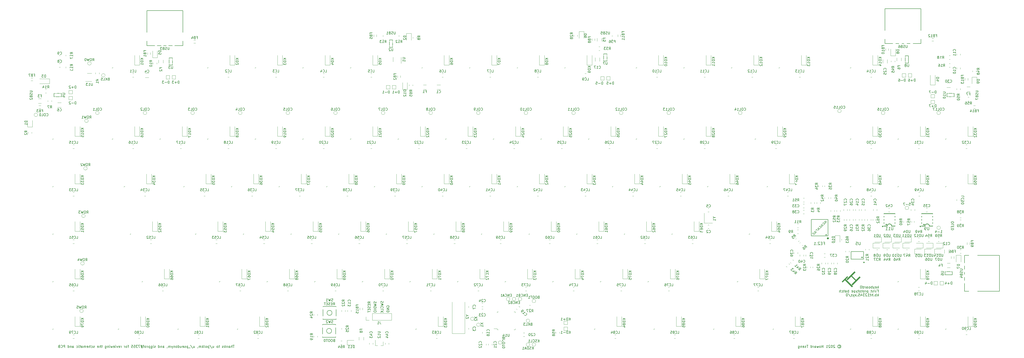
<source format=gbo>
%TF.GenerationSoftware,KiCad,Pcbnew,(5.1.10)-1*%
%TF.CreationDate,2021-11-05T23:24:13-04:00*%
%TF.ProjectId,custom_keyboard (f303),63757374-6f6d-45f6-9b65-79626f617264,rev?*%
%TF.SameCoordinates,Original*%
%TF.FileFunction,Legend,Bot*%
%TF.FilePolarity,Positive*%
%FSLAX46Y46*%
G04 Gerber Fmt 4.6, Leading zero omitted, Abs format (unit mm)*
G04 Created by KiCad (PCBNEW (5.1.10)-1) date 2021-11-05 23:24:13*
%MOMM*%
%LPD*%
G01*
G04 APERTURE LIST*
%ADD10C,0.150000*%
%ADD11C,0.175000*%
%ADD12C,0.120000*%
%ADD13C,0.100000*%
%ADD14C,0.200000*%
%ADD15C,0.254000*%
%ADD16C,0.400000*%
%ADD17C,0.152000*%
%ADD18C,0.300000*%
%ADD19R,1.800000X0.900000*%
%ADD20R,2.550000X2.500000*%
%ADD21C,3.000000*%
%ADD22C,1.750000*%
%ADD23C,4.000000*%
%ADD24C,3.048000*%
%ADD25C,3.987800*%
%ADD26O,0.270000X1.500000*%
%ADD27O,1.500000X0.270000*%
%ADD28R,0.650000X1.060000*%
%ADD29R,1.800000X1.100000*%
%ADD30R,1.000000X1.000000*%
%ADD31C,1.000000*%
%ADD32O,1.700000X1.700000*%
%ADD33R,1.700000X1.700000*%
%ADD34R,2.000000X4.500000*%
%ADD35R,1.200000X0.900000*%
%ADD36O,0.588000X2.045000*%
%ADD37R,0.700000X1.000000*%
%ADD38R,0.700000X0.600000*%
%ADD39R,1.000000X0.700000*%
%ADD40R,0.600000X0.700000*%
%ADD41R,0.800000X0.900000*%
%ADD42R,1.060000X0.650000*%
%ADD43O,1.950000X0.568000*%
%ADD44R,1.450000X0.600000*%
%ADD45R,1.450000X0.300000*%
%ADD46C,0.650000*%
%ADD47O,2.100000X1.000000*%
%ADD48O,1.600000X1.000000*%
%ADD49C,3.500000*%
%ADD50O,1.500000X2.000000*%
%ADD51R,1.200000X1.400000*%
%ADD52R,0.600000X1.450000*%
%ADD53R,0.300000X1.450000*%
%ADD54O,1.000000X2.100000*%
%ADD55O,1.000000X1.600000*%
%ADD56O,2.000000X1.500000*%
%ADD57R,0.900000X1.200000*%
%ADD58R,2.000000X2.000000*%
%ADD59C,2.000000*%
%ADD60R,3.200000X2.000000*%
%ADD61C,6.400000*%
%ADD62C,0.800000*%
G04 APERTURE END LIST*
D10*
X199464633Y-280898371D02*
X199321776Y-280945990D01*
X199274157Y-280993609D01*
X199226538Y-281088847D01*
X199226538Y-281231704D01*
X199274157Y-281326942D01*
X199321776Y-281374561D01*
X199417014Y-281422180D01*
X199797966Y-281422180D01*
X199797966Y-280422180D01*
X199464633Y-280422180D01*
X199369395Y-280469800D01*
X199321776Y-280517419D01*
X199274157Y-280612657D01*
X199274157Y-280707895D01*
X199321776Y-280803133D01*
X199369395Y-280850752D01*
X199464633Y-280898371D01*
X199797966Y-280898371D01*
X198607490Y-280422180D02*
X198417014Y-280422180D01*
X198321776Y-280469800D01*
X198226538Y-280565038D01*
X198178919Y-280755514D01*
X198178919Y-281088847D01*
X198226538Y-281279323D01*
X198321776Y-281374561D01*
X198417014Y-281422180D01*
X198607490Y-281422180D01*
X198702728Y-281374561D01*
X198797966Y-281279323D01*
X198845585Y-281088847D01*
X198845585Y-280755514D01*
X198797966Y-280565038D01*
X198702728Y-280469800D01*
X198607490Y-280422180D01*
X197559871Y-280422180D02*
X197369395Y-280422180D01*
X197274157Y-280469800D01*
X197178919Y-280565038D01*
X197131300Y-280755514D01*
X197131300Y-281088847D01*
X197178919Y-281279323D01*
X197274157Y-281374561D01*
X197369395Y-281422180D01*
X197559871Y-281422180D01*
X197655109Y-281374561D01*
X197750347Y-281279323D01*
X197797966Y-281088847D01*
X197797966Y-280755514D01*
X197750347Y-280565038D01*
X197655109Y-280469800D01*
X197559871Y-280422180D01*
X196845585Y-280422180D02*
X196274157Y-280422180D01*
X196559871Y-281422180D02*
X196559871Y-280422180D01*
X195750347Y-280422180D02*
X195655109Y-280422180D01*
X195559871Y-280469800D01*
X195512252Y-280517419D01*
X195464633Y-280612657D01*
X195417014Y-280803133D01*
X195417014Y-281041228D01*
X195464633Y-281231704D01*
X195512252Y-281326942D01*
X195559871Y-281374561D01*
X195655109Y-281422180D01*
X195750347Y-281422180D01*
X195845585Y-281374561D01*
X195893204Y-281326942D01*
X195940823Y-281231704D01*
X195988442Y-281041228D01*
X195988442Y-280803133D01*
X195940823Y-280612657D01*
X195893204Y-280517419D01*
X195845585Y-280469800D01*
X195750347Y-280422180D01*
X199083680Y-266738730D02*
X199417014Y-266262540D01*
X199655109Y-266738730D02*
X199655109Y-265738730D01*
X199274157Y-265738730D01*
X199178919Y-265786350D01*
X199131300Y-265833969D01*
X199083680Y-265929207D01*
X199083680Y-266072064D01*
X199131300Y-266167302D01*
X199178919Y-266214921D01*
X199274157Y-266262540D01*
X199655109Y-266262540D01*
X198655109Y-266214921D02*
X198321776Y-266214921D01*
X198178919Y-266738730D02*
X198655109Y-266738730D01*
X198655109Y-265738730D01*
X198178919Y-265738730D01*
X197797966Y-266691111D02*
X197655109Y-266738730D01*
X197417014Y-266738730D01*
X197321776Y-266691111D01*
X197274157Y-266643492D01*
X197226538Y-266548254D01*
X197226538Y-266453016D01*
X197274157Y-266357778D01*
X197321776Y-266310159D01*
X197417014Y-266262540D01*
X197607490Y-266214921D01*
X197702728Y-266167302D01*
X197750347Y-266119683D01*
X197797966Y-266024445D01*
X197797966Y-265929207D01*
X197750347Y-265833969D01*
X197702728Y-265786350D01*
X197607490Y-265738730D01*
X197369395Y-265738730D01*
X197226538Y-265786350D01*
X196797966Y-266214921D02*
X196464633Y-266214921D01*
X196321776Y-266738730D02*
X196797966Y-266738730D01*
X196797966Y-265738730D01*
X196321776Y-265738730D01*
X196036061Y-265738730D02*
X195464633Y-265738730D01*
X195750347Y-266738730D02*
X195750347Y-265738730D01*
X159563328Y-282803280D02*
X158991899Y-282803280D01*
X159277614Y-283803280D02*
X159277614Y-282803280D01*
X158658566Y-283803280D02*
X158658566Y-282803280D01*
X158229995Y-283803280D02*
X158229995Y-283279471D01*
X158277614Y-283184233D01*
X158372852Y-283136614D01*
X158515709Y-283136614D01*
X158610947Y-283184233D01*
X158658566Y-283231852D01*
X157325233Y-283803280D02*
X157325233Y-283279471D01*
X157372852Y-283184233D01*
X157468090Y-283136614D01*
X157658566Y-283136614D01*
X157753804Y-283184233D01*
X157325233Y-283755661D02*
X157420471Y-283803280D01*
X157658566Y-283803280D01*
X157753804Y-283755661D01*
X157801423Y-283660423D01*
X157801423Y-283565185D01*
X157753804Y-283469947D01*
X157658566Y-283422328D01*
X157420471Y-283422328D01*
X157325233Y-283374709D01*
X156849042Y-283136614D02*
X156849042Y-283803280D01*
X156849042Y-283231852D02*
X156801423Y-283184233D01*
X156706185Y-283136614D01*
X156563328Y-283136614D01*
X156468090Y-283184233D01*
X156420471Y-283279471D01*
X156420471Y-283803280D01*
X155944280Y-283803280D02*
X155944280Y-282803280D01*
X155849042Y-283422328D02*
X155563328Y-283803280D01*
X155563328Y-283136614D02*
X155944280Y-283517566D01*
X155182376Y-283755661D02*
X155087138Y-283803280D01*
X154896661Y-283803280D01*
X154801423Y-283755661D01*
X154753804Y-283660423D01*
X154753804Y-283612804D01*
X154801423Y-283517566D01*
X154896661Y-283469947D01*
X155039519Y-283469947D01*
X155134757Y-283422328D01*
X155182376Y-283327090D01*
X155182376Y-283279471D01*
X155134757Y-283184233D01*
X155039519Y-283136614D01*
X154896661Y-283136614D01*
X154801423Y-283184233D01*
X153706185Y-283136614D02*
X153325233Y-283136614D01*
X153563328Y-282803280D02*
X153563328Y-283660423D01*
X153515709Y-283755661D01*
X153420471Y-283803280D01*
X153325233Y-283803280D01*
X152849042Y-283803280D02*
X152944280Y-283755661D01*
X152991899Y-283708042D01*
X153039519Y-283612804D01*
X153039519Y-283327090D01*
X152991899Y-283231852D01*
X152944280Y-283184233D01*
X152849042Y-283136614D01*
X152706185Y-283136614D01*
X152610947Y-283184233D01*
X152563328Y-283231852D01*
X152515709Y-283327090D01*
X152515709Y-283612804D01*
X152563328Y-283708042D01*
X152610947Y-283755661D01*
X152706185Y-283803280D01*
X152849042Y-283803280D01*
X150896661Y-283136614D02*
X150896661Y-283803280D01*
X151325233Y-283136614D02*
X151325233Y-283660423D01*
X151277614Y-283755661D01*
X151182376Y-283803280D01*
X151039519Y-283803280D01*
X150944280Y-283755661D01*
X150896661Y-283708042D01*
X149706185Y-282755661D02*
X150563328Y-284041376D01*
X149372852Y-283136614D02*
X149372852Y-284136614D01*
X149372852Y-283184233D02*
X149277614Y-283136614D01*
X149087138Y-283136614D01*
X148991899Y-283184233D01*
X148944280Y-283231852D01*
X148896661Y-283327090D01*
X148896661Y-283612804D01*
X148944280Y-283708042D01*
X148991899Y-283755661D01*
X149087138Y-283803280D01*
X149277614Y-283803280D01*
X149372852Y-283755661D01*
X148325233Y-283803280D02*
X148420471Y-283755661D01*
X148468090Y-283708042D01*
X148515709Y-283612804D01*
X148515709Y-283327090D01*
X148468090Y-283231852D01*
X148420471Y-283184233D01*
X148325233Y-283136614D01*
X148182376Y-283136614D01*
X148087138Y-283184233D01*
X148039519Y-283231852D01*
X147991899Y-283327090D01*
X147991899Y-283612804D01*
X148039519Y-283708042D01*
X148087138Y-283755661D01*
X148182376Y-283803280D01*
X148325233Y-283803280D01*
X147420471Y-283803280D02*
X147515709Y-283755661D01*
X147563328Y-283660423D01*
X147563328Y-282803280D01*
X147039519Y-283803280D02*
X147039519Y-282803280D01*
X146944280Y-283422328D02*
X146658566Y-283803280D01*
X146658566Y-283136614D02*
X147039519Y-283517566D01*
X146229995Y-283803280D02*
X146229995Y-283136614D01*
X146229995Y-283231852D02*
X146182376Y-283184233D01*
X146087138Y-283136614D01*
X145944280Y-283136614D01*
X145849042Y-283184233D01*
X145801423Y-283279471D01*
X145801423Y-283803280D01*
X145801423Y-283279471D02*
X145753804Y-283184233D01*
X145658566Y-283136614D01*
X145515709Y-283136614D01*
X145420471Y-283184233D01*
X145372852Y-283279471D01*
X145372852Y-283803280D01*
X144849042Y-283755661D02*
X144849042Y-283803280D01*
X144896661Y-283898519D01*
X144944280Y-283946138D01*
X143229995Y-283136614D02*
X143229995Y-283803280D01*
X143658566Y-283136614D02*
X143658566Y-283660423D01*
X143610947Y-283755661D01*
X143515709Y-283803280D01*
X143372852Y-283803280D01*
X143277614Y-283755661D01*
X143229995Y-283708042D01*
X142039519Y-282755661D02*
X142896661Y-284041376D01*
X141944280Y-283898519D02*
X141182376Y-283898519D01*
X140944280Y-283136614D02*
X140944280Y-284136614D01*
X140944280Y-283184233D02*
X140849042Y-283136614D01*
X140658566Y-283136614D01*
X140563328Y-283184233D01*
X140515709Y-283231852D01*
X140468090Y-283327090D01*
X140468090Y-283612804D01*
X140515709Y-283708042D01*
X140563328Y-283755661D01*
X140658566Y-283803280D01*
X140849042Y-283803280D01*
X140944280Y-283755661D01*
X140087138Y-283755661D02*
X139991899Y-283803280D01*
X139801423Y-283803280D01*
X139706185Y-283755661D01*
X139658566Y-283660423D01*
X139658566Y-283612804D01*
X139706185Y-283517566D01*
X139801423Y-283469947D01*
X139944280Y-283469947D01*
X140039519Y-283422328D01*
X140087138Y-283327090D01*
X140087138Y-283279471D01*
X140039519Y-283184233D01*
X139944280Y-283136614D01*
X139801423Y-283136614D01*
X139706185Y-283184233D01*
X138849042Y-283755661D02*
X138944280Y-283803280D01*
X139134757Y-283803280D01*
X139229995Y-283755661D01*
X139277614Y-283660423D01*
X139277614Y-283279471D01*
X139229995Y-283184233D01*
X139134757Y-283136614D01*
X138944280Y-283136614D01*
X138849042Y-283184233D01*
X138801423Y-283279471D01*
X138801423Y-283374709D01*
X139277614Y-283469947D01*
X137944280Y-283136614D02*
X137944280Y-283803280D01*
X138372852Y-283136614D02*
X138372852Y-283660423D01*
X138325233Y-283755661D01*
X138229995Y-283803280D01*
X138087138Y-283803280D01*
X137991899Y-283755661D01*
X137944280Y-283708042D01*
X137039519Y-283803280D02*
X137039519Y-282803280D01*
X137039519Y-283755661D02*
X137134757Y-283803280D01*
X137325233Y-283803280D01*
X137420471Y-283755661D01*
X137468090Y-283708042D01*
X137515709Y-283612804D01*
X137515709Y-283327090D01*
X137468090Y-283231852D01*
X137420471Y-283184233D01*
X137325233Y-283136614D01*
X137134757Y-283136614D01*
X137039519Y-283184233D01*
X136420471Y-283803280D02*
X136515709Y-283755661D01*
X136563328Y-283708042D01*
X136610947Y-283612804D01*
X136610947Y-283327090D01*
X136563328Y-283231852D01*
X136515709Y-283184233D01*
X136420471Y-283136614D01*
X136277614Y-283136614D01*
X136182376Y-283184233D01*
X136134757Y-283231852D01*
X136087138Y-283327090D01*
X136087138Y-283612804D01*
X136134757Y-283708042D01*
X136182376Y-283755661D01*
X136277614Y-283803280D01*
X136420471Y-283803280D01*
X135658566Y-283136614D02*
X135658566Y-283803280D01*
X135658566Y-283231852D02*
X135610947Y-283184233D01*
X135515709Y-283136614D01*
X135372852Y-283136614D01*
X135277614Y-283184233D01*
X135229995Y-283279471D01*
X135229995Y-283803280D01*
X134849042Y-283136614D02*
X134610947Y-283803280D01*
X134372852Y-283136614D02*
X134610947Y-283803280D01*
X134706185Y-284041376D01*
X134753804Y-284088995D01*
X134849042Y-284136614D01*
X133991899Y-283803280D02*
X133991899Y-283136614D01*
X133991899Y-283231852D02*
X133944280Y-283184233D01*
X133849042Y-283136614D01*
X133706185Y-283136614D01*
X133610947Y-283184233D01*
X133563328Y-283279471D01*
X133563328Y-283803280D01*
X133563328Y-283279471D02*
X133515709Y-283184233D01*
X133420471Y-283136614D01*
X133277614Y-283136614D01*
X133182376Y-283184233D01*
X133134757Y-283279471D01*
X133134757Y-283803280D01*
X132610947Y-283755661D02*
X132610947Y-283803280D01*
X132658566Y-283898519D01*
X132706185Y-283946138D01*
X130991899Y-283803280D02*
X130991899Y-283279471D01*
X131039519Y-283184233D01*
X131134757Y-283136614D01*
X131325233Y-283136614D01*
X131420471Y-283184233D01*
X130991899Y-283755661D02*
X131087138Y-283803280D01*
X131325233Y-283803280D01*
X131420471Y-283755661D01*
X131468090Y-283660423D01*
X131468090Y-283565185D01*
X131420471Y-283469947D01*
X131325233Y-283422328D01*
X131087138Y-283422328D01*
X130991899Y-283374709D01*
X130515709Y-283136614D02*
X130515709Y-283803280D01*
X130515709Y-283231852D02*
X130468090Y-283184233D01*
X130372852Y-283136614D01*
X130229995Y-283136614D01*
X130134757Y-283184233D01*
X130087138Y-283279471D01*
X130087138Y-283803280D01*
X129182376Y-283803280D02*
X129182376Y-282803280D01*
X129182376Y-283755661D02*
X129277614Y-283803280D01*
X129468090Y-283803280D01*
X129563328Y-283755661D01*
X129610947Y-283708042D01*
X129658566Y-283612804D01*
X129658566Y-283327090D01*
X129610947Y-283231852D01*
X129563328Y-283184233D01*
X129468090Y-283136614D01*
X129277614Y-283136614D01*
X129182376Y-283184233D01*
X127991899Y-283755661D02*
X127896661Y-283803280D01*
X127706185Y-283803280D01*
X127610947Y-283755661D01*
X127563328Y-283660423D01*
X127563328Y-283612804D01*
X127610947Y-283517566D01*
X127706185Y-283469947D01*
X127849042Y-283469947D01*
X127944280Y-283422328D01*
X127991899Y-283327090D01*
X127991899Y-283279471D01*
X127944280Y-283184233D01*
X127849042Y-283136614D01*
X127706185Y-283136614D01*
X127610947Y-283184233D01*
X127134757Y-283803280D02*
X127134757Y-283136614D01*
X127134757Y-282803280D02*
X127182376Y-282850900D01*
X127134757Y-282898519D01*
X127087138Y-282850900D01*
X127134757Y-282803280D01*
X127134757Y-282898519D01*
X126229995Y-283136614D02*
X126229995Y-283946138D01*
X126277614Y-284041376D01*
X126325233Y-284088995D01*
X126420471Y-284136614D01*
X126563328Y-284136614D01*
X126658566Y-284088995D01*
X126229995Y-283755661D02*
X126325233Y-283803280D01*
X126515709Y-283803280D01*
X126610947Y-283755661D01*
X126658566Y-283708042D01*
X126706185Y-283612804D01*
X126706185Y-283327090D01*
X126658566Y-283231852D01*
X126610947Y-283184233D01*
X126515709Y-283136614D01*
X126325233Y-283136614D01*
X126229995Y-283184233D01*
X125753804Y-283136614D02*
X125753804Y-284136614D01*
X125753804Y-283184233D02*
X125658566Y-283136614D01*
X125468090Y-283136614D01*
X125372852Y-283184233D01*
X125325233Y-283231852D01*
X125277614Y-283327090D01*
X125277614Y-283612804D01*
X125325233Y-283708042D01*
X125372852Y-283755661D01*
X125468090Y-283803280D01*
X125658566Y-283803280D01*
X125753804Y-283755661D01*
X124849042Y-283803280D02*
X124849042Y-283136614D01*
X124849042Y-283327090D02*
X124801423Y-283231852D01*
X124753804Y-283184233D01*
X124658566Y-283136614D01*
X124563328Y-283136614D01*
X124087138Y-283803280D02*
X124182376Y-283755661D01*
X124229995Y-283708042D01*
X124277614Y-283612804D01*
X124277614Y-283327090D01*
X124229995Y-283231852D01*
X124182376Y-283184233D01*
X124087138Y-283136614D01*
X123944280Y-283136614D01*
X123849042Y-283184233D01*
X123801423Y-283231852D01*
X123753804Y-283327090D01*
X123753804Y-283612804D01*
X123801423Y-283708042D01*
X123849042Y-283755661D01*
X123944280Y-283803280D01*
X124087138Y-283803280D01*
X123468090Y-283136614D02*
X123087138Y-283136614D01*
X123325233Y-283803280D02*
X123325233Y-282946138D01*
X123277614Y-282850900D01*
X123182376Y-282803280D01*
X123087138Y-282803280D01*
X122801423Y-283136614D02*
X122087138Y-283136614D01*
X122515709Y-282708042D02*
X122801423Y-283993757D01*
X122182376Y-283565185D02*
X122896661Y-283565185D01*
X122468090Y-283993757D02*
X122182376Y-282708042D01*
X121849042Y-282803280D02*
X121182376Y-282803280D01*
X121610947Y-283803280D01*
X120896661Y-282803280D02*
X120277614Y-282803280D01*
X120610947Y-283184233D01*
X120468090Y-283184233D01*
X120372852Y-283231852D01*
X120325233Y-283279471D01*
X120277614Y-283374709D01*
X120277614Y-283612804D01*
X120325233Y-283708042D01*
X120372852Y-283755661D01*
X120468090Y-283803280D01*
X120753804Y-283803280D01*
X120849042Y-283755661D01*
X120896661Y-283708042D01*
X119372852Y-282803280D02*
X119849042Y-282803280D01*
X119896661Y-283279471D01*
X119849042Y-283231852D01*
X119753804Y-283184233D01*
X119515709Y-283184233D01*
X119420471Y-283231852D01*
X119372852Y-283279471D01*
X119325233Y-283374709D01*
X119325233Y-283612804D01*
X119372852Y-283708042D01*
X119420471Y-283755661D01*
X119515709Y-283803280D01*
X119753804Y-283803280D01*
X119849042Y-283755661D01*
X119896661Y-283708042D01*
X118420471Y-282803280D02*
X118896661Y-282803280D01*
X118944280Y-283279471D01*
X118896661Y-283231852D01*
X118801423Y-283184233D01*
X118563328Y-283184233D01*
X118468090Y-283231852D01*
X118420471Y-283279471D01*
X118372852Y-283374709D01*
X118372852Y-283612804D01*
X118420471Y-283708042D01*
X118468090Y-283755661D01*
X118563328Y-283803280D01*
X118801423Y-283803280D01*
X118896661Y-283755661D01*
X118944280Y-283708042D01*
X117325233Y-283136614D02*
X116944280Y-283136614D01*
X117182376Y-283803280D02*
X117182376Y-282946138D01*
X117134757Y-282850900D01*
X117039519Y-282803280D01*
X116944280Y-282803280D01*
X116468090Y-283803280D02*
X116563328Y-283755661D01*
X116610947Y-283708042D01*
X116658566Y-283612804D01*
X116658566Y-283327090D01*
X116610947Y-283231852D01*
X116563328Y-283184233D01*
X116468090Y-283136614D01*
X116325233Y-283136614D01*
X116229995Y-283184233D01*
X116182376Y-283231852D01*
X116134757Y-283327090D01*
X116134757Y-283612804D01*
X116182376Y-283708042D01*
X116229995Y-283755661D01*
X116325233Y-283803280D01*
X116468090Y-283803280D01*
X115706185Y-283803280D02*
X115706185Y-283136614D01*
X115706185Y-283327090D02*
X115658566Y-283231852D01*
X115610947Y-283184233D01*
X115515709Y-283136614D01*
X115420471Y-283136614D01*
X114325233Y-283803280D02*
X114325233Y-283136614D01*
X114325233Y-283327090D02*
X114277614Y-283231852D01*
X114229995Y-283184233D01*
X114134757Y-283136614D01*
X114039519Y-283136614D01*
X113325233Y-283755661D02*
X113420471Y-283803280D01*
X113610947Y-283803280D01*
X113706185Y-283755661D01*
X113753804Y-283660423D01*
X113753804Y-283279471D01*
X113706185Y-283184233D01*
X113610947Y-283136614D01*
X113420471Y-283136614D01*
X113325233Y-283184233D01*
X113277614Y-283279471D01*
X113277614Y-283374709D01*
X113753804Y-283469947D01*
X112944280Y-283136614D02*
X112706185Y-283803280D01*
X112468090Y-283136614D01*
X112087138Y-283803280D02*
X112087138Y-283136614D01*
X112087138Y-282803280D02*
X112134757Y-282850900D01*
X112087138Y-282898519D01*
X112039519Y-282850900D01*
X112087138Y-282803280D01*
X112087138Y-282898519D01*
X111229995Y-283755661D02*
X111325233Y-283803280D01*
X111515709Y-283803280D01*
X111610947Y-283755661D01*
X111658566Y-283660423D01*
X111658566Y-283279471D01*
X111610947Y-283184233D01*
X111515709Y-283136614D01*
X111325233Y-283136614D01*
X111229995Y-283184233D01*
X111182376Y-283279471D01*
X111182376Y-283374709D01*
X111658566Y-283469947D01*
X110849042Y-283136614D02*
X110658566Y-283803280D01*
X110468090Y-283327090D01*
X110277614Y-283803280D01*
X110087138Y-283136614D01*
X109706185Y-283803280D02*
X109706185Y-283136614D01*
X109706185Y-282803280D02*
X109753804Y-282850900D01*
X109706185Y-282898519D01*
X109658566Y-282850900D01*
X109706185Y-282803280D01*
X109706185Y-282898519D01*
X109229995Y-283136614D02*
X109229995Y-283803280D01*
X109229995Y-283231852D02*
X109182376Y-283184233D01*
X109087138Y-283136614D01*
X108944280Y-283136614D01*
X108849042Y-283184233D01*
X108801423Y-283279471D01*
X108801423Y-283803280D01*
X107896661Y-283136614D02*
X107896661Y-283946138D01*
X107944280Y-284041376D01*
X107991899Y-284088995D01*
X108087138Y-284136614D01*
X108229995Y-284136614D01*
X108325233Y-284088995D01*
X107896661Y-283755661D02*
X107991899Y-283803280D01*
X108182376Y-283803280D01*
X108277614Y-283755661D01*
X108325233Y-283708042D01*
X108372852Y-283612804D01*
X108372852Y-283327090D01*
X108325233Y-283231852D01*
X108277614Y-283184233D01*
X108182376Y-283136614D01*
X107991899Y-283136614D01*
X107896661Y-283184233D01*
X106801423Y-283136614D02*
X106420471Y-283136614D01*
X106658566Y-282803280D02*
X106658566Y-283660423D01*
X106610947Y-283755661D01*
X106515709Y-283803280D01*
X106420471Y-283803280D01*
X106087138Y-283803280D02*
X106087138Y-282803280D01*
X105658566Y-283803280D02*
X105658566Y-283279471D01*
X105706185Y-283184233D01*
X105801423Y-283136614D01*
X105944280Y-283136614D01*
X106039519Y-283184233D01*
X106087138Y-283231852D01*
X104801423Y-283755661D02*
X104896661Y-283803280D01*
X105087138Y-283803280D01*
X105182376Y-283755661D01*
X105229995Y-283660423D01*
X105229995Y-283279471D01*
X105182376Y-283184233D01*
X105087138Y-283136614D01*
X104896661Y-283136614D01*
X104801423Y-283184233D01*
X104753804Y-283279471D01*
X104753804Y-283374709D01*
X105229995Y-283469947D01*
X103610947Y-283755661D02*
X103515709Y-283803280D01*
X103325233Y-283803280D01*
X103229995Y-283755661D01*
X103182376Y-283660423D01*
X103182376Y-283612804D01*
X103229995Y-283517566D01*
X103325233Y-283469947D01*
X103468090Y-283469947D01*
X103563328Y-283422328D01*
X103610947Y-283327090D01*
X103610947Y-283279471D01*
X103563328Y-283184233D01*
X103468090Y-283136614D01*
X103325233Y-283136614D01*
X103229995Y-283184233D01*
X102325233Y-283755661D02*
X102420471Y-283803280D01*
X102610947Y-283803280D01*
X102706185Y-283755661D01*
X102753804Y-283708042D01*
X102801423Y-283612804D01*
X102801423Y-283327090D01*
X102753804Y-283231852D01*
X102706185Y-283184233D01*
X102610947Y-283136614D01*
X102420471Y-283136614D01*
X102325233Y-283184233D01*
X101896661Y-283803280D02*
X101896661Y-282803280D01*
X101468090Y-283803280D02*
X101468090Y-283279471D01*
X101515709Y-283184233D01*
X101610947Y-283136614D01*
X101753804Y-283136614D01*
X101849042Y-283184233D01*
X101896661Y-283231852D01*
X100610947Y-283755661D02*
X100706185Y-283803280D01*
X100896661Y-283803280D01*
X100991899Y-283755661D01*
X101039519Y-283660423D01*
X101039519Y-283279471D01*
X100991899Y-283184233D01*
X100896661Y-283136614D01*
X100706185Y-283136614D01*
X100610947Y-283184233D01*
X100563328Y-283279471D01*
X100563328Y-283374709D01*
X101039519Y-283469947D01*
X100134757Y-283803280D02*
X100134757Y-283136614D01*
X100134757Y-283231852D02*
X100087138Y-283184233D01*
X99991899Y-283136614D01*
X99849042Y-283136614D01*
X99753804Y-283184233D01*
X99706185Y-283279471D01*
X99706185Y-283803280D01*
X99706185Y-283279471D02*
X99658566Y-283184233D01*
X99563328Y-283136614D01*
X99420471Y-283136614D01*
X99325233Y-283184233D01*
X99277614Y-283279471D01*
X99277614Y-283803280D01*
X98372852Y-283803280D02*
X98372852Y-283279471D01*
X98420471Y-283184233D01*
X98515709Y-283136614D01*
X98706185Y-283136614D01*
X98801423Y-283184233D01*
X98372852Y-283755661D02*
X98468090Y-283803280D01*
X98706185Y-283803280D01*
X98801423Y-283755661D01*
X98849042Y-283660423D01*
X98849042Y-283565185D01*
X98801423Y-283469947D01*
X98706185Y-283422328D01*
X98468090Y-283422328D01*
X98372852Y-283374709D01*
X98039519Y-283136614D02*
X97658566Y-283136614D01*
X97896661Y-282803280D02*
X97896661Y-283660423D01*
X97849042Y-283755661D01*
X97753804Y-283803280D01*
X97658566Y-283803280D01*
X97325233Y-283803280D02*
X97325233Y-283136614D01*
X97325233Y-282803280D02*
X97372852Y-282850900D01*
X97325233Y-282898519D01*
X97277614Y-282850900D01*
X97325233Y-282803280D01*
X97325233Y-282898519D01*
X96420471Y-283755661D02*
X96515709Y-283803280D01*
X96706185Y-283803280D01*
X96801423Y-283755661D01*
X96849042Y-283708042D01*
X96896661Y-283612804D01*
X96896661Y-283327090D01*
X96849042Y-283231852D01*
X96801423Y-283184233D01*
X96706185Y-283136614D01*
X96515709Y-283136614D01*
X96420471Y-283184233D01*
X94801423Y-283803280D02*
X94801423Y-283279471D01*
X94849042Y-283184233D01*
X94944280Y-283136614D01*
X95134757Y-283136614D01*
X95229995Y-283184233D01*
X94801423Y-283755661D02*
X94896661Y-283803280D01*
X95134757Y-283803280D01*
X95229995Y-283755661D01*
X95277614Y-283660423D01*
X95277614Y-283565185D01*
X95229995Y-283469947D01*
X95134757Y-283422328D01*
X94896661Y-283422328D01*
X94801423Y-283374709D01*
X94325233Y-283136614D02*
X94325233Y-283803280D01*
X94325233Y-283231852D02*
X94277614Y-283184233D01*
X94182376Y-283136614D01*
X94039519Y-283136614D01*
X93944280Y-283184233D01*
X93896661Y-283279471D01*
X93896661Y-283803280D01*
X92991899Y-283803280D02*
X92991899Y-282803280D01*
X92991899Y-283755661D02*
X93087138Y-283803280D01*
X93277614Y-283803280D01*
X93372852Y-283755661D01*
X93420471Y-283708042D01*
X93468090Y-283612804D01*
X93468090Y-283327090D01*
X93420471Y-283231852D01*
X93372852Y-283184233D01*
X93277614Y-283136614D01*
X93087138Y-283136614D01*
X92991899Y-283184233D01*
X91753804Y-283803280D02*
X91753804Y-282803280D01*
X91372852Y-282803280D01*
X91277614Y-282850900D01*
X91229995Y-282898519D01*
X91182376Y-282993757D01*
X91182376Y-283136614D01*
X91229995Y-283231852D01*
X91277614Y-283279471D01*
X91372852Y-283327090D01*
X91753804Y-283327090D01*
X90182376Y-283708042D02*
X90229995Y-283755661D01*
X90372852Y-283803280D01*
X90468090Y-283803280D01*
X90610947Y-283755661D01*
X90706185Y-283660423D01*
X90753804Y-283565185D01*
X90801423Y-283374709D01*
X90801423Y-283231852D01*
X90753804Y-283041376D01*
X90706185Y-282946138D01*
X90610947Y-282850900D01*
X90468090Y-282803280D01*
X90372852Y-282803280D01*
X90229995Y-282850900D01*
X90182376Y-282898519D01*
X89420471Y-283279471D02*
X89277614Y-283327090D01*
X89229995Y-283374709D01*
X89182376Y-283469947D01*
X89182376Y-283612804D01*
X89229995Y-283708042D01*
X89277614Y-283755661D01*
X89372852Y-283803280D01*
X89753804Y-283803280D01*
X89753804Y-282803280D01*
X89420471Y-282803280D01*
X89325233Y-282850900D01*
X89277614Y-282898519D01*
X89229995Y-282993757D01*
X89229995Y-283088995D01*
X89277614Y-283184233D01*
X89325233Y-283231852D01*
X89420471Y-283279471D01*
X89753804Y-283279471D01*
X401365676Y-283041376D02*
X401460914Y-282993757D01*
X401651390Y-282993757D01*
X401746628Y-283041376D01*
X401841866Y-283136614D01*
X401889485Y-283231852D01*
X401889485Y-283422328D01*
X401841866Y-283517566D01*
X401746628Y-283612804D01*
X401651390Y-283660423D01*
X401460914Y-283660423D01*
X401365676Y-283612804D01*
X401556152Y-282660423D02*
X401794247Y-282708042D01*
X402032342Y-282850900D01*
X402175200Y-283088995D01*
X402222819Y-283327090D01*
X402175200Y-283565185D01*
X402032342Y-283803280D01*
X401794247Y-283946138D01*
X401556152Y-283993757D01*
X401318057Y-283946138D01*
X401079961Y-283803280D01*
X400937104Y-283565185D01*
X400889485Y-283327090D01*
X400937104Y-283088995D01*
X401079961Y-282850900D01*
X401318057Y-282708042D01*
X401556152Y-282660423D01*
X399746628Y-282898519D02*
X399699009Y-282850900D01*
X399603771Y-282803280D01*
X399365676Y-282803280D01*
X399270438Y-282850900D01*
X399222819Y-282898519D01*
X399175200Y-282993757D01*
X399175200Y-283088995D01*
X399222819Y-283231852D01*
X399794247Y-283803280D01*
X399175200Y-283803280D01*
X398556152Y-282803280D02*
X398460914Y-282803280D01*
X398365676Y-282850900D01*
X398318057Y-282898519D01*
X398270438Y-282993757D01*
X398222819Y-283184233D01*
X398222819Y-283422328D01*
X398270438Y-283612804D01*
X398318057Y-283708042D01*
X398365676Y-283755661D01*
X398460914Y-283803280D01*
X398556152Y-283803280D01*
X398651390Y-283755661D01*
X398699009Y-283708042D01*
X398746628Y-283612804D01*
X398794247Y-283422328D01*
X398794247Y-283184233D01*
X398746628Y-282993757D01*
X398699009Y-282898519D01*
X398651390Y-282850900D01*
X398556152Y-282803280D01*
X397841866Y-282898519D02*
X397794247Y-282850900D01*
X397699009Y-282803280D01*
X397460914Y-282803280D01*
X397365676Y-282850900D01*
X397318057Y-282898519D01*
X397270438Y-282993757D01*
X397270438Y-283088995D01*
X397318057Y-283231852D01*
X397889485Y-283803280D01*
X397270438Y-283803280D01*
X396318057Y-283803280D02*
X396889485Y-283803280D01*
X396603771Y-283803280D02*
X396603771Y-282803280D01*
X396699009Y-282946138D01*
X396794247Y-283041376D01*
X396889485Y-283088995D01*
X395127580Y-283803280D02*
X395127580Y-282803280D01*
X395127580Y-283279471D02*
X394556152Y-283279471D01*
X394556152Y-283803280D02*
X394556152Y-282803280D01*
X393937104Y-283803280D02*
X394032342Y-283755661D01*
X394079961Y-283708042D01*
X394127580Y-283612804D01*
X394127580Y-283327090D01*
X394079961Y-283231852D01*
X394032342Y-283184233D01*
X393937104Y-283136614D01*
X393794247Y-283136614D01*
X393699009Y-283184233D01*
X393651390Y-283231852D01*
X393603771Y-283327090D01*
X393603771Y-283612804D01*
X393651390Y-283708042D01*
X393699009Y-283755661D01*
X393794247Y-283803280D01*
X393937104Y-283803280D01*
X393270438Y-283136614D02*
X393079961Y-283803280D01*
X392889485Y-283327090D01*
X392699009Y-283803280D01*
X392508533Y-283136614D01*
X391699009Y-283803280D02*
X391699009Y-283279471D01*
X391746628Y-283184233D01*
X391841866Y-283136614D01*
X392032342Y-283136614D01*
X392127580Y-283184233D01*
X391699009Y-283755661D02*
X391794247Y-283803280D01*
X392032342Y-283803280D01*
X392127580Y-283755661D01*
X392175200Y-283660423D01*
X392175200Y-283565185D01*
X392127580Y-283469947D01*
X392032342Y-283422328D01*
X391794247Y-283422328D01*
X391699009Y-283374709D01*
X391222819Y-283803280D02*
X391222819Y-283136614D01*
X391222819Y-283327090D02*
X391175200Y-283231852D01*
X391127580Y-283184233D01*
X391032342Y-283136614D01*
X390937104Y-283136614D01*
X390175200Y-283803280D02*
X390175200Y-282803280D01*
X390175200Y-283755661D02*
X390270438Y-283803280D01*
X390460914Y-283803280D01*
X390556152Y-283755661D01*
X390603771Y-283708042D01*
X390651390Y-283612804D01*
X390651390Y-283327090D01*
X390603771Y-283231852D01*
X390556152Y-283184233D01*
X390460914Y-283136614D01*
X390270438Y-283136614D01*
X390175200Y-283184233D01*
X389079961Y-282803280D02*
X388508533Y-282803280D01*
X388794247Y-283803280D02*
X388794247Y-282803280D01*
X388222819Y-283755661D02*
X388127580Y-283803280D01*
X387937104Y-283803280D01*
X387841866Y-283755661D01*
X387794247Y-283660423D01*
X387794247Y-283612804D01*
X387841866Y-283517566D01*
X387937104Y-283469947D01*
X388079961Y-283469947D01*
X388175200Y-283422328D01*
X388222819Y-283327090D01*
X388222819Y-283279471D01*
X388175200Y-283184233D01*
X388079961Y-283136614D01*
X387937104Y-283136614D01*
X387841866Y-283184233D01*
X386984723Y-283755661D02*
X387079961Y-283803280D01*
X387270438Y-283803280D01*
X387365676Y-283755661D01*
X387413295Y-283660423D01*
X387413295Y-283279471D01*
X387365676Y-283184233D01*
X387270438Y-283136614D01*
X387079961Y-283136614D01*
X386984723Y-283184233D01*
X386937104Y-283279471D01*
X386937104Y-283374709D01*
X387413295Y-283469947D01*
X386508533Y-283136614D02*
X386508533Y-283803280D01*
X386508533Y-283231852D02*
X386460914Y-283184233D01*
X386365676Y-283136614D01*
X386222819Y-283136614D01*
X386127580Y-283184233D01*
X386079961Y-283279471D01*
X386079961Y-283803280D01*
X385175200Y-283136614D02*
X385175200Y-283946138D01*
X385222819Y-284041376D01*
X385270438Y-284088995D01*
X385365676Y-284136614D01*
X385508533Y-284136614D01*
X385603771Y-284088995D01*
X385175200Y-283755661D02*
X385270438Y-283803280D01*
X385460914Y-283803280D01*
X385556152Y-283755661D01*
X385603771Y-283708042D01*
X385651390Y-283612804D01*
X385651390Y-283327090D01*
X385603771Y-283231852D01*
X385556152Y-283184233D01*
X385460914Y-283136614D01*
X385270438Y-283136614D01*
X385175200Y-283184233D01*
X417150604Y-263167080D02*
X417150604Y-262167080D01*
X417055366Y-262786128D02*
X416769652Y-263167080D01*
X416769652Y-262500414D02*
X417150604Y-262881366D01*
X416341080Y-263167080D02*
X416341080Y-262167080D01*
X416341080Y-262548033D02*
X416245842Y-262500414D01*
X416055366Y-262500414D01*
X415960128Y-262548033D01*
X415912509Y-262595652D01*
X415864890Y-262690890D01*
X415864890Y-262976604D01*
X415912509Y-263071842D01*
X415960128Y-263119461D01*
X416055366Y-263167080D01*
X416245842Y-263167080D01*
X416341080Y-263119461D01*
X415436319Y-263071842D02*
X415388700Y-263119461D01*
X415436319Y-263167080D01*
X415483938Y-263119461D01*
X415436319Y-263071842D01*
X415436319Y-263167080D01*
X414960128Y-263167080D02*
X414960128Y-262167080D01*
X414531557Y-263167080D02*
X414531557Y-262643271D01*
X414579176Y-262548033D01*
X414674414Y-262500414D01*
X414817271Y-262500414D01*
X414912509Y-262548033D01*
X414960128Y-262595652D01*
X414198223Y-262500414D02*
X413817271Y-262500414D01*
X414055366Y-262167080D02*
X414055366Y-263024223D01*
X414007747Y-263119461D01*
X413912509Y-263167080D01*
X413817271Y-263167080D01*
X412960128Y-263167080D02*
X413531557Y-263167080D01*
X413245842Y-263167080D02*
X413245842Y-262167080D01*
X413341080Y-262309938D01*
X413436319Y-262405176D01*
X413531557Y-262452795D01*
X412579176Y-262262319D02*
X412531557Y-262214700D01*
X412436319Y-262167080D01*
X412198223Y-262167080D01*
X412102985Y-262214700D01*
X412055366Y-262262319D01*
X412007747Y-262357557D01*
X412007747Y-262452795D01*
X412055366Y-262595652D01*
X412626795Y-263167080D01*
X412007747Y-263167080D01*
X411674414Y-262167080D02*
X411055366Y-262167080D01*
X411388700Y-262548033D01*
X411245842Y-262548033D01*
X411150604Y-262595652D01*
X411102985Y-262643271D01*
X411055366Y-262738509D01*
X411055366Y-262976604D01*
X411102985Y-263071842D01*
X411150604Y-263119461D01*
X411245842Y-263167080D01*
X411531557Y-263167080D01*
X411626795Y-263119461D01*
X411674414Y-263071842D01*
X410198223Y-262500414D02*
X410198223Y-263167080D01*
X410436319Y-262119461D02*
X410674414Y-262833747D01*
X410055366Y-262833747D01*
X409198223Y-262167080D02*
X409674414Y-262167080D01*
X409722033Y-262643271D01*
X409674414Y-262595652D01*
X409579176Y-262548033D01*
X409341080Y-262548033D01*
X409245842Y-262595652D01*
X409198223Y-262643271D01*
X409150604Y-262738509D01*
X409150604Y-262976604D01*
X409198223Y-263071842D01*
X409245842Y-263119461D01*
X409341080Y-263167080D01*
X409579176Y-263167080D01*
X409674414Y-263119461D01*
X409722033Y-263071842D01*
X408722033Y-263071842D02*
X408674414Y-263119461D01*
X408722033Y-263167080D01*
X408769652Y-263119461D01*
X408722033Y-263071842D01*
X408722033Y-263167080D01*
X408341080Y-263167080D02*
X407817271Y-262500414D01*
X408341080Y-262500414D02*
X407817271Y-263167080D01*
X407531557Y-262500414D02*
X407293461Y-263167080D01*
X407055366Y-262500414D02*
X407293461Y-263167080D01*
X407388700Y-263405176D01*
X407436319Y-263452795D01*
X407531557Y-263500414D01*
X406769652Y-262500414D02*
X406245842Y-262500414D01*
X406769652Y-263167080D01*
X406245842Y-263167080D01*
X405150604Y-262119461D02*
X406007747Y-263405176D01*
X404626795Y-262167080D02*
X404531557Y-262167080D01*
X404436319Y-262214700D01*
X404388700Y-262262319D01*
X404341080Y-262357557D01*
X404293461Y-262548033D01*
X404293461Y-262786128D01*
X404341080Y-262976604D01*
X404388700Y-263071842D01*
X404436319Y-263119461D01*
X404531557Y-263167080D01*
X404626795Y-263167080D01*
X404722033Y-263119461D01*
X404769652Y-263071842D01*
X404817271Y-262976604D01*
X404864890Y-262786128D01*
X404864890Y-262548033D01*
X404817271Y-262357557D01*
X404769652Y-262262319D01*
X404722033Y-262214700D01*
X404626795Y-262167080D01*
X416817271Y-261055871D02*
X417150604Y-261055871D01*
X417150604Y-261579680D02*
X417150604Y-260579680D01*
X416674414Y-260579680D01*
X416293461Y-261579680D02*
X416293461Y-260913014D01*
X416293461Y-260579680D02*
X416341080Y-260627300D01*
X416293461Y-260674919D01*
X416245842Y-260627300D01*
X416293461Y-260579680D01*
X416293461Y-260674919D01*
X415817271Y-261579680D02*
X415817271Y-260913014D01*
X415817271Y-261103490D02*
X415769652Y-261008252D01*
X415722033Y-260960633D01*
X415626795Y-260913014D01*
X415531557Y-260913014D01*
X415245842Y-261532061D02*
X415150604Y-261579680D01*
X414960128Y-261579680D01*
X414864890Y-261532061D01*
X414817271Y-261436823D01*
X414817271Y-261389204D01*
X414864890Y-261293966D01*
X414960128Y-261246347D01*
X415102985Y-261246347D01*
X415198223Y-261198728D01*
X415245842Y-261103490D01*
X415245842Y-261055871D01*
X415198223Y-260960633D01*
X415102985Y-260913014D01*
X414960128Y-260913014D01*
X414864890Y-260960633D01*
X414531557Y-260913014D02*
X414150604Y-260913014D01*
X414388700Y-260579680D02*
X414388700Y-261436823D01*
X414341080Y-261532061D01*
X414245842Y-261579680D01*
X414150604Y-261579680D01*
X413055366Y-260913014D02*
X413055366Y-261913014D01*
X413055366Y-260960633D02*
X412960128Y-260913014D01*
X412769652Y-260913014D01*
X412674414Y-260960633D01*
X412626795Y-261008252D01*
X412579176Y-261103490D01*
X412579176Y-261389204D01*
X412626795Y-261484442D01*
X412674414Y-261532061D01*
X412769652Y-261579680D01*
X412960128Y-261579680D01*
X413055366Y-261532061D01*
X412150604Y-261579680D02*
X412150604Y-260913014D01*
X412150604Y-261103490D02*
X412102985Y-261008252D01*
X412055366Y-260960633D01*
X411960128Y-260913014D01*
X411864890Y-260913014D01*
X411388700Y-261579680D02*
X411483938Y-261532061D01*
X411531557Y-261484442D01*
X411579176Y-261389204D01*
X411579176Y-261103490D01*
X411531557Y-261008252D01*
X411483938Y-260960633D01*
X411388700Y-260913014D01*
X411245842Y-260913014D01*
X411150604Y-260960633D01*
X411102985Y-261008252D01*
X411055366Y-261103490D01*
X411055366Y-261389204D01*
X411102985Y-261484442D01*
X411150604Y-261532061D01*
X411245842Y-261579680D01*
X411388700Y-261579680D01*
X410769652Y-260913014D02*
X410388700Y-260913014D01*
X410626795Y-260579680D02*
X410626795Y-261436823D01*
X410579176Y-261532061D01*
X410483938Y-261579680D01*
X410388700Y-261579680D01*
X409912509Y-261579680D02*
X410007747Y-261532061D01*
X410055366Y-261484442D01*
X410102985Y-261389204D01*
X410102985Y-261103490D01*
X410055366Y-261008252D01*
X410007747Y-260960633D01*
X409912509Y-260913014D01*
X409769652Y-260913014D01*
X409674414Y-260960633D01*
X409626795Y-261008252D01*
X409579176Y-261103490D01*
X409579176Y-261389204D01*
X409626795Y-261484442D01*
X409674414Y-261532061D01*
X409769652Y-261579680D01*
X409912509Y-261579680D01*
X409293461Y-260913014D02*
X408912509Y-260913014D01*
X409150604Y-260579680D02*
X409150604Y-261436823D01*
X409102985Y-261532061D01*
X409007747Y-261579680D01*
X408912509Y-261579680D01*
X408674414Y-260913014D02*
X408436319Y-261579680D01*
X408198223Y-260913014D02*
X408436319Y-261579680D01*
X408531557Y-261817776D01*
X408579176Y-261865395D01*
X408674414Y-261913014D01*
X407817271Y-260913014D02*
X407817271Y-261913014D01*
X407817271Y-260960633D02*
X407722033Y-260913014D01*
X407531557Y-260913014D01*
X407436319Y-260960633D01*
X407388700Y-261008252D01*
X407341080Y-261103490D01*
X407341080Y-261389204D01*
X407388700Y-261484442D01*
X407436319Y-261532061D01*
X407531557Y-261579680D01*
X407722033Y-261579680D01*
X407817271Y-261532061D01*
X406531557Y-261532061D02*
X406626795Y-261579680D01*
X406817271Y-261579680D01*
X406912509Y-261532061D01*
X406960128Y-261436823D01*
X406960128Y-261055871D01*
X406912509Y-260960633D01*
X406817271Y-260913014D01*
X406626795Y-260913014D01*
X406531557Y-260960633D01*
X406483938Y-261055871D01*
X406483938Y-261151109D01*
X406960128Y-261246347D01*
X405293461Y-261579680D02*
X405293461Y-260579680D01*
X405293461Y-260960633D02*
X405198223Y-260913014D01*
X405007747Y-260913014D01*
X404912509Y-260960633D01*
X404864890Y-261008252D01*
X404817271Y-261103490D01*
X404817271Y-261389204D01*
X404864890Y-261484442D01*
X404912509Y-261532061D01*
X405007747Y-261579680D01*
X405198223Y-261579680D01*
X405293461Y-261532061D01*
X403960128Y-261579680D02*
X403960128Y-261055871D01*
X404007747Y-260960633D01*
X404102985Y-260913014D01*
X404293461Y-260913014D01*
X404388700Y-260960633D01*
X403960128Y-261532061D02*
X404055366Y-261579680D01*
X404293461Y-261579680D01*
X404388700Y-261532061D01*
X404436319Y-261436823D01*
X404436319Y-261341585D01*
X404388700Y-261246347D01*
X404293461Y-261198728D01*
X404055366Y-261198728D01*
X403960128Y-261151109D01*
X403626795Y-260913014D02*
X403245842Y-260913014D01*
X403483938Y-260579680D02*
X403483938Y-261436823D01*
X403436319Y-261532061D01*
X403341080Y-261579680D01*
X403245842Y-261579680D01*
X402483938Y-261532061D02*
X402579176Y-261579680D01*
X402769652Y-261579680D01*
X402864890Y-261532061D01*
X402912509Y-261484442D01*
X402960128Y-261389204D01*
X402960128Y-261103490D01*
X402912509Y-261008252D01*
X402864890Y-260960633D01*
X402769652Y-260913014D01*
X402579176Y-260913014D01*
X402483938Y-260960633D01*
X402055366Y-261579680D02*
X402055366Y-260579680D01*
X401626795Y-261579680D02*
X401626795Y-261055871D01*
X401674414Y-260960633D01*
X401769652Y-260913014D01*
X401912509Y-260913014D01*
X402007747Y-260960633D01*
X402055366Y-261008252D01*
X417150604Y-259992280D02*
X417150604Y-258992280D01*
X417055366Y-259611328D02*
X416769652Y-259992280D01*
X416769652Y-259325614D02*
X417150604Y-259706566D01*
X415960128Y-259944661D02*
X416055366Y-259992280D01*
X416245842Y-259992280D01*
X416341080Y-259944661D01*
X416388700Y-259849423D01*
X416388700Y-259468471D01*
X416341080Y-259373233D01*
X416245842Y-259325614D01*
X416055366Y-259325614D01*
X415960128Y-259373233D01*
X415912509Y-259468471D01*
X415912509Y-259563709D01*
X416388700Y-259658947D01*
X415579176Y-259325614D02*
X415341080Y-259992280D01*
X415102985Y-259325614D02*
X415341080Y-259992280D01*
X415436319Y-260230376D01*
X415483938Y-260277995D01*
X415579176Y-260325614D01*
X414722033Y-259992280D02*
X414722033Y-258992280D01*
X414722033Y-259373233D02*
X414626795Y-259325614D01*
X414436319Y-259325614D01*
X414341080Y-259373233D01*
X414293461Y-259420852D01*
X414245842Y-259516090D01*
X414245842Y-259801804D01*
X414293461Y-259897042D01*
X414341080Y-259944661D01*
X414436319Y-259992280D01*
X414626795Y-259992280D01*
X414722033Y-259944661D01*
X413674414Y-259992280D02*
X413769652Y-259944661D01*
X413817271Y-259897042D01*
X413864890Y-259801804D01*
X413864890Y-259516090D01*
X413817271Y-259420852D01*
X413769652Y-259373233D01*
X413674414Y-259325614D01*
X413531557Y-259325614D01*
X413436319Y-259373233D01*
X413388700Y-259420852D01*
X413341080Y-259516090D01*
X413341080Y-259801804D01*
X413388700Y-259897042D01*
X413436319Y-259944661D01*
X413531557Y-259992280D01*
X413674414Y-259992280D01*
X412483938Y-259992280D02*
X412483938Y-259468471D01*
X412531557Y-259373233D01*
X412626795Y-259325614D01*
X412817271Y-259325614D01*
X412912509Y-259373233D01*
X412483938Y-259944661D02*
X412579176Y-259992280D01*
X412817271Y-259992280D01*
X412912509Y-259944661D01*
X412960128Y-259849423D01*
X412960128Y-259754185D01*
X412912509Y-259658947D01*
X412817271Y-259611328D01*
X412579176Y-259611328D01*
X412483938Y-259563709D01*
X412007747Y-259992280D02*
X412007747Y-259325614D01*
X412007747Y-259516090D02*
X411960128Y-259420852D01*
X411912509Y-259373233D01*
X411817271Y-259325614D01*
X411722033Y-259325614D01*
X410960128Y-259992280D02*
X410960128Y-258992280D01*
X410960128Y-259944661D02*
X411055366Y-259992280D01*
X411245842Y-259992280D01*
X411341080Y-259944661D01*
X411388700Y-259897042D01*
X411436319Y-259801804D01*
X411436319Y-259516090D01*
X411388700Y-259420852D01*
X411341080Y-259373233D01*
X411245842Y-259325614D01*
X411055366Y-259325614D01*
X410960128Y-259373233D01*
X410293461Y-258992280D02*
X410198223Y-258992280D01*
X410102985Y-259039900D01*
X410055366Y-259087519D01*
X410007747Y-259182757D01*
X409960128Y-259373233D01*
X409960128Y-259611328D01*
X410007747Y-259801804D01*
X410055366Y-259897042D01*
X410102985Y-259944661D01*
X410198223Y-259992280D01*
X410293461Y-259992280D01*
X410388700Y-259944661D01*
X410436319Y-259897042D01*
X410483938Y-259801804D01*
X410531557Y-259611328D01*
X410531557Y-259373233D01*
X410483938Y-259182757D01*
X410436319Y-259087519D01*
X410388700Y-259039900D01*
X410293461Y-258992280D01*
X213957680Y-266024519D02*
X213481490Y-265691185D01*
X213957680Y-265453090D02*
X212957680Y-265453090D01*
X212957680Y-265834042D01*
X213005300Y-265929280D01*
X213052919Y-265976900D01*
X213148157Y-266024519D01*
X213291014Y-266024519D01*
X213386252Y-265976900D01*
X213433871Y-265929280D01*
X213481490Y-265834042D01*
X213481490Y-265453090D01*
X213433871Y-266453090D02*
X213433871Y-266786423D01*
X213957680Y-266929280D02*
X213957680Y-266453090D01*
X212957680Y-266453090D01*
X212957680Y-266929280D01*
X213910061Y-267310233D02*
X213957680Y-267453090D01*
X213957680Y-267691185D01*
X213910061Y-267786423D01*
X213862442Y-267834042D01*
X213767204Y-267881661D01*
X213671966Y-267881661D01*
X213576728Y-267834042D01*
X213529109Y-267786423D01*
X213481490Y-267691185D01*
X213433871Y-267500709D01*
X213386252Y-267405471D01*
X213338633Y-267357852D01*
X213243395Y-267310233D01*
X213148157Y-267310233D01*
X213052919Y-267357852D01*
X213005300Y-267405471D01*
X212957680Y-267500709D01*
X212957680Y-267738804D01*
X213005300Y-267881661D01*
X213433871Y-268310233D02*
X213433871Y-268643566D01*
X213957680Y-268786423D02*
X213957680Y-268310233D01*
X212957680Y-268310233D01*
X212957680Y-268786423D01*
X212957680Y-269072138D02*
X212957680Y-269643566D01*
X213957680Y-269357852D02*
X212957680Y-269357852D01*
X216291161Y-265357852D02*
X216338780Y-265500709D01*
X216338780Y-265738804D01*
X216291161Y-265834042D01*
X216243542Y-265881661D01*
X216148304Y-265929280D01*
X216053066Y-265929280D01*
X215957828Y-265881661D01*
X215910209Y-265834042D01*
X215862590Y-265738804D01*
X215814971Y-265548328D01*
X215767352Y-265453090D01*
X215719733Y-265405471D01*
X215624495Y-265357852D01*
X215529257Y-265357852D01*
X215434019Y-265405471D01*
X215386400Y-265453090D01*
X215338780Y-265548328D01*
X215338780Y-265786423D01*
X215386400Y-265929280D01*
X215338780Y-266262614D02*
X216338780Y-266500709D01*
X215624495Y-266691185D01*
X216338780Y-266881661D01*
X215338780Y-267119757D01*
X216338780Y-267500709D02*
X215338780Y-267500709D01*
X215338780Y-267738804D01*
X215386400Y-267881661D01*
X215481638Y-267976900D01*
X215576876Y-268024519D01*
X215767352Y-268072138D01*
X215910209Y-268072138D01*
X216100685Y-268024519D01*
X216195923Y-267976900D01*
X216291161Y-267881661D01*
X216338780Y-267738804D01*
X216338780Y-267500709D01*
X216338780Y-268500709D02*
X215338780Y-268500709D01*
X215338780Y-269167376D02*
X215338780Y-269357852D01*
X215386400Y-269453090D01*
X215481638Y-269548328D01*
X215672114Y-269595947D01*
X216005447Y-269595947D01*
X216195923Y-269548328D01*
X216291161Y-269453090D01*
X216338780Y-269357852D01*
X216338780Y-269167376D01*
X216291161Y-269072138D01*
X216195923Y-268976900D01*
X216005447Y-268929280D01*
X215672114Y-268929280D01*
X215481638Y-268976900D01*
X215386400Y-269072138D01*
X215338780Y-269167376D01*
X219069111Y-265214995D02*
X219116730Y-265357852D01*
X219116730Y-265595947D01*
X219069111Y-265691185D01*
X219021492Y-265738804D01*
X218926254Y-265786423D01*
X218831016Y-265786423D01*
X218735778Y-265738804D01*
X218688159Y-265691185D01*
X218640540Y-265595947D01*
X218592921Y-265405471D01*
X218545302Y-265310233D01*
X218497683Y-265262614D01*
X218402445Y-265214995D01*
X218307207Y-265214995D01*
X218211969Y-265262614D01*
X218164350Y-265310233D01*
X218116730Y-265405471D01*
X218116730Y-265643566D01*
X218164350Y-265786423D01*
X218116730Y-266119757D02*
X219116730Y-266357852D01*
X218402445Y-266548328D01*
X219116730Y-266738804D01*
X218116730Y-266976900D01*
X219021492Y-267929280D02*
X219069111Y-267881661D01*
X219116730Y-267738804D01*
X219116730Y-267643566D01*
X219069111Y-267500709D01*
X218973873Y-267405471D01*
X218878635Y-267357852D01*
X218688159Y-267310233D01*
X218545302Y-267310233D01*
X218354826Y-267357852D01*
X218259588Y-267405471D01*
X218164350Y-267500709D01*
X218116730Y-267643566D01*
X218116730Y-267738804D01*
X218164350Y-267881661D01*
X218211969Y-267929280D01*
X219116730Y-268834042D02*
X219116730Y-268357852D01*
X218116730Y-268357852D01*
X219116730Y-269167376D02*
X218116730Y-269167376D01*
X219116730Y-269738804D02*
X218545302Y-269310233D01*
X218116730Y-269738804D02*
X218688159Y-269167376D01*
X220545450Y-267508695D02*
X220497830Y-267413457D01*
X220497830Y-267270600D01*
X220545450Y-267127742D01*
X220640688Y-267032504D01*
X220735926Y-266984885D01*
X220926402Y-266937266D01*
X221069259Y-266937266D01*
X221259735Y-266984885D01*
X221354973Y-267032504D01*
X221450211Y-267127742D01*
X221497830Y-267270600D01*
X221497830Y-267365838D01*
X221450211Y-267508695D01*
X221402592Y-267556314D01*
X221069259Y-267556314D01*
X221069259Y-267365838D01*
X221497830Y-267984885D02*
X220497830Y-267984885D01*
X221497830Y-268556314D01*
X220497830Y-268556314D01*
X221497830Y-269032504D02*
X220497830Y-269032504D01*
X220497830Y-269270600D01*
X220545450Y-269413457D01*
X220640688Y-269508695D01*
X220735926Y-269556314D01*
X220926402Y-269603933D01*
X221069259Y-269603933D01*
X221259735Y-269556314D01*
X221354973Y-269508695D01*
X221450211Y-269413457D01*
X221497830Y-269270600D01*
X221497830Y-269032504D01*
D11*
X395834401Y-232988861D02*
X396213208Y-233367668D01*
X396314223Y-233418176D01*
X396415238Y-233418176D01*
X396516254Y-233367668D01*
X396566761Y-233317160D01*
X395859654Y-234024267D02*
X396112193Y-233771729D01*
X395581862Y-233241399D01*
X395329324Y-234453582D02*
X395379832Y-234453582D01*
X395480847Y-234403074D01*
X395531355Y-234352567D01*
X395581862Y-234251551D01*
X395581862Y-234150536D01*
X395556609Y-234074775D01*
X395480847Y-233948506D01*
X395405086Y-233872744D01*
X395278817Y-233796983D01*
X395203055Y-233771729D01*
X395102040Y-233771729D01*
X395001025Y-233822237D01*
X394950517Y-233872744D01*
X394900009Y-233973759D01*
X394900009Y-234024267D01*
X394470695Y-234352567D02*
X394849502Y-234731374D01*
X394950517Y-234781881D01*
X395051532Y-234781881D01*
X395152548Y-234731374D01*
X395203055Y-234680866D01*
X394495948Y-235387973D02*
X394748487Y-235135435D01*
X394218156Y-234605105D01*
X393965618Y-235817288D02*
X394016126Y-235817288D01*
X394117141Y-235766780D01*
X394167649Y-235716273D01*
X394218156Y-235615257D01*
X394218156Y-235514242D01*
X394192903Y-235438481D01*
X394117141Y-235312212D01*
X394041380Y-235236450D01*
X393915111Y-235160689D01*
X393839349Y-235135435D01*
X393738334Y-235135435D01*
X393637319Y-235185943D01*
X393586811Y-235236450D01*
X393536304Y-235337465D01*
X393536304Y-235387973D01*
X393106989Y-235716273D02*
X393485796Y-236095080D01*
X393586811Y-236145587D01*
X393687826Y-236145587D01*
X393788842Y-236095080D01*
X393839349Y-236044572D01*
X393132243Y-236751679D02*
X393384781Y-236499141D01*
X392854451Y-235968811D01*
X392601912Y-237180994D02*
X392652420Y-237180994D01*
X392753435Y-237130486D01*
X392803943Y-237079979D01*
X392854451Y-236978963D01*
X392854451Y-236877948D01*
X392829197Y-236802187D01*
X392753435Y-236675918D01*
X392677674Y-236600156D01*
X392551405Y-236524395D01*
X392475643Y-236499141D01*
X392374628Y-236499141D01*
X392273613Y-236549648D01*
X392223105Y-236600156D01*
X392172598Y-236701171D01*
X392172598Y-236751679D01*
X391743283Y-237079979D02*
X392122090Y-237458786D01*
X392223105Y-237509293D01*
X392324120Y-237509293D01*
X392425136Y-237458786D01*
X392475643Y-237408278D01*
X391768537Y-238115385D02*
X392021075Y-237862847D01*
X391490745Y-237332517D01*
X391238206Y-238544700D02*
X391288714Y-238544700D01*
X391389729Y-238494192D01*
X391440237Y-238443684D01*
X391490745Y-238342669D01*
X391490745Y-238241654D01*
X391465491Y-238165893D01*
X391389729Y-238039623D01*
X391313968Y-237963862D01*
X391187699Y-237888101D01*
X391111937Y-237862847D01*
X391010922Y-237862847D01*
X390909907Y-237913354D01*
X390859399Y-237963862D01*
X390808892Y-238064877D01*
X390808892Y-238115385D01*
D12*
%TO.C,UD14*%
X440297200Y-241912200D02*
X442982200Y-241912200D01*
X442982200Y-241912200D02*
X442982200Y-243832200D01*
X442982200Y-243832200D02*
X440297200Y-243832200D01*
%TO.C,UD13*%
X436328700Y-241912200D02*
X439013700Y-241912200D01*
X439013700Y-241912200D02*
X439013700Y-243832200D01*
X439013700Y-243832200D02*
X436328700Y-243832200D01*
%TO.C,UD12*%
X432360200Y-241912200D02*
X435045200Y-241912200D01*
X435045200Y-241912200D02*
X435045200Y-243832200D01*
X435045200Y-243832200D02*
X432360200Y-243832200D01*
%TO.C,UD11*%
X429598000Y-243832200D02*
X426913000Y-243832200D01*
X426913000Y-243832200D02*
X426913000Y-241912200D01*
X426913000Y-241912200D02*
X429598000Y-241912200D01*
%TO.C,UD10*%
X425629500Y-243832200D02*
X422944500Y-243832200D01*
X422944500Y-243832200D02*
X422944500Y-241912200D01*
X422944500Y-241912200D02*
X425629500Y-241912200D01*
%TO.C,UD9*%
X421661000Y-243832200D02*
X418976000Y-243832200D01*
X418976000Y-243832200D02*
X418976000Y-241912200D01*
X418976000Y-241912200D02*
X421661000Y-241912200D01*
%TO.C,UD8*%
X417692500Y-243832200D02*
X415007500Y-243832200D01*
X415007500Y-243832200D02*
X415007500Y-241912200D01*
X415007500Y-241912200D02*
X417692500Y-241912200D01*
%TO.C,U14*%
X264660600Y-276192800D02*
X263370600Y-276192800D01*
X264660600Y-276642800D02*
X264660600Y-276192800D01*
X265110600Y-276642800D02*
X264660600Y-276642800D01*
X271880600Y-276642800D02*
X271880600Y-276192800D01*
X271430600Y-276642800D02*
X271880600Y-276642800D01*
X264660600Y-269422800D02*
X264660600Y-269872800D01*
X265110600Y-269422800D02*
X264660600Y-269422800D01*
X271880600Y-269422800D02*
X271880600Y-269872800D01*
X271430600Y-269422800D02*
X271880600Y-269422800D01*
%TO.C,MX84*%
X303574500Y-276282800D02*
X303574500Y-276582800D01*
X303874500Y-276282800D02*
X303574500Y-276282800D01*
%TO.C,MX14*%
X406261800Y-171514400D02*
X405961800Y-171514400D01*
X405961800Y-171514400D02*
X405961800Y-171814400D01*
%TO.C,R27*%
X278022064Y-268211900D02*
X277567936Y-268211900D01*
X278022064Y-266741900D02*
X277567936Y-266741900D01*
%TO.C,R65*%
X230908000Y-178355436D02*
X230908000Y-178809564D01*
X229438000Y-178355436D02*
X229438000Y-178809564D01*
%TO.C,D12*%
X226831900Y-180267500D02*
X226831900Y-177582500D01*
X228751900Y-180267500D02*
X226831900Y-180267500D01*
X228751900Y-177582500D02*
X228751900Y-180267500D01*
%TO.C,R64*%
X202166436Y-281073500D02*
X202620564Y-281073500D01*
X202166436Y-282543500D02*
X202620564Y-282543500D01*
%TO.C,D11*%
X204677000Y-280803500D02*
X207362000Y-280803500D01*
X204677000Y-282723500D02*
X204677000Y-280803500D01*
X207362000Y-282723500D02*
X204677000Y-282723500D01*
D13*
%TO.C,LOGO0*%
G36*
X406877108Y-258796821D02*
G01*
X410052108Y-255621821D01*
X409639358Y-255217008D01*
X408274108Y-256584904D01*
X406668087Y-254976238D01*
X408035983Y-253605696D01*
X407620587Y-253190300D01*
X404445587Y-256365300D01*
X404866275Y-256775404D01*
X406326775Y-255309613D01*
X407935442Y-256912988D01*
X406469650Y-258378779D01*
X406877108Y-258796821D01*
G37*
G36*
X404183650Y-256362654D02*
G01*
X405077942Y-255468363D01*
X404760442Y-255137633D01*
X402564400Y-257336321D01*
X402895129Y-257664404D01*
X403784129Y-256772758D01*
X406612525Y-259617029D01*
X407022629Y-259204279D01*
X404183650Y-256362654D01*
G37*
D12*
%TO.C,MX64*%
X365783100Y-238185200D02*
X365483100Y-238185200D01*
X365483100Y-238185200D02*
X365483100Y-238485200D01*
D14*
%TO.C,FE2.1*%
X396571200Y-232388900D02*
X390373200Y-232388900D01*
X390373200Y-232388900D02*
X390373200Y-239043900D01*
X390373200Y-239043900D02*
X397002200Y-239043900D01*
X397002200Y-239043900D02*
X397002200Y-232388900D01*
X397002200Y-232388900D02*
X396240200Y-232388900D01*
D15*
X396465200Y-238558900D02*
G75*
G03*
X396465200Y-238558900I-170000J0D01*
G01*
D16*
X396986741Y-239778904D02*
G75*
G02*
X396984200Y-239778900I-1541J-199996D01*
G01*
D12*
%TO.C,R24*%
X192810400Y-270424636D02*
X192810400Y-270878764D01*
X191340400Y-270424636D02*
X191340400Y-270878764D01*
%TO.C,R25*%
X203922200Y-275980536D02*
X203922200Y-276434664D01*
X202452200Y-275980536D02*
X202452200Y-276434664D01*
%TO.C,R19*%
X191340400Y-279609464D02*
X191340400Y-279155336D01*
X192810400Y-279609464D02*
X192810400Y-279155336D01*
%TO.C,R56*%
X452975636Y-183403400D02*
X453429764Y-183403400D01*
X452975636Y-184873400D02*
X453429764Y-184873400D01*
%TO.C,R50*%
X449969200Y-179942836D02*
X449969200Y-180396964D01*
X448499200Y-179942836D02*
X448499200Y-180396964D01*
%TO.C,R14*%
X84359264Y-181698600D02*
X83905136Y-181698600D01*
X84359264Y-180228600D02*
X83905136Y-180228600D01*
%TO.C,R7*%
X84984600Y-185159164D02*
X84984600Y-184705036D01*
X86454600Y-185159164D02*
X86454600Y-184705036D01*
%TO.C,R22*%
X202452200Y-269291364D02*
X202452200Y-268837236D01*
X203922200Y-269291364D02*
X203922200Y-268837236D01*
%TO.C,U1*%
X226227100Y-167364400D02*
X226227100Y-169814400D01*
X223007100Y-169164400D02*
X223007100Y-167364400D01*
D10*
%TO.C,SW2*%
X200062400Y-274483500D02*
X194862400Y-274483500D01*
X194862400Y-274483500D02*
X194862400Y-279683500D01*
X194862400Y-279683500D02*
X200062400Y-279683500D01*
X200062400Y-279683500D02*
X200062400Y-274483500D01*
X198462400Y-277083500D02*
G75*
G03*
X198462400Y-277083500I-1000000J0D01*
G01*
D12*
%TO.C,F1*%
X235126836Y-178466200D02*
X236330964Y-178466200D01*
X235126836Y-180286200D02*
X236330964Y-180286200D01*
%TO.C,R36*%
X310960614Y-160268700D02*
X310506486Y-160268700D01*
X310960614Y-158798700D02*
X310506486Y-158798700D01*
%TO.C,R33*%
X305347436Y-163164050D02*
X305801564Y-163164050D01*
X305347436Y-164634050D02*
X305801564Y-164634050D01*
%TO.C,D+6*%
X429088550Y-175314000D02*
X430488550Y-175314000D01*
X429088550Y-173914000D02*
X429088550Y-175314000D01*
X430488550Y-173914000D02*
X429088550Y-173914000D01*
X430488550Y-175314000D02*
X430488550Y-173914000D01*
%TO.C,MX83*%
X232141500Y-276282800D02*
X232141500Y-276582800D01*
X232441500Y-276282800D02*
X232141500Y-276282800D01*
%TO.C,KD-1*%
X291381600Y-275507600D02*
X291381600Y-276907600D01*
X292781600Y-275507600D02*
X291381600Y-275507600D01*
X292781600Y-276907600D02*
X292781600Y-275507600D01*
X291381600Y-276907600D02*
X292781600Y-276907600D01*
%TO.C,KD+1*%
X292781600Y-274526500D02*
X292781600Y-273126500D01*
X291381600Y-274526500D02*
X292781600Y-274526500D01*
X291381600Y-273126500D02*
X291381600Y-274526500D01*
X292781600Y-273126500D02*
X291381600Y-273126500D01*
%TO.C,D+7*%
X438216100Y-184628950D02*
X438216100Y-186028950D01*
X439616100Y-184628950D02*
X438216100Y-184628950D01*
X439616100Y-186028950D02*
X439616100Y-184628950D01*
X438216100Y-186028950D02*
X439616100Y-186028950D01*
%TO.C,D-7*%
X439616100Y-183647850D02*
X439616100Y-182247850D01*
X438216100Y-183647850D02*
X439616100Y-183647850D01*
X438216100Y-182247850D02*
X438216100Y-183647850D01*
X439616100Y-182247850D02*
X438216100Y-182247850D01*
%TO.C,D-6*%
X428107450Y-173914000D02*
X426707450Y-173914000D01*
X428107450Y-175314000D02*
X428107450Y-173914000D01*
X426707450Y-175314000D02*
X428107450Y-175314000D01*
X426707450Y-173914000D02*
X426707450Y-175314000D01*
%TO.C,D+5*%
X308446150Y-176504550D02*
X309846150Y-176504550D01*
X308446150Y-175104550D02*
X308446150Y-176504550D01*
X309846150Y-175104550D02*
X308446150Y-175104550D01*
X309846150Y-176504550D02*
X309846150Y-175104550D01*
%TO.C,D-5*%
X307465050Y-175104550D02*
X306065050Y-175104550D01*
X307465050Y-176504550D02*
X307465050Y-175104550D01*
X306065050Y-176504550D02*
X307465050Y-176504550D01*
X306065050Y-175104550D02*
X306065050Y-176504550D01*
%TO.C,D-4*%
X439406650Y-257252500D02*
X439406650Y-258652500D01*
X439406650Y-258652500D02*
X440806650Y-258652500D01*
X440806650Y-258652500D02*
X440806650Y-257252500D01*
X440806650Y-257252500D02*
X439406650Y-257252500D01*
%TO.C,D+4*%
X441787750Y-258652500D02*
X443187750Y-258652500D01*
X441787750Y-257252500D02*
X441787750Y-258652500D01*
X443187750Y-257252500D02*
X441787750Y-257252500D01*
X443187750Y-258652500D02*
X443187750Y-257252500D01*
%TO.C,D+2*%
X94753450Y-182060450D02*
X94753450Y-180660450D01*
X93353450Y-182060450D02*
X94753450Y-182060450D01*
X93353450Y-180660450D02*
X93353450Y-182060450D01*
X94753450Y-180660450D02*
X93353450Y-180660450D01*
%TO.C,D-2*%
X93353450Y-183041550D02*
X93353450Y-184441550D01*
X94753450Y-183041550D02*
X93353450Y-183041550D01*
X94753450Y-184441550D02*
X94753450Y-183041550D01*
X93353450Y-184441550D02*
X94753450Y-184441550D01*
%TO.C,D-3*%
X133644750Y-174707700D02*
X132244750Y-174707700D01*
X133644750Y-176107700D02*
X133644750Y-174707700D01*
X132244750Y-176107700D02*
X133644750Y-176107700D01*
X132244750Y-174707700D02*
X132244750Y-176107700D01*
%TO.C,D+3*%
X134625850Y-176107700D02*
X136025850Y-176107700D01*
X134625850Y-174707700D02*
X134625850Y-176107700D01*
X136025850Y-174707700D02*
X134625850Y-174707700D01*
X136025850Y-176107700D02*
X136025850Y-174707700D01*
%TO.C,D+1*%
X224126550Y-180076200D02*
X224126550Y-178676200D01*
X222726550Y-180076200D02*
X224126550Y-180076200D01*
X222726550Y-178676200D02*
X222726550Y-180076200D01*
X224126550Y-178676200D02*
X222726550Y-178676200D01*
%TO.C,D-1*%
X221745450Y-180076200D02*
X221745450Y-178676200D01*
X220345450Y-180076200D02*
X221745450Y-180076200D01*
X220345450Y-178676200D02*
X220345450Y-180076200D01*
X221745450Y-178676200D02*
X220345450Y-178676200D01*
%TO.C,BOOT1*%
X280082400Y-265095800D02*
G75*
G03*
X280082400Y-265095800I-700000J0D01*
G01*
%TO.C,BOOT0*%
X266589500Y-281763500D02*
G75*
G03*
X266589500Y-281763500I-700000J0D01*
G01*
%TO.C,J1*%
X212175300Y-271445400D02*
X212175300Y-272775400D01*
X212175300Y-272775400D02*
X213505300Y-272775400D01*
X214775300Y-272775400D02*
X222455300Y-272775400D01*
X222455300Y-270115400D02*
X222455300Y-272775400D01*
X214775300Y-270115400D02*
X222455300Y-270115400D01*
X214775300Y-270115400D02*
X214775300Y-272775400D01*
%TO.C,C13*%
X206303300Y-268803048D02*
X206303300Y-269325552D01*
X204833300Y-268803048D02*
X204833300Y-269325552D01*
%TO.C,X2*%
X255477700Y-272239100D02*
G75*
G03*
X255477700Y-272239100I-700000J0D01*
G01*
%TO.C,X1*%
X257858800Y-274620200D02*
G75*
G03*
X257858800Y-274620200I-700000J0D01*
G01*
%TO.C,C18*%
X260274900Y-277533748D02*
X260274900Y-278056252D01*
X258804900Y-277533748D02*
X258804900Y-278056252D01*
%TO.C,Y2*%
X246671800Y-278145400D02*
X246671800Y-265545400D01*
X251771800Y-278145400D02*
X246671800Y-278145400D01*
X251771800Y-265545400D02*
X251771800Y-278145400D01*
%TO.C,BKL5*%
X107849500Y-174614000D02*
G75*
G03*
X107849500Y-174614000I-700000J0D01*
G01*
%TO.C,5-7*%
X429298000Y-227791900D02*
G75*
G03*
X429298000Y-227791900I-700000J0D01*
G01*
%TO.C,1-4*%
X441997200Y-235728900D02*
G75*
G03*
X441997200Y-235728900I-700000J0D01*
G01*
%TO.C,C1*%
X240573548Y-178466200D02*
X241996052Y-178466200D01*
X240573548Y-180286200D02*
X241996052Y-180286200D01*
%TO.C,ENCB2*%
X272145400Y-264302100D02*
G75*
G03*
X272145400Y-264302100I-700000J0D01*
G01*
%TO.C,D2*%
X230339300Y-157848700D02*
X230339300Y-160533700D01*
X228419300Y-157848700D02*
X230339300Y-157848700D01*
X228419300Y-160533700D02*
X228419300Y-157848700D01*
%TO.C,D9*%
X456543800Y-175310100D02*
X456543800Y-177995100D01*
X454623800Y-175310100D02*
X456543800Y-175310100D01*
X454623800Y-177995100D02*
X454623800Y-175310100D01*
%TO.C,D6*%
X299391200Y-157055000D02*
X299391200Y-159740000D01*
X297471200Y-157055000D02*
X299391200Y-157055000D01*
X297471200Y-159740000D02*
X297471200Y-157055000D01*
%TO.C,D1*%
X76822600Y-195347800D02*
X76822600Y-192662800D01*
X78742600Y-195347800D02*
X76822600Y-195347800D01*
X78742600Y-192662800D02*
X78742600Y-195347800D01*
%TO.C,R8*%
X231025400Y-159760764D02*
X231025400Y-159306636D01*
X232495400Y-159760764D02*
X232495400Y-159306636D01*
%TO.C,R48*%
X456318800Y-172799536D02*
X456318800Y-173253664D01*
X454848800Y-172799536D02*
X454848800Y-173253664D01*
%TO.C,R45*%
X422307100Y-169285164D02*
X422307100Y-168831036D01*
X423777100Y-169285164D02*
X423777100Y-168831036D01*
%TO.C,R28*%
X295315100Y-158967064D02*
X295315100Y-158512936D01*
X296785100Y-158967064D02*
X296785100Y-158512936D01*
%TO.C,R30*%
X450254964Y-245988300D02*
X449800836Y-245988300D01*
X450254964Y-244518300D02*
X449800836Y-244518300D01*
%TO.C,R2*%
X77047600Y-197858364D02*
X77047600Y-197404236D01*
X78517600Y-197858364D02*
X78517600Y-197404236D01*
%TO.C,R10*%
X127050700Y-170078864D02*
X127050700Y-169624736D01*
X128520700Y-170078864D02*
X128520700Y-169624736D01*
%TO.C,D8*%
X422082100Y-166774600D02*
X422082100Y-164089600D01*
X424002100Y-166774600D02*
X422082100Y-166774600D01*
X424002100Y-164089600D02*
X424002100Y-166774600D01*
%TO.C,D7*%
X450194200Y-246743100D02*
X450194200Y-249428100D01*
X448274200Y-246743100D02*
X450194200Y-246743100D01*
X448274200Y-249428100D02*
X448274200Y-246743100D01*
%TO.C,D5*%
X126825700Y-167568300D02*
X126825700Y-164883300D01*
X128745700Y-167568300D02*
X126825700Y-167568300D01*
X128745700Y-164883300D02*
X128745700Y-167568300D01*
%TO.C,COL1*%
X105468400Y-189694300D02*
G75*
G03*
X105468400Y-189694300I-700000J0D01*
G01*
%TO.C,COL2*%
X124517200Y-189694300D02*
G75*
G03*
X124517200Y-189694300I-700000J0D01*
G01*
%TO.C,COL14*%
X362627200Y-189694300D02*
G75*
G03*
X362627200Y-189694300I-700000J0D01*
G01*
%TO.C,KSDA1*%
X277701300Y-282557200D02*
G75*
G03*
X277701300Y-282557200I-700000J0D01*
G01*
%TO.C,KSCL1*%
X280082400Y-282557200D02*
G75*
G03*
X280082400Y-282557200I-700000J0D01*
G01*
%TO.C,BKL3*%
X277701300Y-273032800D02*
G75*
G03*
X277701300Y-273032800I-700000J0D01*
G01*
%TO.C,COL11*%
X295956400Y-189694300D02*
G75*
G03*
X295956400Y-189694300I-700000J0D01*
G01*
%TO.C,COL10*%
X276907600Y-189694300D02*
G75*
G03*
X276907600Y-189694300I-700000J0D01*
G01*
%TO.C,COL9*%
X257858800Y-189694300D02*
G75*
G03*
X257858800Y-189694300I-700000J0D01*
G01*
%TO.C,COL8*%
X238810000Y-189694300D02*
G75*
G03*
X238810000Y-189694300I-700000J0D01*
G01*
%TO.C,COL7*%
X219761200Y-189694300D02*
G75*
G03*
X219761200Y-189694300I-700000J0D01*
G01*
%TO.C,COL6*%
X200712400Y-189694300D02*
G75*
G03*
X200712400Y-189694300I-700000J0D01*
G01*
%TO.C,COL5*%
X181663600Y-189694300D02*
G75*
G03*
X181663600Y-189694300I-700000J0D01*
G01*
%TO.C,COL4*%
X162614800Y-189694300D02*
G75*
G03*
X162614800Y-189694300I-700000J0D01*
G01*
%TO.C,ENCB1*%
X274526500Y-264302100D02*
G75*
G03*
X274526500Y-264302100I-700000J0D01*
G01*
%TO.C,ENCA1*%
X269764300Y-264302100D02*
G75*
G03*
X269764300Y-264302100I-700000J0D01*
G01*
%TO.C,COL17*%
X441997200Y-189694300D02*
G75*
G03*
X441997200Y-189694300I-700000J0D01*
G01*
%TO.C,COL16*%
X419773600Y-189694300D02*
G75*
G03*
X419773600Y-189694300I-700000J0D01*
G01*
%TO.C,COL15*%
X402312200Y-188900600D02*
G75*
G03*
X402312200Y-188900600I-700000J0D01*
G01*
%TO.C,ROW0*%
X102293600Y-169851800D02*
G75*
G03*
X102293600Y-169851800I-700000J0D01*
G01*
%TO.C,ROW1*%
X101103050Y-192869100D02*
G75*
G03*
X101103050Y-192869100I-700000J0D01*
G01*
%TO.C,ROW2*%
X100706200Y-211917900D02*
G75*
G03*
X100706200Y-211917900I-700000J0D01*
G01*
%TO.C,ROW3*%
X99912500Y-230966700D02*
G75*
G03*
X99912500Y-230966700I-700000J0D01*
G01*
%TO.C,ROW4*%
X99515650Y-250015500D02*
G75*
G03*
X99515650Y-250015500I-700000J0D01*
G01*
%TO.C,ROW5*%
X99118800Y-269064300D02*
G75*
G03*
X99118800Y-269064300I-700000J0D01*
G01*
%TO.C,COL0*%
X80863700Y-190488000D02*
G75*
G03*
X80863700Y-190488000I-700000J0D01*
G01*
%TO.C,COL3*%
X143566000Y-189694300D02*
G75*
G03*
X143566000Y-189694300I-700000J0D01*
G01*
%TO.C,COL13*%
X334054000Y-189694300D02*
G75*
G03*
X334054000Y-189694300I-700000J0D01*
G01*
%TO.C,COL12*%
X315005200Y-189694300D02*
G75*
G03*
X315005200Y-189694300I-700000J0D01*
G01*
%TO.C,MX7*%
X253871400Y-171514400D02*
X253571400Y-171514400D01*
X253571400Y-171514400D02*
X253571400Y-171814400D01*
%TO.C,MX6*%
X234822600Y-171514400D02*
X234522600Y-171514400D01*
X234522600Y-171514400D02*
X234522600Y-171814400D01*
%TO.C,C3*%
X254719000Y-275946348D02*
X254719000Y-276468852D01*
X253249000Y-275946348D02*
X253249000Y-276468852D01*
%TO.C,C17*%
X305690800Y-167553148D02*
X305690800Y-168975652D01*
X303870800Y-167553148D02*
X303870800Y-168975652D01*
%TO.C,C7*%
X253249000Y-267738152D02*
X253249000Y-267215648D01*
X254719000Y-267738152D02*
X254719000Y-267215648D01*
%TO.C,C30*%
X445976952Y-179492500D02*
X444554448Y-179492500D01*
X445976952Y-177672500D02*
X444554448Y-177672500D01*
%TO.C,C25*%
X420777300Y-168346848D02*
X420777300Y-169769352D01*
X418957300Y-168346848D02*
X418957300Y-169769352D01*
%TO.C,C19*%
X272697810Y-268578207D02*
X272328343Y-268208740D01*
X273737257Y-267538760D02*
X273367790Y-267169293D01*
%TO.C,C6*%
X88864448Y-185609500D02*
X90286952Y-185609500D01*
X88864448Y-187429500D02*
X90286952Y-187429500D01*
%TO.C,C4*%
X125322152Y-175524000D02*
X123899648Y-175524000D01*
X125322152Y-173704000D02*
X123899648Y-173704000D01*
%TO.C,C29*%
X398378700Y-249754248D02*
X398378700Y-250276752D01*
X396908700Y-249754248D02*
X396908700Y-250276752D01*
%TO.C,C33*%
X387064348Y-226263200D02*
X387586852Y-226263200D01*
X387064348Y-227733200D02*
X387586852Y-227733200D01*
%TO.C,C12*%
X443562000Y-245964552D02*
X443562000Y-244542048D01*
X445382000Y-245964552D02*
X445382000Y-244542048D01*
%TO.C,D4*%
X439916100Y-178451400D02*
X439916100Y-174551400D01*
X437916100Y-178451400D02*
X437916100Y-174551400D01*
X439916100Y-178451400D02*
X437916100Y-178451400D01*
%TO.C,R29*%
X404515800Y-232316842D02*
X404515800Y-232791358D01*
X403470800Y-232316842D02*
X403470800Y-232791358D01*
%TO.C,R32*%
X410614100Y-232791358D02*
X410614100Y-232316842D01*
X411659100Y-232791358D02*
X411659100Y-232316842D01*
%TO.C,R49*%
X433133136Y-239756100D02*
X433587264Y-239756100D01*
X433133136Y-241226100D02*
X433587264Y-241226100D01*
%TO.C,R11*%
X384717436Y-235670200D02*
X385171564Y-235670200D01*
X384717436Y-234200200D02*
X385171564Y-234200200D01*
%TO.C,R18*%
X445435486Y-166735700D02*
X445889614Y-166735700D01*
X445435486Y-168205700D02*
X445889614Y-168205700D01*
%TO.C,R21*%
X413459000Y-244232536D02*
X413459000Y-244686664D01*
X411989000Y-244232536D02*
X411989000Y-244686664D01*
%TO.C,R20*%
X405522000Y-245026236D02*
X405522000Y-245480364D01*
X404052000Y-245026236D02*
X404052000Y-245480364D01*
%TO.C,R57*%
X431501600Y-233110542D02*
X431501600Y-233585058D01*
X430456600Y-233110542D02*
X430456600Y-233585058D01*
%TO.C,R60*%
X428326800Y-233141842D02*
X428326800Y-233616358D01*
X427281800Y-233141842D02*
X427281800Y-233616358D01*
%TO.C,R62*%
X416024450Y-232316842D02*
X416024450Y-232791358D01*
X414979450Y-232316842D02*
X414979450Y-232791358D01*
D17*
%TO.C,U5*%
X411281500Y-248361700D02*
X411281500Y-245319700D01*
X411281500Y-245319700D02*
X406229500Y-245319700D01*
X406229500Y-245319700D02*
X406229500Y-248361700D01*
X406229500Y-248361700D02*
X411281500Y-248361700D01*
D18*
X410810500Y-247609700D02*
G75*
G03*
X410810500Y-247609700I-150000J0D01*
G01*
X411558500Y-249612700D02*
G75*
G03*
X411558500Y-249612700I-151000J0D01*
G01*
D10*
%TO.C,U8*%
X427948000Y-166814400D02*
X427948000Y-169714400D01*
X427948000Y-166814400D02*
X429248000Y-166814400D01*
X429248000Y-166814400D02*
X429248000Y-169714400D01*
X429248000Y-169714400D02*
X427948000Y-169714400D01*
%TO.C,U6*%
X446715700Y-253334000D02*
X443815700Y-253334000D01*
X446715700Y-253334000D02*
X446715700Y-254634000D01*
X446715700Y-254634000D02*
X443815700Y-254634000D01*
X443815700Y-254634000D02*
X443815700Y-253334000D01*
D12*
%TO.C,U12*%
X219053800Y-282920350D02*
X219053800Y-281460350D01*
X215893800Y-282920350D02*
X215893800Y-280760350D01*
X215893800Y-282920350D02*
X216823800Y-282920350D01*
X219053800Y-282920350D02*
X218123800Y-282920350D01*
%TO.C,U13*%
X102493600Y-177017700D02*
X100043600Y-177017700D01*
X100693600Y-173797700D02*
X102493600Y-173797700D01*
D18*
%TO.C,U9*%
X434130101Y-235196100D02*
G75*
G03*
X434130101Y-235196100I-151000J0D01*
G01*
X435564101Y-234459100D02*
G75*
G03*
X435564101Y-234459100I-150000J0D01*
G01*
D15*
X438884101Y-230054100D02*
X434484101Y-230054100D01*
X438884101Y-230054100D02*
X438884101Y-230134100D01*
X438884101Y-231164100D02*
X438884101Y-231404100D01*
X438884101Y-232434100D02*
X438884101Y-232674100D01*
X438884101Y-233704100D02*
X438884101Y-233944100D01*
X438884101Y-234974100D02*
X438884101Y-235054100D01*
X434484101Y-230054100D02*
X434484101Y-230134100D01*
X434484101Y-231164100D02*
X434484101Y-231404100D01*
X434484101Y-232434100D02*
X434484101Y-232674100D01*
X434484101Y-233704100D02*
X434484101Y-233944100D01*
X434484101Y-234974100D02*
X434484101Y-235054100D01*
X438884101Y-235054100D02*
X437573101Y-235054100D01*
X434484101Y-235054100D02*
X435795101Y-235054100D01*
X435795101Y-235055100D02*
G75*
G02*
X437573101Y-235053100I889000J1000D01*
G01*
D18*
%TO.C,U11*%
X419049801Y-235196100D02*
G75*
G03*
X419049801Y-235196100I-151000J0D01*
G01*
X420483801Y-234459100D02*
G75*
G03*
X420483801Y-234459100I-150000J0D01*
G01*
D15*
X423803801Y-230054100D02*
X419403801Y-230054100D01*
X423803801Y-230054100D02*
X423803801Y-230134100D01*
X423803801Y-231164100D02*
X423803801Y-231404100D01*
X423803801Y-232434100D02*
X423803801Y-232674100D01*
X423803801Y-233704100D02*
X423803801Y-233944100D01*
X423803801Y-234974100D02*
X423803801Y-235054100D01*
X419403801Y-230054100D02*
X419403801Y-230134100D01*
X419403801Y-231164100D02*
X419403801Y-231404100D01*
X419403801Y-232434100D02*
X419403801Y-232674100D01*
X419403801Y-233704100D02*
X419403801Y-233944100D01*
X419403801Y-234974100D02*
X419403801Y-235054100D01*
X423803801Y-235054100D02*
X422492801Y-235054100D01*
X419403801Y-235054100D02*
X420714801Y-235054100D01*
X420714801Y-235055100D02*
G75*
G02*
X422492801Y-235053100I889000J1000D01*
G01*
D10*
%TO.C,USB3*%
X138954200Y-148694800D02*
X138954200Y-162694800D01*
X138954200Y-148694800D02*
X124554200Y-148694800D01*
X124554200Y-162694800D02*
X124554200Y-148694800D01*
X124554200Y-162694800D02*
X138954200Y-162694800D01*
D12*
%TO.C,Y1*%
X347521700Y-233850950D02*
X347521700Y-229850950D01*
X350821700Y-233850950D02*
X347521700Y-233850950D01*
%TO.C,D10*%
X401778500Y-238806100D02*
X401778500Y-241491100D01*
X399858500Y-238806100D02*
X401778500Y-238806100D01*
X399858500Y-241491100D02*
X399858500Y-238806100D01*
%TO.C,FB15*%
X209770500Y-268670222D02*
X209770500Y-267870978D01*
X210890500Y-268670222D02*
X210890500Y-267870978D01*
%TO.C,FB13*%
X452969000Y-175801778D02*
X452969000Y-176601022D01*
X451849000Y-175801778D02*
X451849000Y-176601022D01*
%TO.C,FB10*%
X421221000Y-163896278D02*
X421221000Y-164695522D01*
X420101000Y-163896278D02*
X420101000Y-164695522D01*
%TO.C,FB8*%
X303753400Y-159927778D02*
X303753400Y-160727022D01*
X302633400Y-159927778D02*
X302633400Y-160727022D01*
%TO.C,FB6*%
X447413100Y-247234778D02*
X447413100Y-248034022D01*
X446293100Y-247234778D02*
X446293100Y-248034022D01*
%TO.C,FB3*%
X81351478Y-186753200D02*
X82150722Y-186753200D01*
X81351478Y-187873200D02*
X82150722Y-187873200D01*
%TO.C,FB1*%
X125964600Y-165483678D02*
X125964600Y-166282922D01*
X124844600Y-165483678D02*
X124844600Y-166282922D01*
%TO.C,F3*%
X82353164Y-185842100D02*
X81149036Y-185842100D01*
X82353164Y-184022100D02*
X81149036Y-184022100D01*
%TO.C,C2*%
X348966748Y-234597050D02*
X349489252Y-234597050D01*
X348966748Y-236067050D02*
X349489252Y-236067050D01*
%TO.C,C5*%
X349489252Y-229320600D02*
X348966748Y-229320600D01*
X349489252Y-227850600D02*
X348966748Y-227850600D01*
%TO.C,F7*%
X452600636Y-179259900D02*
X453804764Y-179259900D01*
X452600636Y-181079900D02*
X453804764Y-181079900D01*
%TO.C,F5*%
X304664500Y-160929464D02*
X304664500Y-159725336D01*
X306484500Y-160929464D02*
X306484500Y-159725336D01*
%TO.C,F6*%
X426333200Y-167662336D02*
X426333200Y-168866464D01*
X424513200Y-167662336D02*
X424513200Y-168866464D01*
%TO.C,F4*%
X445867764Y-251719200D02*
X444663636Y-251719200D01*
X445867764Y-249899200D02*
X444663636Y-249899200D01*
D10*
%TO.C,USB6*%
X434210600Y-147901100D02*
X434210600Y-161901100D01*
X434210600Y-147901100D02*
X419810600Y-147901100D01*
X419810600Y-161901100D02*
X419810600Y-147901100D01*
X419810600Y-161901100D02*
X434210600Y-161901100D01*
D12*
%TO.C,MX78*%
X425310600Y-257234000D02*
X425010600Y-257234000D01*
X425010600Y-257234000D02*
X425010600Y-257534000D01*
%TO.C,C42*%
X421715952Y-229320600D02*
X421193448Y-229320600D01*
X421715952Y-227850600D02*
X421193448Y-227850600D01*
%TO.C,C41*%
X415163800Y-228846852D02*
X415163800Y-228324348D01*
X416633800Y-228846852D02*
X416633800Y-228324348D01*
%TO.C,C35*%
X436796252Y-229320600D02*
X436273748Y-229320600D01*
X436796252Y-227850600D02*
X436273748Y-227850600D01*
%TO.C,C34*%
X430244100Y-228846852D02*
X430244100Y-228324348D01*
X431714100Y-228846852D02*
X431714100Y-228324348D01*
%TO.C,MX19*%
X168151800Y-200087600D02*
X167851800Y-200087600D01*
X167851800Y-200087600D02*
X167851800Y-200387600D01*
%TO.C,R39*%
X450254964Y-234082800D02*
X449800836Y-234082800D01*
X450254964Y-232612800D02*
X449800836Y-232612800D01*
%TO.C,R38*%
X450254964Y-231701700D02*
X449800836Y-231701700D01*
X450254964Y-230231700D02*
X449800836Y-230231700D01*
%TO.C,FB2*%
X224850800Y-175538522D02*
X224850800Y-174739278D01*
X225970800Y-175538522D02*
X225970800Y-174739278D01*
D10*
%TO.C,USB4*%
X465629000Y-261184000D02*
X451629000Y-261184000D01*
X465629000Y-261184000D02*
X465629000Y-246784000D01*
X451629000Y-246784000D02*
X465629000Y-246784000D01*
X451629000Y-246784000D02*
X451629000Y-261184000D01*
D12*
%TO.C,MX32*%
X444359400Y-200087600D02*
X444059400Y-200087600D01*
X444059400Y-200087600D02*
X444059400Y-200387600D01*
%TO.C,UD7*%
X439612200Y-244293300D02*
X442297200Y-244293300D01*
X439612200Y-246213300D02*
X439612200Y-244293300D01*
X442297200Y-246213300D02*
X439612200Y-246213300D01*
%TO.C,UD6*%
X435643700Y-244293300D02*
X438328700Y-244293300D01*
X435643700Y-246213300D02*
X435643700Y-244293300D01*
X438328700Y-246213300D02*
X435643700Y-246213300D01*
%TO.C,UD5*%
X431675200Y-244293300D02*
X434360200Y-244293300D01*
X431675200Y-246213300D02*
X431675200Y-244293300D01*
X434360200Y-246213300D02*
X431675200Y-246213300D01*
%TO.C,UD4*%
X430283000Y-241451100D02*
X427598000Y-241451100D01*
X430283000Y-239531100D02*
X430283000Y-241451100D01*
X427598000Y-239531100D02*
X430283000Y-239531100D01*
%TO.C,UD3*%
X426314500Y-241451100D02*
X423629500Y-241451100D01*
X426314500Y-239531100D02*
X426314500Y-241451100D01*
X423629500Y-239531100D02*
X426314500Y-239531100D01*
%TO.C,UD2*%
X422346000Y-241451100D02*
X419661000Y-241451100D01*
X422346000Y-239531100D02*
X422346000Y-241451100D01*
X419661000Y-239531100D02*
X422346000Y-239531100D01*
%TO.C,UD1*%
X418377500Y-241451100D02*
X415692500Y-241451100D01*
X418377500Y-239531100D02*
X418377500Y-241451100D01*
X415692500Y-239531100D02*
X418377500Y-239531100D01*
%TO.C,C10*%
X448499200Y-172097302D02*
X448499200Y-171574798D01*
X449969200Y-172097302D02*
X449969200Y-171574798D01*
%TO.C,C11*%
X448499200Y-166541402D02*
X448499200Y-166018898D01*
X449969200Y-166541402D02*
X449969200Y-166018898D01*
%TO.C,C37*%
X395398198Y-246105700D02*
X395920702Y-246105700D01*
X395398198Y-247575700D02*
X395920702Y-247575700D01*
%TO.C,C14*%
X409490500Y-228324348D02*
X409490500Y-228846852D01*
X408020500Y-228324348D02*
X408020500Y-228846852D01*
%TO.C,KD15*%
X97831400Y-199025000D02*
X97831400Y-195125000D01*
X95831400Y-199025000D02*
X95831400Y-195125000D01*
X97831400Y-199025000D02*
X95831400Y-199025000D01*
%TO.C,KD33*%
X97831400Y-218073800D02*
X97831400Y-214173800D01*
X95831400Y-218073800D02*
X95831400Y-214173800D01*
X97831400Y-218073800D02*
X95831400Y-218073800D01*
%TO.C,KD51*%
X97831400Y-237185200D02*
X97831400Y-233285200D01*
X95831400Y-237185200D02*
X95831400Y-233285200D01*
X97831400Y-237185200D02*
X95831400Y-237185200D01*
%TO.C,KD65*%
X97831400Y-256234000D02*
X97831400Y-252334000D01*
X95831400Y-256234000D02*
X95831400Y-252334000D01*
X97831400Y-256234000D02*
X95831400Y-256234000D01*
%TO.C,KD80*%
X124023500Y-275282800D02*
X124023500Y-271382800D01*
X122023500Y-275282800D02*
X122023500Y-271382800D01*
X124023500Y-275282800D02*
X122023500Y-275282800D01*
%TO.C,KD1*%
X121642400Y-170514400D02*
X121642400Y-166614400D01*
X119642400Y-170514400D02*
X119642400Y-166614400D01*
X121642400Y-170514400D02*
X119642400Y-170514400D01*
%TO.C,KD16*%
X121642400Y-199087600D02*
X121642400Y-195187600D01*
X119642400Y-199087600D02*
X119642400Y-195187600D01*
X121642400Y-199087600D02*
X119642400Y-199087600D01*
%TO.C,KD34*%
X126404600Y-218136400D02*
X126404600Y-214236400D01*
X124404600Y-218136400D02*
X124404600Y-214236400D01*
X126404600Y-218136400D02*
X124404600Y-218136400D01*
%TO.C,KD52*%
X128785700Y-237185200D02*
X128785700Y-233285200D01*
X126785700Y-237185200D02*
X126785700Y-233285200D01*
X128785700Y-237185200D02*
X126785700Y-237185200D01*
%TO.C,KD79*%
X97831400Y-275220200D02*
X97831400Y-271320200D01*
X95831400Y-275220200D02*
X95831400Y-271320200D01*
X97831400Y-275220200D02*
X95831400Y-275220200D01*
%TO.C,KD2*%
X159740000Y-170514400D02*
X159740000Y-166614400D01*
X157740000Y-170514400D02*
X157740000Y-166614400D01*
X159740000Y-170514400D02*
X157740000Y-170514400D01*
%TO.C,KD18*%
X159740000Y-199087600D02*
X159740000Y-195187600D01*
X157740000Y-199087600D02*
X157740000Y-195187600D01*
X159740000Y-199087600D02*
X157740000Y-199087600D01*
%TO.C,KD36*%
X169264400Y-218136400D02*
X169264400Y-214236400D01*
X167264400Y-218136400D02*
X167264400Y-214236400D01*
X169264400Y-218136400D02*
X167264400Y-218136400D01*
%TO.C,KD54*%
X174026600Y-237185200D02*
X174026600Y-233285200D01*
X172026600Y-237185200D02*
X172026600Y-233285200D01*
X174026600Y-237185200D02*
X172026600Y-237185200D01*
%TO.C,KD67*%
X164502200Y-256234000D02*
X164502200Y-252334000D01*
X162502200Y-256234000D02*
X162502200Y-252334000D01*
X164502200Y-256234000D02*
X162502200Y-256234000D01*
%TO.C,KD82*%
X171645500Y-275282800D02*
X171645500Y-271382800D01*
X169645500Y-275282800D02*
X169645500Y-271382800D01*
X171645500Y-275282800D02*
X169645500Y-275282800D01*
%TO.C,KD17*%
X140691200Y-199087600D02*
X140691200Y-195187600D01*
X138691200Y-199087600D02*
X138691200Y-195187600D01*
X140691200Y-199087600D02*
X138691200Y-199087600D01*
%TO.C,KD35*%
X150215600Y-218136400D02*
X150215600Y-214236400D01*
X148215600Y-218136400D02*
X148215600Y-214236400D01*
X150215600Y-218136400D02*
X148215600Y-218136400D01*
%TO.C,KD53*%
X154977800Y-237185200D02*
X154977800Y-233285200D01*
X152977800Y-237185200D02*
X152977800Y-233285200D01*
X154977800Y-237185200D02*
X152977800Y-237185200D01*
%TO.C,KD66*%
X133547900Y-256234000D02*
X133547900Y-252334000D01*
X131547900Y-256234000D02*
X131547900Y-252334000D01*
X133547900Y-256234000D02*
X131547900Y-256234000D01*
%TO.C,KD81*%
X147834500Y-275282800D02*
X147834500Y-271382800D01*
X145834500Y-275282800D02*
X145834500Y-271382800D01*
X147834500Y-275282800D02*
X145834500Y-275282800D01*
%TO.C,KD3*%
X178788800Y-170514400D02*
X178788800Y-166614400D01*
X176788800Y-170514400D02*
X176788800Y-166614400D01*
X178788800Y-170514400D02*
X176788800Y-170514400D01*
%TO.C,KD19*%
X178788800Y-199087600D02*
X178788800Y-195187600D01*
X176788800Y-199087600D02*
X176788800Y-195187600D01*
X178788800Y-199087600D02*
X176788800Y-199087600D01*
%TO.C,KD37*%
X188313200Y-218136400D02*
X188313200Y-214236400D01*
X186313200Y-218136400D02*
X186313200Y-214236400D01*
X188313200Y-218136400D02*
X186313200Y-218136400D01*
%TO.C,KD55*%
X193075400Y-237185200D02*
X193075400Y-233285200D01*
X191075400Y-237185200D02*
X191075400Y-233285200D01*
X193075400Y-237185200D02*
X191075400Y-237185200D01*
%TO.C,KD68*%
X183551000Y-256234000D02*
X183551000Y-252334000D01*
X181551000Y-256234000D02*
X181551000Y-252334000D01*
X183551000Y-256234000D02*
X181551000Y-256234000D01*
%TO.C,KD70*%
X221648600Y-256234000D02*
X221648600Y-252334000D01*
X219648600Y-256234000D02*
X219648600Y-252334000D01*
X221648600Y-256234000D02*
X219648600Y-256234000D01*
%TO.C,KD4*%
X197837600Y-170514400D02*
X197837600Y-166614400D01*
X195837600Y-170514400D02*
X195837600Y-166614400D01*
X197837600Y-170514400D02*
X195837600Y-170514400D01*
%TO.C,KD20*%
X197837600Y-199087600D02*
X197837600Y-195187600D01*
X195837600Y-199087600D02*
X195837600Y-195187600D01*
X197837600Y-199087600D02*
X195837600Y-199087600D01*
%TO.C,KD38*%
X207362000Y-218136400D02*
X207362000Y-214236400D01*
X205362000Y-218136400D02*
X205362000Y-214236400D01*
X207362000Y-218136400D02*
X205362000Y-218136400D01*
%TO.C,KD56*%
X212124200Y-237185200D02*
X212124200Y-233285200D01*
X210124200Y-237185200D02*
X210124200Y-233285200D01*
X212124200Y-237185200D02*
X210124200Y-237185200D01*
%TO.C,KD69*%
X202599800Y-256234000D02*
X202599800Y-252334000D01*
X200599800Y-256234000D02*
X200599800Y-252334000D01*
X202599800Y-256234000D02*
X200599800Y-256234000D01*
%TO.C,KD5*%
X216886400Y-170514400D02*
X216886400Y-166614400D01*
X214886400Y-170514400D02*
X214886400Y-166614400D01*
X216886400Y-170514400D02*
X214886400Y-170514400D01*
%TO.C,KD21*%
X216886400Y-199087600D02*
X216886400Y-195187600D01*
X214886400Y-199087600D02*
X214886400Y-195187600D01*
X216886400Y-199087600D02*
X214886400Y-199087600D01*
%TO.C,KD39*%
X226410800Y-218136400D02*
X226410800Y-214236400D01*
X224410800Y-218136400D02*
X224410800Y-214236400D01*
X226410800Y-218136400D02*
X224410800Y-218136400D01*
%TO.C,KD57*%
X231173000Y-237185200D02*
X231173000Y-233285200D01*
X229173000Y-237185200D02*
X229173000Y-233285200D01*
X231173000Y-237185200D02*
X229173000Y-237185200D01*
%TO.C,KD71*%
X240697400Y-256234000D02*
X240697400Y-252334000D01*
X238697400Y-256234000D02*
X238697400Y-252334000D01*
X240697400Y-256234000D02*
X238697400Y-256234000D01*
%TO.C,KD83*%
X243078500Y-275282800D02*
X243078500Y-271382800D01*
X241078500Y-275282800D02*
X241078500Y-271382800D01*
X243078500Y-275282800D02*
X241078500Y-275282800D01*
%TO.C,KD6*%
X245459600Y-170514400D02*
X245459600Y-166614400D01*
X243459600Y-170514400D02*
X243459600Y-166614400D01*
X245459600Y-170514400D02*
X243459600Y-170514400D01*
%TO.C,KD22*%
X235935200Y-199087600D02*
X235935200Y-195187600D01*
X233935200Y-199087600D02*
X233935200Y-195187600D01*
X235935200Y-199087600D02*
X233935200Y-199087600D01*
%TO.C,KD40*%
X245459600Y-218136400D02*
X245459600Y-214236400D01*
X243459600Y-218136400D02*
X243459600Y-214236400D01*
X245459600Y-218136400D02*
X243459600Y-218136400D01*
%TO.C,KD58*%
X250221800Y-237185200D02*
X250221800Y-233285200D01*
X248221800Y-237185200D02*
X248221800Y-233285200D01*
X250221800Y-237185200D02*
X248221800Y-237185200D01*
%TO.C,KD72*%
X259746200Y-256234000D02*
X259746200Y-252334000D01*
X257746200Y-256234000D02*
X257746200Y-252334000D01*
X259746200Y-256234000D02*
X257746200Y-256234000D01*
%TO.C,KD7*%
X264508400Y-170514400D02*
X264508400Y-166614400D01*
X262508400Y-170514400D02*
X262508400Y-166614400D01*
X264508400Y-170514400D02*
X262508400Y-170514400D01*
%TO.C,KD23*%
X254984000Y-199087600D02*
X254984000Y-195187600D01*
X252984000Y-199087600D02*
X252984000Y-195187600D01*
X254984000Y-199087600D02*
X252984000Y-199087600D01*
%TO.C,KD41*%
X264508400Y-218136400D02*
X264508400Y-214236400D01*
X262508400Y-218136400D02*
X262508400Y-214236400D01*
X264508400Y-218136400D02*
X262508400Y-218136400D01*
%TO.C,KD59*%
X269270600Y-237185200D02*
X269270600Y-233285200D01*
X267270600Y-237185200D02*
X267270600Y-233285200D01*
X269270600Y-237185200D02*
X267270600Y-237185200D01*
%TO.C,KD73*%
X278795000Y-256234000D02*
X278795000Y-252334000D01*
X276795000Y-256234000D02*
X276795000Y-252334000D01*
X278795000Y-256234000D02*
X276795000Y-256234000D01*
%TO.C,KD8*%
X283557200Y-170514400D02*
X283557200Y-166614400D01*
X281557200Y-170514400D02*
X281557200Y-166614400D01*
X283557200Y-170514400D02*
X281557200Y-170514400D01*
%TO.C,KD24*%
X274032800Y-199087600D02*
X274032800Y-195187600D01*
X272032800Y-199087600D02*
X272032800Y-195187600D01*
X274032800Y-199087600D02*
X272032800Y-199087600D01*
%TO.C,KD42*%
X283557200Y-218136400D02*
X283557200Y-214236400D01*
X281557200Y-218136400D02*
X281557200Y-214236400D01*
X283557200Y-218136400D02*
X281557200Y-218136400D01*
%TO.C,KD60*%
X288319400Y-237185200D02*
X288319400Y-233285200D01*
X286319400Y-237185200D02*
X286319400Y-233285200D01*
X288319400Y-237185200D02*
X286319400Y-237185200D01*
%TO.C,KD74*%
X297843800Y-256234000D02*
X297843800Y-252334000D01*
X295843800Y-256234000D02*
X295843800Y-252334000D01*
X297843800Y-256234000D02*
X295843800Y-256234000D01*
%TO.C,KD9*%
X302606000Y-170514400D02*
X302606000Y-166614400D01*
X300606000Y-170514400D02*
X300606000Y-166614400D01*
X302606000Y-170514400D02*
X300606000Y-170514400D01*
%TO.C,KD25*%
X293081600Y-199087600D02*
X293081600Y-195187600D01*
X291081600Y-199087600D02*
X291081600Y-195187600D01*
X293081600Y-199087600D02*
X291081600Y-199087600D01*
%TO.C,KD43*%
X302606000Y-218136400D02*
X302606000Y-214236400D01*
X300606000Y-218136400D02*
X300606000Y-214236400D01*
X302606000Y-218136400D02*
X300606000Y-218136400D01*
%TO.C,KD61*%
X307368200Y-237185200D02*
X307368200Y-233285200D01*
X305368200Y-237185200D02*
X305368200Y-233285200D01*
X307368200Y-237185200D02*
X305368200Y-237185200D01*
%TO.C,KD75*%
X316892600Y-256234000D02*
X316892600Y-252334000D01*
X314892600Y-256234000D02*
X314892600Y-252334000D01*
X316892600Y-256234000D02*
X314892600Y-256234000D01*
%TO.C,KD84*%
X314511500Y-275282800D02*
X314511500Y-271382800D01*
X312511500Y-275282800D02*
X312511500Y-271382800D01*
X314511500Y-275282800D02*
X312511500Y-275282800D01*
%TO.C,KD10*%
X331179200Y-170514400D02*
X331179200Y-166614400D01*
X329179200Y-170514400D02*
X329179200Y-166614400D01*
X331179200Y-170514400D02*
X329179200Y-170514400D01*
%TO.C,KD26*%
X312130400Y-199087600D02*
X312130400Y-195187600D01*
X310130400Y-199087600D02*
X310130400Y-195187600D01*
X312130400Y-199087600D02*
X310130400Y-199087600D01*
%TO.C,KD44*%
X321654800Y-218136400D02*
X321654800Y-214236400D01*
X319654800Y-218136400D02*
X319654800Y-214236400D01*
X321654800Y-218136400D02*
X319654800Y-218136400D01*
%TO.C,KD62*%
X326417000Y-237185200D02*
X326417000Y-233285200D01*
X324417000Y-237185200D02*
X324417000Y-233285200D01*
X326417000Y-237185200D02*
X324417000Y-237185200D01*
%TO.C,KD76*%
X335941400Y-256234000D02*
X335941400Y-252334000D01*
X333941400Y-256234000D02*
X333941400Y-252334000D01*
X335941400Y-256234000D02*
X333941400Y-256234000D01*
%TO.C,KD11*%
X350228000Y-170514400D02*
X350228000Y-166614400D01*
X348228000Y-170514400D02*
X348228000Y-166614400D01*
X350228000Y-170514400D02*
X348228000Y-170514400D01*
%TO.C,KD27*%
X331179200Y-199087600D02*
X331179200Y-195187600D01*
X329179200Y-199087600D02*
X329179200Y-195187600D01*
X331179200Y-199087600D02*
X329179200Y-199087600D01*
%TO.C,KD45*%
X340703600Y-218136400D02*
X340703600Y-214236400D01*
X338703600Y-218136400D02*
X338703600Y-214236400D01*
X340703600Y-218136400D02*
X338703600Y-218136400D01*
%TO.C,KD63*%
X345465800Y-237185200D02*
X345465800Y-233285200D01*
X343465800Y-237185200D02*
X343465800Y-233285200D01*
X345465800Y-237185200D02*
X343465800Y-237185200D01*
%TO.C,KD85*%
X338322500Y-275282800D02*
X338322500Y-271382800D01*
X336322500Y-275282800D02*
X336322500Y-271382800D01*
X338322500Y-275282800D02*
X336322500Y-275282800D01*
%TO.C,KD86*%
X362133500Y-275282800D02*
X362133500Y-271382800D01*
X360133500Y-275282800D02*
X360133500Y-271382800D01*
X362133500Y-275282800D02*
X360133500Y-275282800D01*
%TO.C,KD12*%
X369276800Y-170514400D02*
X369276800Y-166614400D01*
X367276800Y-170514400D02*
X367276800Y-166614400D01*
X369276800Y-170514400D02*
X367276800Y-170514400D01*
%TO.C,KD28*%
X350228000Y-199087600D02*
X350228000Y-195187600D01*
X348228000Y-199087600D02*
X348228000Y-195187600D01*
X350228000Y-199087600D02*
X348228000Y-199087600D01*
%TO.C,KD46*%
X359752400Y-218136400D02*
X359752400Y-214236400D01*
X357752400Y-218136400D02*
X357752400Y-214236400D01*
X359752400Y-218136400D02*
X357752400Y-218136400D01*
%TO.C,KD87*%
X385944500Y-275282800D02*
X385944500Y-271382800D01*
X383944500Y-275282800D02*
X383944500Y-271382800D01*
X385944500Y-275282800D02*
X383944500Y-275282800D01*
%TO.C,KD13*%
X388325600Y-170514400D02*
X388325600Y-166614400D01*
X386325600Y-170514400D02*
X386325600Y-166614400D01*
X388325600Y-170514400D02*
X386325600Y-170514400D01*
%TO.C,KD29*%
X378801200Y-199087600D02*
X378801200Y-195187600D01*
X376801200Y-199087600D02*
X376801200Y-195187600D01*
X378801200Y-199087600D02*
X376801200Y-199087600D01*
%TO.C,KD47*%
X383563400Y-218136400D02*
X383563400Y-214236400D01*
X381563400Y-218136400D02*
X381563400Y-214236400D01*
X383563400Y-218136400D02*
X381563400Y-218136400D01*
%TO.C,KD64*%
X376420100Y-237185200D02*
X376420100Y-233285200D01*
X374420100Y-237185200D02*
X374420100Y-233285200D01*
X376420100Y-237185200D02*
X374420100Y-237185200D01*
%TO.C,KD77*%
X371657900Y-256234000D02*
X371657900Y-252334000D01*
X369657900Y-256234000D02*
X369657900Y-252334000D01*
X371657900Y-256234000D02*
X369657900Y-256234000D01*
%TO.C,KD88*%
X416898800Y-275282800D02*
X416898800Y-271382800D01*
X414898800Y-275282800D02*
X414898800Y-271382800D01*
X416898800Y-275282800D02*
X414898800Y-275282800D01*
%TO.C,KD14*%
X416898800Y-170514400D02*
X416898800Y-166614400D01*
X414898800Y-170514400D02*
X414898800Y-166614400D01*
X416898800Y-170514400D02*
X414898800Y-170514400D01*
%TO.C,KD30*%
X416898800Y-199087600D02*
X416898800Y-195187600D01*
X414898800Y-199087600D02*
X414898800Y-195187600D01*
X416898800Y-199087600D02*
X414898800Y-199087600D01*
%TO.C,KD48*%
X416898800Y-218136400D02*
X416898800Y-214236400D01*
X414898800Y-218136400D02*
X414898800Y-214236400D01*
X416898800Y-218136400D02*
X414898800Y-218136400D01*
%TO.C,KD31*%
X435947600Y-199087600D02*
X435947600Y-195187600D01*
X433947600Y-199087600D02*
X433947600Y-195187600D01*
X435947600Y-199087600D02*
X433947600Y-199087600D01*
%TO.C,KD49*%
X435947600Y-218136400D02*
X435947600Y-214236400D01*
X433947600Y-218136400D02*
X433947600Y-214236400D01*
X435947600Y-218136400D02*
X433947600Y-218136400D01*
%TO.C,KD78*%
X435947600Y-256234000D02*
X435947600Y-252334000D01*
X433947600Y-256234000D02*
X433947600Y-252334000D01*
X435947600Y-256234000D02*
X433947600Y-256234000D01*
%TO.C,KD89*%
X435947600Y-275282800D02*
X435947600Y-271382800D01*
X433947600Y-275282800D02*
X433947600Y-271382800D01*
X435947600Y-275282800D02*
X433947600Y-275282800D01*
%TO.C,KD32*%
X454996400Y-199087600D02*
X454996400Y-195187600D01*
X452996400Y-199087600D02*
X452996400Y-195187600D01*
X454996400Y-199087600D02*
X452996400Y-199087600D01*
%TO.C,KD50*%
X454996400Y-218136400D02*
X454996400Y-214236400D01*
X452996400Y-218136400D02*
X452996400Y-214236400D01*
X454996400Y-218136400D02*
X452996400Y-218136400D01*
%TO.C,KD90*%
X454996400Y-275282800D02*
X454996400Y-271382800D01*
X452996400Y-275282800D02*
X452996400Y-271382800D01*
X454996400Y-275282800D02*
X452996400Y-275282800D01*
%TO.C,R16*%
X445889614Y-171380500D02*
X445435486Y-171380500D01*
X445889614Y-169910500D02*
X445435486Y-169910500D01*
%TO.C,R4*%
X394016500Y-225580586D02*
X394016500Y-226034714D01*
X392546500Y-225580586D02*
X392546500Y-226034714D01*
%TO.C,R3*%
X391635400Y-225580586D02*
X391635400Y-226034714D01*
X390165400Y-225580586D02*
X390165400Y-226034714D01*
%TO.C,R31*%
X409490500Y-232327036D02*
X409490500Y-232781164D01*
X408020500Y-232327036D02*
X408020500Y-232781164D01*
%TO.C,R37*%
X416919564Y-245988300D02*
X416465436Y-245988300D01*
X416919564Y-244518300D02*
X416465436Y-244518300D01*
%TO.C,R44*%
X420888064Y-245988300D02*
X420433936Y-245988300D01*
X420888064Y-244518300D02*
X420433936Y-244518300D01*
%TO.C,R46*%
X424856564Y-245988300D02*
X424402436Y-245988300D01*
X424856564Y-244518300D02*
X424402436Y-244518300D01*
%TO.C,R47*%
X428825064Y-245988300D02*
X428370936Y-245988300D01*
X428825064Y-244518300D02*
X428370936Y-244518300D01*
%TO.C,R54*%
X437101636Y-239756100D02*
X437555764Y-239756100D01*
X437101636Y-241226100D02*
X437555764Y-241226100D01*
%TO.C,R59*%
X441070136Y-239756100D02*
X441524264Y-239756100D01*
X441070136Y-241226100D02*
X441524264Y-241226100D01*
%TO.C,R63*%
X402464600Y-240718164D02*
X402464600Y-240264036D01*
X403934600Y-240718164D02*
X403934600Y-240264036D01*
%TO.C,R13*%
X219288264Y-160268700D02*
X218834136Y-160268700D01*
X219288264Y-158798700D02*
X218834136Y-158798700D01*
%TO.C,R12*%
X225183736Y-158798700D02*
X225637864Y-158798700D01*
X225183736Y-160268700D02*
X225637864Y-160268700D01*
%TO.C,R51*%
X387098536Y-223882100D02*
X387552664Y-223882100D01*
X387098536Y-225352100D02*
X387552664Y-225352100D01*
%TO.C,D3*%
X85588500Y-175995100D02*
X81688500Y-175995100D01*
X85588500Y-177995100D02*
X81688500Y-177995100D01*
X85588500Y-175995100D02*
X85588500Y-177995100D01*
D10*
%TO.C,U2*%
X221586000Y-160464800D02*
X221586000Y-163364800D01*
X221586000Y-160464800D02*
X222886000Y-160464800D01*
X222886000Y-160464800D02*
X222886000Y-163364800D01*
X222886000Y-163364800D02*
X221586000Y-163364800D01*
D12*
%TO.C,C43*%
X213564000Y-282421602D02*
X213564000Y-281899098D01*
X215034000Y-282421602D02*
X215034000Y-281899098D01*
%TO.C,C20*%
X275152648Y-277853700D02*
X275675152Y-277853700D01*
X275152648Y-279323700D02*
X275675152Y-279323700D01*
%TO.C,C15*%
X411871600Y-228324348D02*
X411871600Y-228846852D01*
X410401600Y-228324348D02*
X410401600Y-228846852D01*
%TO.C,C44*%
X221383600Y-281899098D02*
X221383600Y-282421602D01*
X219913600Y-281899098D02*
X219913600Y-282421602D01*
%TO.C,C21*%
X262656000Y-282295948D02*
X262656000Y-282818452D01*
X261186000Y-282295948D02*
X261186000Y-282818452D01*
%TO.C,C22*%
X260274900Y-282295948D02*
X260274900Y-282818452D01*
X258804900Y-282295948D02*
X258804900Y-282818452D01*
%TO.C,C23*%
X258484948Y-268329300D02*
X259007452Y-268329300D01*
X258484948Y-269799300D02*
X259007452Y-269799300D01*
%TO.C,C24*%
X259007452Y-267418200D02*
X258484948Y-267418200D01*
X259007452Y-265948200D02*
X258484948Y-265948200D01*
%TO.C,C31*%
X389648000Y-246579448D02*
X389648000Y-247101952D01*
X388178000Y-246579448D02*
X388178000Y-247101952D01*
%TO.C,C28*%
X400759800Y-249754248D02*
X400759800Y-250276752D01*
X399289800Y-249754248D02*
X399289800Y-250276752D01*
%TO.C,C40*%
X387266900Y-246579448D02*
X387266900Y-247101952D01*
X385796900Y-246579448D02*
X385796900Y-247101952D01*
%TO.C,C39*%
X384885800Y-245629448D02*
X384885800Y-246151952D01*
X383415800Y-245629448D02*
X383415800Y-246151952D01*
%TO.C,C38*%
X387064348Y-228644300D02*
X387586852Y-228644300D01*
X387064348Y-230114300D02*
X387586852Y-230114300D01*
%TO.C,C32*%
X394527600Y-250276752D02*
X394527600Y-249754248D01*
X395997600Y-250276752D02*
X395997600Y-249754248D01*
%TO.C,C36*%
X412782700Y-232815352D02*
X412782700Y-232292848D01*
X414252700Y-232815352D02*
X414252700Y-232292848D01*
%TO.C,C16*%
X405639400Y-232815352D02*
X405639400Y-232292848D01*
X407109400Y-232815352D02*
X407109400Y-232292848D01*
%TO.C,C26*%
X405639400Y-228846852D02*
X405639400Y-228324348D01*
X407109400Y-228846852D02*
X407109400Y-228324348D01*
%TO.C,C27*%
X403258300Y-228846852D02*
X403258300Y-228324348D01*
X404728300Y-228846852D02*
X404728300Y-228324348D01*
%TO.C,F8*%
X209420500Y-280778164D02*
X209420500Y-279574036D01*
X211240500Y-280778164D02*
X211240500Y-279574036D01*
%TO.C,F2*%
X131076800Y-168456036D02*
X131076800Y-169660164D01*
X129256800Y-168456036D02*
X129256800Y-169660164D01*
%TO.C,FB5*%
X215326400Y-159139622D02*
X215326400Y-158340378D01*
X216446400Y-159139622D02*
X216446400Y-158340378D01*
%TO.C,FB14*%
X455983422Y-187873200D02*
X455184178Y-187873200D01*
X455983422Y-186753200D02*
X455184178Y-186753200D01*
%TO.C,FB7*%
X78176678Y-175641400D02*
X78975922Y-175641400D01*
X78176678Y-176761400D02*
X78975922Y-176761400D01*
%TO.C,FB11*%
X314071500Y-158340378D02*
X314071500Y-159139622D01*
X312951500Y-158340378D02*
X312951500Y-159139622D01*
%TO.C,FB12*%
X439315722Y-160887400D02*
X438516478Y-160887400D01*
X439315722Y-159767400D02*
X438516478Y-159767400D01*
%TO.C,FB4*%
X144059322Y-161681100D02*
X143260078Y-161681100D01*
X144059322Y-160561100D02*
X143260078Y-160561100D01*
%TO.C,FB9*%
X453762700Y-241678878D02*
X453762700Y-242478122D01*
X452642700Y-241678878D02*
X452642700Y-242478122D01*
%TO.C,R41*%
X382922565Y-248541518D02*
X383243682Y-248862635D01*
X381883118Y-249580965D02*
X382204235Y-249902082D01*
%TO.C,R40*%
X399569250Y-223596336D02*
X399569250Y-224050464D01*
X398099250Y-223596336D02*
X398099250Y-224050464D01*
%TO.C,R42*%
X397188150Y-223596336D02*
X397188150Y-224050464D01*
X395718150Y-223596336D02*
X395718150Y-224050464D01*
%TO.C,R43*%
X381335165Y-250128918D02*
X381656282Y-250450035D01*
X380295718Y-251168365D02*
X380616835Y-251489482D01*
%TO.C,R58*%
X288171800Y-278022064D02*
X288171800Y-277567936D01*
X289641800Y-278022064D02*
X289641800Y-277567936D01*
%TO.C,R53*%
X401950350Y-228755386D02*
X401950350Y-229209514D01*
X400480350Y-228755386D02*
X400480350Y-229209514D01*
%TO.C,R52*%
X399569250Y-228755386D02*
X399569250Y-229209514D01*
X398099250Y-228755386D02*
X398099250Y-229209514D01*
%TO.C,R9*%
X384717436Y-238051300D02*
X385171564Y-238051300D01*
X384717436Y-236581300D02*
X385171564Y-236581300D01*
%TO.C,R34*%
X393337050Y-219288264D02*
X393337050Y-218834136D01*
X394807050Y-219288264D02*
X394807050Y-218834136D01*
%TO.C,R35*%
X395718150Y-219288264D02*
X395718150Y-218834136D01*
X397188150Y-219288264D02*
X397188150Y-218834136D01*
%TO.C,R5*%
X384115753Y-240280400D02*
X384436870Y-239959283D01*
X385155200Y-241319847D02*
X385476317Y-240998730D01*
%TO.C,R6*%
X385703153Y-241867800D02*
X386024270Y-241546683D01*
X386742600Y-242907247D02*
X387063717Y-242586130D01*
%TO.C,R23*%
X388574850Y-251829964D02*
X388574850Y-251375836D01*
X390044850Y-251829964D02*
X390044850Y-251375836D01*
%TO.C,R26*%
X390955950Y-251829964D02*
X390955950Y-251375836D01*
X392425950Y-251829964D02*
X392425950Y-251375836D01*
D10*
%TO.C,SW1*%
X200231300Y-267258000D02*
X195031300Y-267258000D01*
X195031300Y-267258000D02*
X195031300Y-272458000D01*
X195031300Y-272458000D02*
X200231300Y-272458000D01*
X200231300Y-272458000D02*
X200231300Y-267258000D01*
X198631300Y-269858000D02*
G75*
G03*
X198631300Y-269858000I-1000000J0D01*
G01*
%TO.C,U10*%
X447509400Y-181901000D02*
X444609400Y-181901000D01*
X447509400Y-181901000D02*
X447509400Y-183201000D01*
X447509400Y-183201000D02*
X444609400Y-183201000D01*
X444609400Y-183201000D02*
X444609400Y-181901000D01*
%TO.C,U4*%
X87444400Y-183201000D02*
X90344400Y-183201000D01*
X87444400Y-183201000D02*
X87444400Y-181901000D01*
X87444400Y-181901000D02*
X90344400Y-181901000D01*
X90344400Y-181901000D02*
X90344400Y-183201000D01*
D12*
%TO.C,LC2*%
X157413852Y-175349000D02*
X156891348Y-175349000D01*
X157413852Y-173879000D02*
X156891348Y-173879000D01*
%TO.C,LC3*%
X176462652Y-175349000D02*
X175940148Y-175349000D01*
X176462652Y-173879000D02*
X175940148Y-173879000D01*
%TO.C,LC4*%
X195511452Y-175349000D02*
X194988948Y-175349000D01*
X195511452Y-173879000D02*
X194988948Y-173879000D01*
%TO.C,LC5*%
X214560252Y-175349000D02*
X214037748Y-175349000D01*
X214560252Y-173879000D02*
X214037748Y-173879000D01*
%TO.C,LC6*%
X243133452Y-175349000D02*
X242610948Y-175349000D01*
X243133452Y-173879000D02*
X242610948Y-173879000D01*
%TO.C,LC7*%
X262182252Y-175349000D02*
X261659748Y-175349000D01*
X262182252Y-173879000D02*
X261659748Y-173879000D01*
%TO.C,LC8*%
X281231052Y-175349000D02*
X280708548Y-175349000D01*
X281231052Y-173879000D02*
X280708548Y-173879000D01*
%TO.C,LC9*%
X300279852Y-175349000D02*
X299757348Y-175349000D01*
X300279852Y-173879000D02*
X299757348Y-173879000D01*
%TO.C,LC10*%
X328853052Y-175349000D02*
X328330548Y-175349000D01*
X328853052Y-173879000D02*
X328330548Y-173879000D01*
%TO.C,LC11*%
X347901852Y-175349000D02*
X347379348Y-175349000D01*
X347901852Y-173879000D02*
X347379348Y-173879000D01*
%TO.C,LC12*%
X366950652Y-175349000D02*
X366428148Y-175349000D01*
X366950652Y-173879000D02*
X366428148Y-173879000D01*
%TO.C,LC13*%
X385999452Y-175349000D02*
X385476948Y-175349000D01*
X385999452Y-173879000D02*
X385476948Y-173879000D01*
%TO.C,LC14*%
X414572652Y-175349000D02*
X414050148Y-175349000D01*
X414572652Y-173879000D02*
X414050148Y-173879000D01*
%TO.C,LC18*%
X157413852Y-203922200D02*
X156891348Y-203922200D01*
X157413852Y-202452200D02*
X156891348Y-202452200D01*
%TO.C,LC19*%
X176462652Y-203922200D02*
X175940148Y-203922200D01*
X176462652Y-202452200D02*
X175940148Y-202452200D01*
%TO.C,LC20*%
X195511452Y-203922200D02*
X194988948Y-203922200D01*
X195511452Y-202452200D02*
X194988948Y-202452200D01*
%TO.C,LC21*%
X214560252Y-203922200D02*
X214037748Y-203922200D01*
X214560252Y-202452200D02*
X214037748Y-202452200D01*
%TO.C,LC22*%
X233609052Y-203922200D02*
X233086548Y-203922200D01*
X233609052Y-202452200D02*
X233086548Y-202452200D01*
%TO.C,LC23*%
X252657852Y-203922200D02*
X252135348Y-203922200D01*
X252657852Y-202452200D02*
X252135348Y-202452200D01*
%TO.C,LC24*%
X271706652Y-203922200D02*
X271184148Y-203922200D01*
X271706652Y-202452200D02*
X271184148Y-202452200D01*
%TO.C,LC25*%
X290755452Y-203922200D02*
X290232948Y-203922200D01*
X290755452Y-202452200D02*
X290232948Y-202452200D01*
%TO.C,LC26*%
X309804252Y-203922200D02*
X309281748Y-203922200D01*
X309804252Y-202452200D02*
X309281748Y-202452200D01*
%TO.C,LC27*%
X328853052Y-203922200D02*
X328330548Y-203922200D01*
X328853052Y-202452200D02*
X328330548Y-202452200D01*
%TO.C,LC28*%
X347901852Y-203922200D02*
X347379348Y-203922200D01*
X347901852Y-202452200D02*
X347379348Y-202452200D01*
%TO.C,LC29*%
X376475052Y-203922200D02*
X375952548Y-203922200D01*
X376475052Y-202452200D02*
X375952548Y-202452200D01*
%TO.C,LC30*%
X414572652Y-203922200D02*
X414050148Y-203922200D01*
X414572652Y-202452200D02*
X414050148Y-202452200D01*
%TO.C,LC31*%
X433621452Y-203922200D02*
X433098948Y-203922200D01*
X433621452Y-202452200D02*
X433098948Y-202452200D01*
%TO.C,LC32*%
X452670252Y-203922200D02*
X452147748Y-203922200D01*
X452670252Y-202452200D02*
X452147748Y-202452200D01*
%TO.C,LC36*%
X166938252Y-222971000D02*
X166415748Y-222971000D01*
X166938252Y-221501000D02*
X166415748Y-221501000D01*
%TO.C,LC37*%
X185987052Y-222971000D02*
X185464548Y-222971000D01*
X185987052Y-221501000D02*
X185464548Y-221501000D01*
%TO.C,LC38*%
X205035852Y-222971000D02*
X204513348Y-222971000D01*
X205035852Y-221501000D02*
X204513348Y-221501000D01*
%TO.C,LC39*%
X224084652Y-222971000D02*
X223562148Y-222971000D01*
X224084652Y-221501000D02*
X223562148Y-221501000D01*
%TO.C,LC40*%
X243133452Y-222971000D02*
X242610948Y-222971000D01*
X243133452Y-221501000D02*
X242610948Y-221501000D01*
%TO.C,LC41*%
X262182252Y-222971000D02*
X261659748Y-222971000D01*
X262182252Y-221501000D02*
X261659748Y-221501000D01*
%TO.C,LC42*%
X281231052Y-222971000D02*
X280708548Y-222971000D01*
X281231052Y-221501000D02*
X280708548Y-221501000D01*
%TO.C,LC43*%
X300279852Y-222971000D02*
X299757348Y-222971000D01*
X300279852Y-221501000D02*
X299757348Y-221501000D01*
%TO.C,LC44*%
X319328652Y-222971000D02*
X318806148Y-222971000D01*
X319328652Y-221501000D02*
X318806148Y-221501000D01*
%TO.C,LC45*%
X338377452Y-222971000D02*
X337854948Y-222971000D01*
X338377452Y-221501000D02*
X337854948Y-221501000D01*
%TO.C,LC46*%
X357426252Y-222971000D02*
X356903748Y-222971000D01*
X357426252Y-221501000D02*
X356903748Y-221501000D01*
%TO.C,LC47*%
X381237252Y-222971000D02*
X380714748Y-222971000D01*
X381237252Y-221501000D02*
X380714748Y-221501000D01*
%TO.C,LC48*%
X414572652Y-222971000D02*
X414050148Y-222971000D01*
X414572652Y-221501000D02*
X414050148Y-221501000D01*
%TO.C,LC49*%
X433777752Y-222971000D02*
X433255248Y-222971000D01*
X433777752Y-221501000D02*
X433255248Y-221501000D01*
%TO.C,LC50*%
X448499200Y-224878352D02*
X448499200Y-224355848D01*
X449969200Y-224878352D02*
X449969200Y-224355848D01*
%TO.C,LC54*%
X171700452Y-242019800D02*
X171177948Y-242019800D01*
X171700452Y-240549800D02*
X171177948Y-240549800D01*
%TO.C,LC55*%
X190749252Y-242019800D02*
X190226748Y-242019800D01*
X190749252Y-240549800D02*
X190226748Y-240549800D01*
%TO.C,LC56*%
X209798052Y-242019800D02*
X209275548Y-242019800D01*
X209798052Y-240549800D02*
X209275548Y-240549800D01*
%TO.C,LC57*%
X228846852Y-242019800D02*
X228324348Y-242019800D01*
X228846852Y-240549800D02*
X228324348Y-240549800D01*
%TO.C,LC58*%
X247895652Y-242019800D02*
X247373148Y-242019800D01*
X247895652Y-240549800D02*
X247373148Y-240549800D01*
%TO.C,LC59*%
X266307052Y-242019800D02*
X265784548Y-242019800D01*
X266307052Y-240549800D02*
X265784548Y-240549800D01*
%TO.C,LC60*%
X285993252Y-242019800D02*
X285470748Y-242019800D01*
X285993252Y-240549800D02*
X285470748Y-240549800D01*
%TO.C,LC61*%
X305042052Y-242019800D02*
X304519548Y-242019800D01*
X305042052Y-240549800D02*
X304519548Y-240549800D01*
%TO.C,LC62*%
X324090852Y-242019800D02*
X323568348Y-242019800D01*
X324090852Y-240549800D02*
X323568348Y-240549800D01*
%TO.C,LC63*%
X343139652Y-242019800D02*
X342617148Y-242019800D01*
X343139652Y-240549800D02*
X342617148Y-240549800D01*
%TO.C,LC64*%
X374093952Y-242019800D02*
X373571448Y-242019800D01*
X374093952Y-240549800D02*
X373571448Y-240549800D01*
%TO.C,LC68*%
X181224852Y-261068600D02*
X180702348Y-261068600D01*
X181224852Y-259598600D02*
X180702348Y-259598600D01*
%TO.C,LC69*%
X200273652Y-261068600D02*
X199751148Y-261068600D01*
X200273652Y-259598600D02*
X199751148Y-259598600D01*
%TO.C,LC70*%
X219322452Y-261068600D02*
X218799948Y-261068600D01*
X219322452Y-259598600D02*
X218799948Y-259598600D01*
%TO.C,LC71*%
X238371252Y-261068600D02*
X237848748Y-261068600D01*
X238371252Y-259598600D02*
X237848748Y-259598600D01*
%TO.C,LC72*%
X257420052Y-261068600D02*
X256897548Y-261068600D01*
X257420052Y-259598600D02*
X256897548Y-259598600D01*
%TO.C,LC73*%
X276468852Y-261068600D02*
X275946348Y-261068600D01*
X276468852Y-259598600D02*
X275946348Y-259598600D01*
%TO.C,LC74*%
X295517652Y-261068600D02*
X294995148Y-261068600D01*
X295517652Y-259598600D02*
X294995148Y-259598600D01*
%TO.C,LC75*%
X314566452Y-261068600D02*
X314043948Y-261068600D01*
X314566452Y-259598600D02*
X314043948Y-259598600D01*
%TO.C,LC76*%
X333615252Y-261068600D02*
X333092748Y-261068600D01*
X333615252Y-259598600D02*
X333092748Y-259598600D01*
%TO.C,LC77*%
X369331752Y-261068600D02*
X368809248Y-261068600D01*
X369331752Y-259598600D02*
X368809248Y-259598600D01*
%TO.C,LC78*%
X433621452Y-261068600D02*
X433098948Y-261068600D01*
X433621452Y-259598600D02*
X433098948Y-259598600D01*
%TO.C,LC82*%
X169319352Y-280117400D02*
X168796848Y-280117400D01*
X169319352Y-278647400D02*
X168796848Y-278647400D01*
%TO.C,LC83*%
X240752352Y-280117400D02*
X240229848Y-280117400D01*
X240752352Y-278647400D02*
X240229848Y-278647400D01*
%TO.C,LC84*%
X312185352Y-280117400D02*
X311662848Y-280117400D01*
X312185352Y-278647400D02*
X311662848Y-278647400D01*
%TO.C,LC85*%
X335996352Y-280117400D02*
X335473848Y-280117400D01*
X335996352Y-278647400D02*
X335473848Y-278647400D01*
%TO.C,LC86*%
X359807352Y-280117400D02*
X359284848Y-280117400D01*
X359807352Y-278647400D02*
X359284848Y-278647400D01*
%TO.C,LC87*%
X383618352Y-280117400D02*
X383095848Y-280117400D01*
X383618352Y-278647400D02*
X383095848Y-278647400D01*
%TO.C,LC88*%
X414572652Y-280117400D02*
X414050148Y-280117400D01*
X414572652Y-278647400D02*
X414050148Y-278647400D01*
%TO.C,LC89*%
X433621452Y-280117400D02*
X433098948Y-280117400D01*
X433621452Y-278647400D02*
X433098948Y-278647400D01*
%TO.C,LC90*%
X452670252Y-278530000D02*
X452147748Y-278530000D01*
X452670252Y-277060000D02*
X452147748Y-277060000D01*
%TO.C,LC1*%
X119316252Y-175349000D02*
X118793748Y-175349000D01*
X119316252Y-173879000D02*
X118793748Y-173879000D01*
%TO.C,LC15*%
X95505252Y-203922200D02*
X94982748Y-203922200D01*
X95505252Y-202452200D02*
X94982748Y-202452200D01*
%TO.C,LC16*%
X119316252Y-203922200D02*
X118793748Y-203922200D01*
X119316252Y-202452200D02*
X118793748Y-202452200D01*
%TO.C,LC17*%
X138365052Y-203922200D02*
X137842548Y-203922200D01*
X138365052Y-202452200D02*
X137842548Y-202452200D01*
%TO.C,LC33*%
X95505252Y-222971000D02*
X94982748Y-222971000D01*
X95505252Y-221501000D02*
X94982748Y-221501000D01*
%TO.C,LC34*%
X124078452Y-222971000D02*
X123555948Y-222971000D01*
X124078452Y-221501000D02*
X123555948Y-221501000D01*
%TO.C,LC35*%
X147889452Y-222971000D02*
X147366948Y-222971000D01*
X147889452Y-221501000D02*
X147366948Y-221501000D01*
%TO.C,LC51*%
X95505252Y-242019800D02*
X94982748Y-242019800D01*
X95505252Y-240549800D02*
X94982748Y-240549800D01*
%TO.C,LC52*%
X126459552Y-242019800D02*
X125937048Y-242019800D01*
X126459552Y-240549800D02*
X125937048Y-240549800D01*
%TO.C,LC53*%
X152651652Y-242019800D02*
X152129148Y-242019800D01*
X152651652Y-240549800D02*
X152129148Y-240549800D01*
%TO.C,LC65*%
X95505252Y-261068600D02*
X94982748Y-261068600D01*
X95505252Y-259598600D02*
X94982748Y-259598600D01*
%TO.C,LC66*%
X131221752Y-261068600D02*
X130699248Y-261068600D01*
X131221752Y-259598600D02*
X130699248Y-259598600D01*
%TO.C,LC67*%
X162176052Y-261068600D02*
X161653548Y-261068600D01*
X162176052Y-259598600D02*
X161653548Y-259598600D01*
%TO.C,LC79*%
X95505252Y-280117400D02*
X94982748Y-280117400D01*
X95505252Y-278647400D02*
X94982748Y-278647400D01*
%TO.C,LC80*%
X121697352Y-280117400D02*
X121174848Y-280117400D01*
X121697352Y-278647400D02*
X121174848Y-278647400D01*
%TO.C,LC81*%
X145508352Y-280117400D02*
X144985848Y-280117400D01*
X145508352Y-278647400D02*
X144985848Y-278647400D01*
%TO.C,MX1*%
X111005400Y-171514400D02*
X110705400Y-171514400D01*
X110705400Y-171514400D02*
X110705400Y-171814400D01*
%TO.C,MX2*%
X149103000Y-171514400D02*
X148803000Y-171514400D01*
X148803000Y-171514400D02*
X148803000Y-171814400D01*
%TO.C,MX3*%
X168151800Y-171514400D02*
X167851800Y-171514400D01*
X167851800Y-171514400D02*
X167851800Y-171814400D01*
%TO.C,MX4*%
X187200600Y-171514400D02*
X186900600Y-171514400D01*
X186900600Y-171514400D02*
X186900600Y-171814400D01*
%TO.C,MX5*%
X206249400Y-171514400D02*
X205949400Y-171514400D01*
X205949400Y-171514400D02*
X205949400Y-171814400D01*
%TO.C,MX8*%
X272920200Y-171514400D02*
X272620200Y-171514400D01*
X272620200Y-171514400D02*
X272620200Y-171814400D01*
%TO.C,MX9*%
X291969000Y-171514400D02*
X291669000Y-171514400D01*
X291669000Y-171514400D02*
X291669000Y-171814400D01*
%TO.C,MX10*%
X320542200Y-171514400D02*
X320242200Y-171514400D01*
X320242200Y-171514400D02*
X320242200Y-171814400D01*
%TO.C,MX11*%
X339591000Y-171514400D02*
X339291000Y-171514400D01*
X339291000Y-171514400D02*
X339291000Y-171814400D01*
%TO.C,MX12*%
X358639800Y-171514400D02*
X358339800Y-171514400D01*
X358339800Y-171514400D02*
X358339800Y-171814400D01*
%TO.C,MX13*%
X377688600Y-171514400D02*
X377388600Y-171514400D01*
X377388600Y-171514400D02*
X377388600Y-171814400D01*
%TO.C,MX15*%
X87194400Y-200087600D02*
X86894400Y-200087600D01*
X86894400Y-200087600D02*
X86894400Y-200387600D01*
%TO.C,MX16*%
X111005400Y-200087600D02*
X110705400Y-200087600D01*
X110705400Y-200087600D02*
X110705400Y-200387600D01*
%TO.C,MX17*%
X130054200Y-200087600D02*
X129754200Y-200087600D01*
X129754200Y-200087600D02*
X129754200Y-200387600D01*
%TO.C,MX18*%
X149103000Y-200087600D02*
X148803000Y-200087600D01*
X148803000Y-200087600D02*
X148803000Y-200387600D01*
%TO.C,MX20*%
X187200600Y-200087600D02*
X186900600Y-200087600D01*
X186900600Y-200087600D02*
X186900600Y-200387600D01*
%TO.C,MX21*%
X206249400Y-200087600D02*
X205949400Y-200087600D01*
X205949400Y-200087600D02*
X205949400Y-200387600D01*
%TO.C,MX22*%
X225298200Y-200087600D02*
X224998200Y-200087600D01*
X224998200Y-200087600D02*
X224998200Y-200387600D01*
%TO.C,MX23*%
X244347000Y-200087600D02*
X244047000Y-200087600D01*
X244047000Y-200087600D02*
X244047000Y-200387600D01*
%TO.C,MX24*%
X263395800Y-200087600D02*
X263095800Y-200087600D01*
X263095800Y-200087600D02*
X263095800Y-200387600D01*
%TO.C,MX25*%
X282444600Y-200087600D02*
X282144600Y-200087600D01*
X282144600Y-200087600D02*
X282144600Y-200387600D01*
%TO.C,MX26*%
X301493400Y-200087600D02*
X301193400Y-200087600D01*
X301193400Y-200087600D02*
X301193400Y-200387600D01*
%TO.C,MX27*%
X320542200Y-200087600D02*
X320242200Y-200087600D01*
X320242200Y-200087600D02*
X320242200Y-200387600D01*
%TO.C,MX28*%
X339591000Y-200087600D02*
X339291000Y-200087600D01*
X339291000Y-200087600D02*
X339291000Y-200387600D01*
%TO.C,MX29*%
X368164200Y-200087600D02*
X367864200Y-200087600D01*
X367864200Y-200087600D02*
X367864200Y-200387600D01*
%TO.C,MX30*%
X406261800Y-200087600D02*
X405961800Y-200087600D01*
X405961800Y-200087600D02*
X405961800Y-200387600D01*
%TO.C,MX31*%
X425310600Y-200087600D02*
X425010600Y-200087600D01*
X425010600Y-200087600D02*
X425010600Y-200387600D01*
%TO.C,MX33*%
X87194400Y-219136400D02*
X86894400Y-219136400D01*
X86894400Y-219136400D02*
X86894400Y-219436400D01*
%TO.C,MX34*%
X115467600Y-219136400D02*
X115467600Y-219436400D01*
X115767600Y-219136400D02*
X115467600Y-219136400D01*
%TO.C,MX35*%
X139578600Y-219136400D02*
X139278600Y-219136400D01*
X139278600Y-219136400D02*
X139278600Y-219436400D01*
%TO.C,MX36*%
X158627400Y-219136400D02*
X158327400Y-219136400D01*
X158327400Y-219136400D02*
X158327400Y-219436400D01*
%TO.C,MX37*%
X177676200Y-219136400D02*
X177376200Y-219136400D01*
X177376200Y-219136400D02*
X177376200Y-219436400D01*
%TO.C,MX38*%
X196725000Y-219136400D02*
X196425000Y-219136400D01*
X196425000Y-219136400D02*
X196425000Y-219436400D01*
%TO.C,MX39*%
X215773800Y-219136400D02*
X215473800Y-219136400D01*
X215473800Y-219136400D02*
X215473800Y-219436400D01*
%TO.C,MX40*%
X234822600Y-219136400D02*
X234522600Y-219136400D01*
X234522600Y-219136400D02*
X234522600Y-219436400D01*
%TO.C,MX41*%
X253871400Y-219136400D02*
X253571400Y-219136400D01*
X253571400Y-219136400D02*
X253571400Y-219436400D01*
%TO.C,MX42*%
X272920200Y-219136400D02*
X272620200Y-219136400D01*
X272620200Y-219136400D02*
X272620200Y-219436400D01*
%TO.C,MX43*%
X291969000Y-219136400D02*
X291669000Y-219136400D01*
X291669000Y-219136400D02*
X291669000Y-219436400D01*
%TO.C,MX45*%
X330066600Y-219136400D02*
X329766600Y-219136400D01*
X329766600Y-219136400D02*
X329766600Y-219436400D01*
%TO.C,MX46*%
X349115400Y-219136400D02*
X348815400Y-219136400D01*
X348815400Y-219136400D02*
X348815400Y-219436400D01*
%TO.C,MX48*%
X406261800Y-219136400D02*
X405961800Y-219136400D01*
X405961800Y-219136400D02*
X405961800Y-219436400D01*
%TO.C,MX49*%
X425310600Y-219136400D02*
X425010600Y-219136400D01*
X425010600Y-219136400D02*
X425010600Y-219436400D01*
%TO.C,MX51*%
X87194400Y-238185200D02*
X86894400Y-238185200D01*
X86894400Y-238185200D02*
X86894400Y-238485200D01*
%TO.C,MX52*%
X117848700Y-238185200D02*
X117848700Y-238485200D01*
X118148700Y-238185200D02*
X117848700Y-238185200D01*
%TO.C,MX53*%
X144282500Y-238185200D02*
X143982500Y-238185200D01*
X143982500Y-238185200D02*
X143982500Y-238485200D01*
%TO.C,MX54*%
X163389600Y-238185200D02*
X163089600Y-238185200D01*
X163089600Y-238185200D02*
X163089600Y-238485200D01*
%TO.C,MX55*%
X182438400Y-238185200D02*
X182138400Y-238185200D01*
X182138400Y-238185200D02*
X182138400Y-238485200D01*
%TO.C,MX56*%
X201487200Y-238185200D02*
X201187200Y-238185200D01*
X201187200Y-238185200D02*
X201187200Y-238485200D01*
%TO.C,MX57*%
X220536000Y-238185200D02*
X220236000Y-238185200D01*
X220236000Y-238185200D02*
X220236000Y-238485200D01*
%TO.C,MX59*%
X258633600Y-238185200D02*
X258333600Y-238185200D01*
X258333600Y-238185200D02*
X258333600Y-238485200D01*
%TO.C,MX60*%
X277682400Y-238185200D02*
X277382400Y-238185200D01*
X277382400Y-238185200D02*
X277382400Y-238485200D01*
%TO.C,MX61*%
X296731200Y-238185200D02*
X296431200Y-238185200D01*
X296431200Y-238185200D02*
X296431200Y-238485200D01*
%TO.C,MX63*%
X334828800Y-238185200D02*
X334528800Y-238185200D01*
X334528800Y-238185200D02*
X334528800Y-238485200D01*
%TO.C,MX65*%
X87194400Y-257234000D02*
X86894400Y-257234000D01*
X86894400Y-257234000D02*
X86894400Y-257534000D01*
%TO.C,MX66*%
X122910900Y-257234000D02*
X122610900Y-257234000D01*
X122610900Y-257234000D02*
X122610900Y-257534000D01*
%TO.C,MX67*%
X153865200Y-257234000D02*
X153565200Y-257234000D01*
X153565200Y-257234000D02*
X153565200Y-257534000D01*
%TO.C,MX68*%
X172914000Y-257234000D02*
X172614000Y-257234000D01*
X172614000Y-257234000D02*
X172614000Y-257534000D01*
%TO.C,MX69*%
X191962800Y-257234000D02*
X191662800Y-257234000D01*
X191662800Y-257234000D02*
X191662800Y-257534000D01*
%TO.C,MX70*%
X211011600Y-257234000D02*
X210711600Y-257234000D01*
X210711600Y-257234000D02*
X210711600Y-257534000D01*
%TO.C,MX71*%
X230060400Y-257234000D02*
X229760400Y-257234000D01*
X229760400Y-257234000D02*
X229760400Y-257534000D01*
%TO.C,MX72*%
X249109200Y-257234000D02*
X248809200Y-257234000D01*
X248809200Y-257234000D02*
X248809200Y-257534000D01*
%TO.C,MX73*%
X268158000Y-257234000D02*
X267858000Y-257234000D01*
X267858000Y-257234000D02*
X267858000Y-257534000D01*
%TO.C,MX74*%
X287206800Y-257234000D02*
X286906800Y-257234000D01*
X286906800Y-257234000D02*
X286906800Y-257534000D01*
%TO.C,MX75*%
X306255600Y-257234000D02*
X305955600Y-257234000D01*
X305955600Y-257234000D02*
X305955600Y-257534000D01*
%TO.C,MX76*%
X325304400Y-257234000D02*
X325004400Y-257234000D01*
X325004400Y-257234000D02*
X325004400Y-257534000D01*
%TO.C,MX77*%
X360720900Y-257234000D02*
X360720900Y-257534000D01*
X361020900Y-257234000D02*
X360720900Y-257234000D01*
%TO.C,MX79*%
X87194400Y-276282800D02*
X86894400Y-276282800D01*
X86894400Y-276282800D02*
X86894400Y-276582800D01*
%TO.C,MX80*%
X113086500Y-276282800D02*
X113086500Y-276582800D01*
X113386500Y-276282800D02*
X113086500Y-276282800D01*
%TO.C,MX81*%
X136897500Y-276282800D02*
X136897500Y-276582800D01*
X137197500Y-276282800D02*
X136897500Y-276282800D01*
%TO.C,MX82*%
X160708500Y-276282800D02*
X160708500Y-276582800D01*
X161008500Y-276282800D02*
X160708500Y-276282800D01*
%TO.C,MX85*%
X327385500Y-276282800D02*
X327385500Y-276582800D01*
X327685500Y-276282800D02*
X327385500Y-276282800D01*
%TO.C,MX86*%
X351196500Y-276282800D02*
X351196500Y-276582800D01*
X351496500Y-276282800D02*
X351196500Y-276282800D01*
%TO.C,MX89*%
X425310600Y-276282800D02*
X425010600Y-276282800D01*
X425010600Y-276282800D02*
X425010600Y-276582800D01*
%TO.C,R1*%
X104033400Y-174047364D02*
X104033400Y-173593236D01*
X105503400Y-174047364D02*
X105503400Y-173593236D01*
D10*
%TO.C,U3*%
X133485300Y-167608100D02*
X133485300Y-170508100D01*
X133485300Y-167608100D02*
X134785300Y-167608100D01*
X134785300Y-167608100D02*
X134785300Y-170508100D01*
X134785300Y-170508100D02*
X133485300Y-170508100D01*
D12*
%TO.C,MX47*%
X372626400Y-219136400D02*
X372626400Y-219436400D01*
X372926400Y-219136400D02*
X372626400Y-219136400D01*
%TO.C,MX44*%
X311017800Y-219136400D02*
X310717800Y-219136400D01*
X310717800Y-219136400D02*
X310717800Y-219436400D01*
%TO.C,MX88*%
X406261800Y-276282800D02*
X405961800Y-276282800D01*
X405961800Y-276282800D02*
X405961800Y-276582800D01*
%TO.C,MX87*%
X375007500Y-276282800D02*
X375007500Y-276582800D01*
X375307500Y-276282800D02*
X375007500Y-276282800D01*
%TO.C,MX50*%
X444359400Y-219136400D02*
X444059400Y-219136400D01*
X444059400Y-219136400D02*
X444059400Y-219436400D01*
%TO.C,MX90*%
X444359400Y-276282800D02*
X444059400Y-276282800D01*
X444059400Y-276282800D02*
X444059400Y-276582800D01*
%TO.C,C8*%
X89426848Y-169910500D02*
X89949352Y-169910500D01*
X89426848Y-171380500D02*
X89949352Y-171380500D01*
%TO.C,C9*%
X89949352Y-168205700D02*
X89426848Y-168205700D01*
X89949352Y-166735700D02*
X89426848Y-166735700D01*
%TO.C,R15*%
X93597900Y-171212136D02*
X93597900Y-171666264D01*
X92127900Y-171212136D02*
X92127900Y-171666264D01*
%TO.C,R17*%
X93597900Y-166449936D02*
X93597900Y-166904064D01*
X92127900Y-166449936D02*
X92127900Y-166904064D01*
D10*
%TO.C,U7*%
X307305600Y-166020700D02*
X307305600Y-168920700D01*
X307305600Y-166020700D02*
X308605600Y-166020700D01*
X308605600Y-166020700D02*
X308605600Y-168920700D01*
X308605600Y-168920700D02*
X307305600Y-168920700D01*
D12*
%TO.C,MX58*%
X239584800Y-238185200D02*
X239284800Y-238185200D01*
X239284800Y-238185200D02*
X239284800Y-238485200D01*
%TO.C,MX62*%
X315780000Y-238185200D02*
X315480000Y-238185200D01*
X315480000Y-238185200D02*
X315480000Y-238485200D01*
%TO.C,UD14*%
D10*
X443035295Y-246293080D02*
X443035295Y-247102604D01*
X442987676Y-247197842D01*
X442940057Y-247245461D01*
X442844819Y-247293080D01*
X442654342Y-247293080D01*
X442559104Y-247245461D01*
X442511485Y-247197842D01*
X442463866Y-247102604D01*
X442463866Y-246293080D01*
X441987676Y-247293080D02*
X441987676Y-246293080D01*
X441749580Y-246293080D01*
X441606723Y-246340700D01*
X441511485Y-246435938D01*
X441463866Y-246531176D01*
X441416247Y-246721652D01*
X441416247Y-246864509D01*
X441463866Y-247054985D01*
X441511485Y-247150223D01*
X441606723Y-247245461D01*
X441749580Y-247293080D01*
X441987676Y-247293080D01*
X440463866Y-247293080D02*
X441035295Y-247293080D01*
X440749580Y-247293080D02*
X440749580Y-246293080D01*
X440844819Y-246435938D01*
X440940057Y-246531176D01*
X441035295Y-246578795D01*
X439606723Y-246626414D02*
X439606723Y-247293080D01*
X439844819Y-246245461D02*
X440082914Y-246959747D01*
X439463866Y-246959747D01*
%TO.C,UD13*%
X439066795Y-246293080D02*
X439066795Y-247102604D01*
X439019176Y-247197842D01*
X438971557Y-247245461D01*
X438876319Y-247293080D01*
X438685842Y-247293080D01*
X438590604Y-247245461D01*
X438542985Y-247197842D01*
X438495366Y-247102604D01*
X438495366Y-246293080D01*
X438019176Y-247293080D02*
X438019176Y-246293080D01*
X437781080Y-246293080D01*
X437638223Y-246340700D01*
X437542985Y-246435938D01*
X437495366Y-246531176D01*
X437447747Y-246721652D01*
X437447747Y-246864509D01*
X437495366Y-247054985D01*
X437542985Y-247150223D01*
X437638223Y-247245461D01*
X437781080Y-247293080D01*
X438019176Y-247293080D01*
X436495366Y-247293080D02*
X437066795Y-247293080D01*
X436781080Y-247293080D02*
X436781080Y-246293080D01*
X436876319Y-246435938D01*
X436971557Y-246531176D01*
X437066795Y-246578795D01*
X436162033Y-246293080D02*
X435542985Y-246293080D01*
X435876319Y-246674033D01*
X435733461Y-246674033D01*
X435638223Y-246721652D01*
X435590604Y-246769271D01*
X435542985Y-246864509D01*
X435542985Y-247102604D01*
X435590604Y-247197842D01*
X435638223Y-247245461D01*
X435733461Y-247293080D01*
X436019176Y-247293080D01*
X436114414Y-247245461D01*
X436162033Y-247197842D01*
%TO.C,UD12*%
X435098295Y-238356080D02*
X435098295Y-239165604D01*
X435050676Y-239260842D01*
X435003057Y-239308461D01*
X434907819Y-239356080D01*
X434717342Y-239356080D01*
X434622104Y-239308461D01*
X434574485Y-239260842D01*
X434526866Y-239165604D01*
X434526866Y-238356080D01*
X434050676Y-239356080D02*
X434050676Y-238356080D01*
X433812580Y-238356080D01*
X433669723Y-238403700D01*
X433574485Y-238498938D01*
X433526866Y-238594176D01*
X433479247Y-238784652D01*
X433479247Y-238927509D01*
X433526866Y-239117985D01*
X433574485Y-239213223D01*
X433669723Y-239308461D01*
X433812580Y-239356080D01*
X434050676Y-239356080D01*
X432526866Y-239356080D02*
X433098295Y-239356080D01*
X432812580Y-239356080D02*
X432812580Y-238356080D01*
X432907819Y-238498938D01*
X433003057Y-238594176D01*
X433098295Y-238641795D01*
X432145914Y-238451319D02*
X432098295Y-238403700D01*
X432003057Y-238356080D01*
X431764961Y-238356080D01*
X431669723Y-238403700D01*
X431622104Y-238451319D01*
X431574485Y-238546557D01*
X431574485Y-238641795D01*
X431622104Y-238784652D01*
X432193533Y-239356080D01*
X431574485Y-239356080D01*
%TO.C,UD11*%
X430336095Y-238356080D02*
X430336095Y-239165604D01*
X430288476Y-239260842D01*
X430240857Y-239308461D01*
X430145619Y-239356080D01*
X429955142Y-239356080D01*
X429859904Y-239308461D01*
X429812285Y-239260842D01*
X429764666Y-239165604D01*
X429764666Y-238356080D01*
X429288476Y-239356080D02*
X429288476Y-238356080D01*
X429050380Y-238356080D01*
X428907523Y-238403700D01*
X428812285Y-238498938D01*
X428764666Y-238594176D01*
X428717047Y-238784652D01*
X428717047Y-238927509D01*
X428764666Y-239117985D01*
X428812285Y-239213223D01*
X428907523Y-239308461D01*
X429050380Y-239356080D01*
X429288476Y-239356080D01*
X427764666Y-239356080D02*
X428336095Y-239356080D01*
X428050380Y-239356080D02*
X428050380Y-238356080D01*
X428145619Y-238498938D01*
X428240857Y-238594176D01*
X428336095Y-238641795D01*
X426812285Y-239356080D02*
X427383714Y-239356080D01*
X427098000Y-239356080D02*
X427098000Y-238356080D01*
X427193238Y-238498938D01*
X427288476Y-238594176D01*
X427383714Y-238641795D01*
%TO.C,UD10*%
X426367595Y-246293080D02*
X426367595Y-247102604D01*
X426319976Y-247197842D01*
X426272357Y-247245461D01*
X426177119Y-247293080D01*
X425986642Y-247293080D01*
X425891404Y-247245461D01*
X425843785Y-247197842D01*
X425796166Y-247102604D01*
X425796166Y-246293080D01*
X425319976Y-247293080D02*
X425319976Y-246293080D01*
X425081880Y-246293080D01*
X424939023Y-246340700D01*
X424843785Y-246435938D01*
X424796166Y-246531176D01*
X424748547Y-246721652D01*
X424748547Y-246864509D01*
X424796166Y-247054985D01*
X424843785Y-247150223D01*
X424939023Y-247245461D01*
X425081880Y-247293080D01*
X425319976Y-247293080D01*
X423796166Y-247293080D02*
X424367595Y-247293080D01*
X424081880Y-247293080D02*
X424081880Y-246293080D01*
X424177119Y-246435938D01*
X424272357Y-246531176D01*
X424367595Y-246578795D01*
X423177119Y-246293080D02*
X423081880Y-246293080D01*
X422986642Y-246340700D01*
X422939023Y-246388319D01*
X422891404Y-246483557D01*
X422843785Y-246674033D01*
X422843785Y-246912128D01*
X422891404Y-247102604D01*
X422939023Y-247197842D01*
X422986642Y-247245461D01*
X423081880Y-247293080D01*
X423177119Y-247293080D01*
X423272357Y-247245461D01*
X423319976Y-247197842D01*
X423367595Y-247102604D01*
X423415214Y-246912128D01*
X423415214Y-246674033D01*
X423367595Y-246483557D01*
X423319976Y-246388319D01*
X423272357Y-246340700D01*
X423177119Y-246293080D01*
%TO.C,UD9*%
X421922904Y-246293080D02*
X421922904Y-247102604D01*
X421875285Y-247197842D01*
X421827666Y-247245461D01*
X421732428Y-247293080D01*
X421541952Y-247293080D01*
X421446714Y-247245461D01*
X421399095Y-247197842D01*
X421351476Y-247102604D01*
X421351476Y-246293080D01*
X420875285Y-247293080D02*
X420875285Y-246293080D01*
X420637190Y-246293080D01*
X420494333Y-246340700D01*
X420399095Y-246435938D01*
X420351476Y-246531176D01*
X420303857Y-246721652D01*
X420303857Y-246864509D01*
X420351476Y-247054985D01*
X420399095Y-247150223D01*
X420494333Y-247245461D01*
X420637190Y-247293080D01*
X420875285Y-247293080D01*
X419827666Y-247293080D02*
X419637190Y-247293080D01*
X419541952Y-247245461D01*
X419494333Y-247197842D01*
X419399095Y-247054985D01*
X419351476Y-246864509D01*
X419351476Y-246483557D01*
X419399095Y-246388319D01*
X419446714Y-246340700D01*
X419541952Y-246293080D01*
X419732428Y-246293080D01*
X419827666Y-246340700D01*
X419875285Y-246388319D01*
X419922904Y-246483557D01*
X419922904Y-246721652D01*
X419875285Y-246816890D01*
X419827666Y-246864509D01*
X419732428Y-246912128D01*
X419541952Y-246912128D01*
X419446714Y-246864509D01*
X419399095Y-246816890D01*
X419351476Y-246721652D01*
%TO.C,UD8*%
X417954404Y-246293080D02*
X417954404Y-247102604D01*
X417906785Y-247197842D01*
X417859166Y-247245461D01*
X417763928Y-247293080D01*
X417573452Y-247293080D01*
X417478214Y-247245461D01*
X417430595Y-247197842D01*
X417382976Y-247102604D01*
X417382976Y-246293080D01*
X416906785Y-247293080D02*
X416906785Y-246293080D01*
X416668690Y-246293080D01*
X416525833Y-246340700D01*
X416430595Y-246435938D01*
X416382976Y-246531176D01*
X416335357Y-246721652D01*
X416335357Y-246864509D01*
X416382976Y-247054985D01*
X416430595Y-247150223D01*
X416525833Y-247245461D01*
X416668690Y-247293080D01*
X416906785Y-247293080D01*
X415763928Y-246721652D02*
X415859166Y-246674033D01*
X415906785Y-246626414D01*
X415954404Y-246531176D01*
X415954404Y-246483557D01*
X415906785Y-246388319D01*
X415859166Y-246340700D01*
X415763928Y-246293080D01*
X415573452Y-246293080D01*
X415478214Y-246340700D01*
X415430595Y-246388319D01*
X415382976Y-246483557D01*
X415382976Y-246531176D01*
X415430595Y-246626414D01*
X415478214Y-246674033D01*
X415573452Y-246721652D01*
X415763928Y-246721652D01*
X415859166Y-246769271D01*
X415906785Y-246816890D01*
X415954404Y-246912128D01*
X415954404Y-247102604D01*
X415906785Y-247197842D01*
X415859166Y-247245461D01*
X415763928Y-247293080D01*
X415573452Y-247293080D01*
X415478214Y-247245461D01*
X415430595Y-247197842D01*
X415382976Y-247102604D01*
X415382976Y-246912128D01*
X415430595Y-246816890D01*
X415478214Y-246769271D01*
X415573452Y-246721652D01*
%TO.C,U14*%
X269508695Y-278335180D02*
X269508695Y-279144704D01*
X269461076Y-279239942D01*
X269413457Y-279287561D01*
X269318219Y-279335180D01*
X269127742Y-279335180D01*
X269032504Y-279287561D01*
X268984885Y-279239942D01*
X268937266Y-279144704D01*
X268937266Y-278335180D01*
X267937266Y-279335180D02*
X268508695Y-279335180D01*
X268222980Y-279335180D02*
X268222980Y-278335180D01*
X268318219Y-278478038D01*
X268413457Y-278573276D01*
X268508695Y-278620895D01*
X267080123Y-278668514D02*
X267080123Y-279335180D01*
X267318219Y-278287561D02*
X267556314Y-279001847D01*
X266937266Y-279001847D01*
%TO.C,R27*%
X278437857Y-269516680D02*
X278771190Y-269040490D01*
X279009285Y-269516680D02*
X279009285Y-268516680D01*
X278628333Y-268516680D01*
X278533095Y-268564300D01*
X278485476Y-268611919D01*
X278437857Y-268707157D01*
X278437857Y-268850014D01*
X278485476Y-268945252D01*
X278533095Y-268992871D01*
X278628333Y-269040490D01*
X279009285Y-269040490D01*
X278056904Y-268611919D02*
X278009285Y-268564300D01*
X277914047Y-268516680D01*
X277675952Y-268516680D01*
X277580714Y-268564300D01*
X277533095Y-268611919D01*
X277485476Y-268707157D01*
X277485476Y-268802395D01*
X277533095Y-268945252D01*
X278104523Y-269516680D01*
X277485476Y-269516680D01*
X277152142Y-268516680D02*
X276485476Y-268516680D01*
X276914047Y-269516680D01*
%TO.C,R65*%
X230625380Y-181114442D02*
X230149190Y-180781109D01*
X230625380Y-180543014D02*
X229625380Y-180543014D01*
X229625380Y-180923966D01*
X229673000Y-181019204D01*
X229720619Y-181066823D01*
X229815857Y-181114442D01*
X229958714Y-181114442D01*
X230053952Y-181066823D01*
X230101571Y-181019204D01*
X230149190Y-180923966D01*
X230149190Y-180543014D01*
X229625380Y-181971585D02*
X229625380Y-181781109D01*
X229673000Y-181685871D01*
X229720619Y-181638252D01*
X229863476Y-181543014D01*
X230053952Y-181495395D01*
X230434904Y-181495395D01*
X230530142Y-181543014D01*
X230577761Y-181590633D01*
X230625380Y-181685871D01*
X230625380Y-181876347D01*
X230577761Y-181971585D01*
X230530142Y-182019204D01*
X230434904Y-182066823D01*
X230196809Y-182066823D01*
X230101571Y-182019204D01*
X230053952Y-181971585D01*
X230006333Y-181876347D01*
X230006333Y-181685871D01*
X230053952Y-181590633D01*
X230101571Y-181543014D01*
X230196809Y-181495395D01*
X229625380Y-182971585D02*
X229625380Y-182495395D01*
X230101571Y-182447776D01*
X230053952Y-182495395D01*
X230006333Y-182590633D01*
X230006333Y-182828728D01*
X230053952Y-182923966D01*
X230101571Y-182971585D01*
X230196809Y-183019204D01*
X230434904Y-183019204D01*
X230530142Y-182971585D01*
X230577761Y-182923966D01*
X230625380Y-182828728D01*
X230625380Y-182590633D01*
X230577761Y-182495395D01*
X230530142Y-182447776D01*
%TO.C,D12*%
X228244280Y-180543014D02*
X227244280Y-180543014D01*
X227244280Y-180781109D01*
X227291900Y-180923966D01*
X227387138Y-181019204D01*
X227482376Y-181066823D01*
X227672852Y-181114442D01*
X227815709Y-181114442D01*
X228006185Y-181066823D01*
X228101423Y-181019204D01*
X228196661Y-180923966D01*
X228244280Y-180781109D01*
X228244280Y-180543014D01*
X228244280Y-182066823D02*
X228244280Y-181495395D01*
X228244280Y-181781109D02*
X227244280Y-181781109D01*
X227387138Y-181685871D01*
X227482376Y-181590633D01*
X227529995Y-181495395D01*
X227339519Y-182447776D02*
X227291900Y-182495395D01*
X227244280Y-182590633D01*
X227244280Y-182828728D01*
X227291900Y-182923966D01*
X227339519Y-182971585D01*
X227434757Y-183019204D01*
X227529995Y-183019204D01*
X227672852Y-182971585D01*
X228244280Y-182400157D01*
X228244280Y-183019204D01*
%TO.C,R64*%
X203036357Y-283910880D02*
X203369690Y-283434690D01*
X203607785Y-283910880D02*
X203607785Y-282910880D01*
X203226833Y-282910880D01*
X203131595Y-282958500D01*
X203083976Y-283006119D01*
X203036357Y-283101357D01*
X203036357Y-283244214D01*
X203083976Y-283339452D01*
X203131595Y-283387071D01*
X203226833Y-283434690D01*
X203607785Y-283434690D01*
X202179214Y-282910880D02*
X202369690Y-282910880D01*
X202464928Y-282958500D01*
X202512547Y-283006119D01*
X202607785Y-283148976D01*
X202655404Y-283339452D01*
X202655404Y-283720404D01*
X202607785Y-283815642D01*
X202560166Y-283863261D01*
X202464928Y-283910880D01*
X202274452Y-283910880D01*
X202179214Y-283863261D01*
X202131595Y-283815642D01*
X202083976Y-283720404D01*
X202083976Y-283482309D01*
X202131595Y-283387071D01*
X202179214Y-283339452D01*
X202274452Y-283291833D01*
X202464928Y-283291833D01*
X202560166Y-283339452D01*
X202607785Y-283387071D01*
X202655404Y-283482309D01*
X201226833Y-283244214D02*
X201226833Y-283910880D01*
X201464928Y-282863261D02*
X201703023Y-283577547D01*
X201083976Y-283577547D01*
%TO.C,D11*%
X207576285Y-283865880D02*
X207576285Y-282865880D01*
X207338190Y-282865880D01*
X207195333Y-282913500D01*
X207100095Y-283008738D01*
X207052476Y-283103976D01*
X207004857Y-283294452D01*
X207004857Y-283437309D01*
X207052476Y-283627785D01*
X207100095Y-283723023D01*
X207195333Y-283818261D01*
X207338190Y-283865880D01*
X207576285Y-283865880D01*
X206052476Y-283865880D02*
X206623904Y-283865880D01*
X206338190Y-283865880D02*
X206338190Y-282865880D01*
X206433428Y-283008738D01*
X206528666Y-283103976D01*
X206623904Y-283151595D01*
X205100095Y-283865880D02*
X205671523Y-283865880D01*
X205385809Y-283865880D02*
X205385809Y-282865880D01*
X205481047Y-283008738D01*
X205576285Y-283103976D01*
X205671523Y-283151595D01*
%TO.C,FE2.1*%
D17*
X395304357Y-241996857D02*
X395685357Y-241996857D01*
X395685357Y-242595571D02*
X395685357Y-241452571D01*
X395141071Y-241452571D01*
X394705642Y-241996857D02*
X394324642Y-241996857D01*
X394161357Y-242595571D02*
X394705642Y-242595571D01*
X394705642Y-241452571D01*
X394161357Y-241452571D01*
X393725928Y-241561428D02*
X393671500Y-241507000D01*
X393562642Y-241452571D01*
X393290500Y-241452571D01*
X393181642Y-241507000D01*
X393127214Y-241561428D01*
X393072785Y-241670285D01*
X393072785Y-241779142D01*
X393127214Y-241942428D01*
X393780357Y-242595571D01*
X393072785Y-242595571D01*
X392582928Y-242486714D02*
X392528500Y-242541142D01*
X392582928Y-242595571D01*
X392637357Y-242541142D01*
X392582928Y-242486714D01*
X392582928Y-242595571D01*
X391439928Y-242595571D02*
X392093071Y-242595571D01*
X391766500Y-242595571D02*
X391766500Y-241452571D01*
X391875357Y-241615857D01*
X391984214Y-241724714D01*
X392093071Y-241779142D01*
%TO.C,R24*%
D10*
X190877780Y-270008842D02*
X190401590Y-269675509D01*
X190877780Y-269437414D02*
X189877780Y-269437414D01*
X189877780Y-269818366D01*
X189925400Y-269913604D01*
X189973019Y-269961223D01*
X190068257Y-270008842D01*
X190211114Y-270008842D01*
X190306352Y-269961223D01*
X190353971Y-269913604D01*
X190401590Y-269818366D01*
X190401590Y-269437414D01*
X189973019Y-270389795D02*
X189925400Y-270437414D01*
X189877780Y-270532652D01*
X189877780Y-270770747D01*
X189925400Y-270865985D01*
X189973019Y-270913604D01*
X190068257Y-270961223D01*
X190163495Y-270961223D01*
X190306352Y-270913604D01*
X190877780Y-270342176D01*
X190877780Y-270961223D01*
X190211114Y-271818366D02*
X190877780Y-271818366D01*
X189830161Y-271580271D02*
X190544447Y-271342176D01*
X190544447Y-271961223D01*
%TO.C,R25*%
X205226980Y-275564742D02*
X204750790Y-275231409D01*
X205226980Y-274993314D02*
X204226980Y-274993314D01*
X204226980Y-275374266D01*
X204274600Y-275469504D01*
X204322219Y-275517123D01*
X204417457Y-275564742D01*
X204560314Y-275564742D01*
X204655552Y-275517123D01*
X204703171Y-275469504D01*
X204750790Y-275374266D01*
X204750790Y-274993314D01*
X204322219Y-275945695D02*
X204274600Y-275993314D01*
X204226980Y-276088552D01*
X204226980Y-276326647D01*
X204274600Y-276421885D01*
X204322219Y-276469504D01*
X204417457Y-276517123D01*
X204512695Y-276517123D01*
X204655552Y-276469504D01*
X205226980Y-275898076D01*
X205226980Y-276517123D01*
X204226980Y-277421885D02*
X204226980Y-276945695D01*
X204703171Y-276898076D01*
X204655552Y-276945695D01*
X204607933Y-277040933D01*
X204607933Y-277279028D01*
X204655552Y-277374266D01*
X204703171Y-277421885D01*
X204798409Y-277469504D01*
X205036504Y-277469504D01*
X205131742Y-277421885D01*
X205179361Y-277374266D01*
X205226980Y-277279028D01*
X205226980Y-277040933D01*
X205179361Y-276945695D01*
X205131742Y-276898076D01*
%TO.C,R19*%
X190940380Y-278739542D02*
X190464190Y-278406209D01*
X190940380Y-278168114D02*
X189940380Y-278168114D01*
X189940380Y-278549066D01*
X189988000Y-278644304D01*
X190035619Y-278691923D01*
X190130857Y-278739542D01*
X190273714Y-278739542D01*
X190368952Y-278691923D01*
X190416571Y-278644304D01*
X190464190Y-278549066D01*
X190464190Y-278168114D01*
X190940380Y-279691923D02*
X190940380Y-279120495D01*
X190940380Y-279406209D02*
X189940380Y-279406209D01*
X190083238Y-279310971D01*
X190178476Y-279215733D01*
X190226095Y-279120495D01*
X190940380Y-280168114D02*
X190940380Y-280358590D01*
X190892761Y-280453828D01*
X190845142Y-280501447D01*
X190702285Y-280596685D01*
X190511809Y-280644304D01*
X190130857Y-280644304D01*
X190035619Y-280596685D01*
X189988000Y-280549066D01*
X189940380Y-280453828D01*
X189940380Y-280263352D01*
X189988000Y-280168114D01*
X190035619Y-280120495D01*
X190130857Y-280072876D01*
X190368952Y-280072876D01*
X190464190Y-280120495D01*
X190511809Y-280168114D01*
X190559428Y-280263352D01*
X190559428Y-280453828D01*
X190511809Y-280549066D01*
X190464190Y-280596685D01*
X190368952Y-280644304D01*
%TO.C,R56*%
X453845557Y-186240780D02*
X454178890Y-185764590D01*
X454416985Y-186240780D02*
X454416985Y-185240780D01*
X454036033Y-185240780D01*
X453940795Y-185288400D01*
X453893176Y-185336019D01*
X453845557Y-185431257D01*
X453845557Y-185574114D01*
X453893176Y-185669352D01*
X453940795Y-185716971D01*
X454036033Y-185764590D01*
X454416985Y-185764590D01*
X452940795Y-185240780D02*
X453416985Y-185240780D01*
X453464604Y-185716971D01*
X453416985Y-185669352D01*
X453321747Y-185621733D01*
X453083652Y-185621733D01*
X452988414Y-185669352D01*
X452940795Y-185716971D01*
X452893176Y-185812209D01*
X452893176Y-186050304D01*
X452940795Y-186145542D01*
X452988414Y-186193161D01*
X453083652Y-186240780D01*
X453321747Y-186240780D01*
X453416985Y-186193161D01*
X453464604Y-186145542D01*
X452036033Y-185240780D02*
X452226509Y-185240780D01*
X452321747Y-185288400D01*
X452369366Y-185336019D01*
X452464604Y-185478876D01*
X452512223Y-185669352D01*
X452512223Y-186050304D01*
X452464604Y-186145542D01*
X452416985Y-186193161D01*
X452321747Y-186240780D01*
X452131271Y-186240780D01*
X452036033Y-186193161D01*
X451988414Y-186145542D01*
X451940795Y-186050304D01*
X451940795Y-185812209D01*
X451988414Y-185716971D01*
X452036033Y-185669352D01*
X452131271Y-185621733D01*
X452321747Y-185621733D01*
X452416985Y-185669352D01*
X452464604Y-185716971D01*
X452512223Y-185812209D01*
%TO.C,R50*%
X449686580Y-182701842D02*
X449210390Y-182368509D01*
X449686580Y-182130414D02*
X448686580Y-182130414D01*
X448686580Y-182511366D01*
X448734200Y-182606604D01*
X448781819Y-182654223D01*
X448877057Y-182701842D01*
X449019914Y-182701842D01*
X449115152Y-182654223D01*
X449162771Y-182606604D01*
X449210390Y-182511366D01*
X449210390Y-182130414D01*
X448686580Y-183606604D02*
X448686580Y-183130414D01*
X449162771Y-183082795D01*
X449115152Y-183130414D01*
X449067533Y-183225652D01*
X449067533Y-183463747D01*
X449115152Y-183558985D01*
X449162771Y-183606604D01*
X449258009Y-183654223D01*
X449496104Y-183654223D01*
X449591342Y-183606604D01*
X449638961Y-183558985D01*
X449686580Y-183463747D01*
X449686580Y-183225652D01*
X449638961Y-183130414D01*
X449591342Y-183082795D01*
X448686580Y-184273271D02*
X448686580Y-184368509D01*
X448734200Y-184463747D01*
X448781819Y-184511366D01*
X448877057Y-184558985D01*
X449067533Y-184606604D01*
X449305628Y-184606604D01*
X449496104Y-184558985D01*
X449591342Y-184511366D01*
X449638961Y-184463747D01*
X449686580Y-184368509D01*
X449686580Y-184273271D01*
X449638961Y-184178033D01*
X449591342Y-184130414D01*
X449496104Y-184082795D01*
X449305628Y-184035176D01*
X449067533Y-184035176D01*
X448877057Y-184082795D01*
X448781819Y-184130414D01*
X448734200Y-184178033D01*
X448686580Y-184273271D01*
%TO.C,R14*%
X84775057Y-179765980D02*
X85108390Y-179289790D01*
X85346485Y-179765980D02*
X85346485Y-178765980D01*
X84965533Y-178765980D01*
X84870295Y-178813600D01*
X84822676Y-178861219D01*
X84775057Y-178956457D01*
X84775057Y-179099314D01*
X84822676Y-179194552D01*
X84870295Y-179242171D01*
X84965533Y-179289790D01*
X85346485Y-179289790D01*
X83822676Y-179765980D02*
X84394104Y-179765980D01*
X84108390Y-179765980D02*
X84108390Y-178765980D01*
X84203628Y-178908838D01*
X84298866Y-179004076D01*
X84394104Y-179051695D01*
X82965533Y-179099314D02*
X82965533Y-179765980D01*
X83203628Y-178718361D02*
X83441723Y-179432647D01*
X82822676Y-179432647D01*
%TO.C,R7*%
X85886266Y-187765580D02*
X86219600Y-187289390D01*
X86457695Y-187765580D02*
X86457695Y-186765580D01*
X86076742Y-186765580D01*
X85981504Y-186813200D01*
X85933885Y-186860819D01*
X85886266Y-186956057D01*
X85886266Y-187098914D01*
X85933885Y-187194152D01*
X85981504Y-187241771D01*
X86076742Y-187289390D01*
X86457695Y-187289390D01*
X85552933Y-186765580D02*
X84886266Y-186765580D01*
X85314838Y-187765580D01*
%TO.C,R22*%
X203639580Y-265246642D02*
X203163390Y-264913309D01*
X203639580Y-264675214D02*
X202639580Y-264675214D01*
X202639580Y-265056166D01*
X202687200Y-265151404D01*
X202734819Y-265199023D01*
X202830057Y-265246642D01*
X202972914Y-265246642D01*
X203068152Y-265199023D01*
X203115771Y-265151404D01*
X203163390Y-265056166D01*
X203163390Y-264675214D01*
X202734819Y-265627595D02*
X202687200Y-265675214D01*
X202639580Y-265770452D01*
X202639580Y-266008547D01*
X202687200Y-266103785D01*
X202734819Y-266151404D01*
X202830057Y-266199023D01*
X202925295Y-266199023D01*
X203068152Y-266151404D01*
X203639580Y-265579976D01*
X203639580Y-266199023D01*
X202734819Y-266579976D02*
X202687200Y-266627595D01*
X202639580Y-266722833D01*
X202639580Y-266960928D01*
X202687200Y-267056166D01*
X202734819Y-267103785D01*
X202830057Y-267151404D01*
X202925295Y-267151404D01*
X203068152Y-267103785D01*
X203639580Y-266532357D01*
X203639580Y-267151404D01*
%TO.C,U1*%
X226847430Y-167502495D02*
X227656954Y-167502495D01*
X227752192Y-167550114D01*
X227799811Y-167597733D01*
X227847430Y-167692971D01*
X227847430Y-167883447D01*
X227799811Y-167978685D01*
X227752192Y-168026304D01*
X227656954Y-168073923D01*
X226847430Y-168073923D01*
X227847430Y-169073923D02*
X227847430Y-168502495D01*
X227847430Y-168788209D02*
X226847430Y-168788209D01*
X226990288Y-168692971D01*
X227085526Y-168597733D01*
X227133145Y-168502495D01*
%TO.C,SW2*%
X198964633Y-273834411D02*
X198821776Y-273882030D01*
X198583680Y-273882030D01*
X198488442Y-273834411D01*
X198440823Y-273786792D01*
X198393204Y-273691554D01*
X198393204Y-273596316D01*
X198440823Y-273501078D01*
X198488442Y-273453459D01*
X198583680Y-273405840D01*
X198774157Y-273358221D01*
X198869395Y-273310602D01*
X198917014Y-273262983D01*
X198964633Y-273167745D01*
X198964633Y-273072507D01*
X198917014Y-272977269D01*
X198869395Y-272929650D01*
X198774157Y-272882030D01*
X198536061Y-272882030D01*
X198393204Y-272929650D01*
X198059871Y-272882030D02*
X197821776Y-273882030D01*
X197631300Y-273167745D01*
X197440823Y-273882030D01*
X197202728Y-272882030D01*
X196869395Y-272977269D02*
X196821776Y-272929650D01*
X196726538Y-272882030D01*
X196488442Y-272882030D01*
X196393204Y-272929650D01*
X196345585Y-272977269D01*
X196297966Y-273072507D01*
X196297966Y-273167745D01*
X196345585Y-273310602D01*
X196917014Y-273882030D01*
X196297966Y-273882030D01*
%TO.C,F1*%
X236062233Y-181124771D02*
X236395566Y-181124771D01*
X236395566Y-181648580D02*
X236395566Y-180648580D01*
X235919376Y-180648580D01*
X235014614Y-181648580D02*
X235586042Y-181648580D01*
X235300328Y-181648580D02*
X235300328Y-180648580D01*
X235395566Y-180791438D01*
X235490804Y-180886676D01*
X235586042Y-180934295D01*
%TO.C,R36*%
X311376407Y-161573480D02*
X311709740Y-161097290D01*
X311947835Y-161573480D02*
X311947835Y-160573480D01*
X311566883Y-160573480D01*
X311471645Y-160621100D01*
X311424026Y-160668719D01*
X311376407Y-160763957D01*
X311376407Y-160906814D01*
X311424026Y-161002052D01*
X311471645Y-161049671D01*
X311566883Y-161097290D01*
X311947835Y-161097290D01*
X311043073Y-160573480D02*
X310424026Y-160573480D01*
X310757359Y-160954433D01*
X310614502Y-160954433D01*
X310519264Y-161002052D01*
X310471645Y-161049671D01*
X310424026Y-161144909D01*
X310424026Y-161383004D01*
X310471645Y-161478242D01*
X310519264Y-161525861D01*
X310614502Y-161573480D01*
X310900216Y-161573480D01*
X310995454Y-161525861D01*
X311043073Y-161478242D01*
X309566883Y-160573480D02*
X309757359Y-160573480D01*
X309852597Y-160621100D01*
X309900216Y-160668719D01*
X309995454Y-160811576D01*
X310043073Y-161002052D01*
X310043073Y-161383004D01*
X309995454Y-161478242D01*
X309947835Y-161525861D01*
X309852597Y-161573480D01*
X309662121Y-161573480D01*
X309566883Y-161525861D01*
X309519264Y-161478242D01*
X309471645Y-161383004D01*
X309471645Y-161144909D01*
X309519264Y-161049671D01*
X309566883Y-161002052D01*
X309662121Y-160954433D01*
X309852597Y-160954433D01*
X309947835Y-161002052D01*
X309995454Y-161049671D01*
X310043073Y-161144909D01*
%TO.C,R33*%
X309392157Y-164351430D02*
X309725490Y-163875240D01*
X309963585Y-164351430D02*
X309963585Y-163351430D01*
X309582633Y-163351430D01*
X309487395Y-163399050D01*
X309439776Y-163446669D01*
X309392157Y-163541907D01*
X309392157Y-163684764D01*
X309439776Y-163780002D01*
X309487395Y-163827621D01*
X309582633Y-163875240D01*
X309963585Y-163875240D01*
X309058823Y-163351430D02*
X308439776Y-163351430D01*
X308773109Y-163732383D01*
X308630252Y-163732383D01*
X308535014Y-163780002D01*
X308487395Y-163827621D01*
X308439776Y-163922859D01*
X308439776Y-164160954D01*
X308487395Y-164256192D01*
X308535014Y-164303811D01*
X308630252Y-164351430D01*
X308915966Y-164351430D01*
X309011204Y-164303811D01*
X309058823Y-164256192D01*
X308106442Y-163351430D02*
X307487395Y-163351430D01*
X307820728Y-163732383D01*
X307677871Y-163732383D01*
X307582633Y-163780002D01*
X307535014Y-163827621D01*
X307487395Y-163922859D01*
X307487395Y-164160954D01*
X307535014Y-164256192D01*
X307582633Y-164303811D01*
X307677871Y-164351430D01*
X307963585Y-164351430D01*
X308058823Y-164303811D01*
X308106442Y-164256192D01*
%TO.C,D+6*%
X431939392Y-177050630D02*
X431939392Y-176050630D01*
X431701297Y-176050630D01*
X431558440Y-176098250D01*
X431463202Y-176193488D01*
X431415583Y-176288726D01*
X431367964Y-176479202D01*
X431367964Y-176622059D01*
X431415583Y-176812535D01*
X431463202Y-176907773D01*
X431558440Y-177003011D01*
X431701297Y-177050630D01*
X431939392Y-177050630D01*
X430939392Y-176669678D02*
X430177488Y-176669678D01*
X430558440Y-177050630D02*
X430558440Y-176288726D01*
X429272726Y-176050630D02*
X429463202Y-176050630D01*
X429558440Y-176098250D01*
X429606059Y-176145869D01*
X429701297Y-176288726D01*
X429748916Y-176479202D01*
X429748916Y-176860154D01*
X429701297Y-176955392D01*
X429653678Y-177003011D01*
X429558440Y-177050630D01*
X429367964Y-177050630D01*
X429272726Y-177003011D01*
X429225107Y-176955392D01*
X429177488Y-176860154D01*
X429177488Y-176622059D01*
X429225107Y-176526821D01*
X429272726Y-176479202D01*
X429367964Y-176431583D01*
X429558440Y-176431583D01*
X429653678Y-176479202D01*
X429701297Y-176526821D01*
X429748916Y-176622059D01*
%TO.C,KD-1*%
X293938742Y-278107980D02*
X293938742Y-277107980D01*
X293367314Y-278107980D02*
X293795885Y-277536552D01*
X293367314Y-277107980D02*
X293938742Y-277679409D01*
X292938742Y-278107980D02*
X292938742Y-277107980D01*
X292700647Y-277107980D01*
X292557790Y-277155600D01*
X292462552Y-277250838D01*
X292414933Y-277346076D01*
X292367314Y-277536552D01*
X292367314Y-277679409D01*
X292414933Y-277869885D01*
X292462552Y-277965123D01*
X292557790Y-278060361D01*
X292700647Y-278107980D01*
X292938742Y-278107980D01*
X291938742Y-277727028D02*
X291176838Y-277727028D01*
X290176838Y-278107980D02*
X290748266Y-278107980D01*
X290462552Y-278107980D02*
X290462552Y-277107980D01*
X290557790Y-277250838D01*
X290653028Y-277346076D01*
X290748266Y-277393695D01*
%TO.C,KD+1*%
X293938742Y-272830880D02*
X293938742Y-271830880D01*
X293367314Y-272830880D02*
X293795885Y-272259452D01*
X293367314Y-271830880D02*
X293938742Y-272402309D01*
X292938742Y-272830880D02*
X292938742Y-271830880D01*
X292700647Y-271830880D01*
X292557790Y-271878500D01*
X292462552Y-271973738D01*
X292414933Y-272068976D01*
X292367314Y-272259452D01*
X292367314Y-272402309D01*
X292414933Y-272592785D01*
X292462552Y-272688023D01*
X292557790Y-272783261D01*
X292700647Y-272830880D01*
X292938742Y-272830880D01*
X291938742Y-272449928D02*
X291176838Y-272449928D01*
X291557790Y-272830880D02*
X291557790Y-272068976D01*
X290176838Y-272830880D02*
X290748266Y-272830880D01*
X290462552Y-272830880D02*
X290462552Y-271830880D01*
X290557790Y-271973738D01*
X290653028Y-272068976D01*
X290748266Y-272116595D01*
%TO.C,D+7*%
X440273242Y-187368730D02*
X440273242Y-186368730D01*
X440035147Y-186368730D01*
X439892290Y-186416350D01*
X439797052Y-186511588D01*
X439749433Y-186606826D01*
X439701814Y-186797302D01*
X439701814Y-186940159D01*
X439749433Y-187130635D01*
X439797052Y-187225873D01*
X439892290Y-187321111D01*
X440035147Y-187368730D01*
X440273242Y-187368730D01*
X439273242Y-186987778D02*
X438511338Y-186987778D01*
X438892290Y-187368730D02*
X438892290Y-186606826D01*
X438130385Y-186368730D02*
X437463719Y-186368730D01*
X437892290Y-187368730D01*
%TO.C,D-7*%
X440273242Y-181812830D02*
X440273242Y-180812830D01*
X440035147Y-180812830D01*
X439892290Y-180860450D01*
X439797052Y-180955688D01*
X439749433Y-181050926D01*
X439701814Y-181241402D01*
X439701814Y-181384259D01*
X439749433Y-181574735D01*
X439797052Y-181669973D01*
X439892290Y-181765211D01*
X440035147Y-181812830D01*
X440273242Y-181812830D01*
X439273242Y-181431878D02*
X438511338Y-181431878D01*
X438130385Y-180812830D02*
X437463719Y-180812830D01*
X437892290Y-181812830D01*
%TO.C,D-6*%
X427970892Y-177050630D02*
X427970892Y-176050630D01*
X427732797Y-176050630D01*
X427589940Y-176098250D01*
X427494702Y-176193488D01*
X427447083Y-176288726D01*
X427399464Y-176479202D01*
X427399464Y-176622059D01*
X427447083Y-176812535D01*
X427494702Y-176907773D01*
X427589940Y-177003011D01*
X427732797Y-177050630D01*
X427970892Y-177050630D01*
X426970892Y-176669678D02*
X426208988Y-176669678D01*
X425304226Y-176050630D02*
X425494702Y-176050630D01*
X425589940Y-176098250D01*
X425637559Y-176145869D01*
X425732797Y-176288726D01*
X425780416Y-176479202D01*
X425780416Y-176860154D01*
X425732797Y-176955392D01*
X425685178Y-177003011D01*
X425589940Y-177050630D01*
X425399464Y-177050630D01*
X425304226Y-177003011D01*
X425256607Y-176955392D01*
X425208988Y-176860154D01*
X425208988Y-176622059D01*
X425256607Y-176526821D01*
X425304226Y-176479202D01*
X425399464Y-176431583D01*
X425589940Y-176431583D01*
X425685178Y-176479202D01*
X425732797Y-176526821D01*
X425780416Y-176622059D01*
%TO.C,D+5*%
X311296992Y-178241180D02*
X311296992Y-177241180D01*
X311058897Y-177241180D01*
X310916040Y-177288800D01*
X310820802Y-177384038D01*
X310773183Y-177479276D01*
X310725564Y-177669752D01*
X310725564Y-177812609D01*
X310773183Y-178003085D01*
X310820802Y-178098323D01*
X310916040Y-178193561D01*
X311058897Y-178241180D01*
X311296992Y-178241180D01*
X310296992Y-177860228D02*
X309535088Y-177860228D01*
X309916040Y-178241180D02*
X309916040Y-177479276D01*
X308582707Y-177241180D02*
X309058897Y-177241180D01*
X309106516Y-177717371D01*
X309058897Y-177669752D01*
X308963659Y-177622133D01*
X308725564Y-177622133D01*
X308630326Y-177669752D01*
X308582707Y-177717371D01*
X308535088Y-177812609D01*
X308535088Y-178050704D01*
X308582707Y-178145942D01*
X308630326Y-178193561D01*
X308725564Y-178241180D01*
X308963659Y-178241180D01*
X309058897Y-178193561D01*
X309106516Y-178145942D01*
%TO.C,D-5*%
X306931642Y-178241180D02*
X306931642Y-177241180D01*
X306693547Y-177241180D01*
X306550690Y-177288800D01*
X306455452Y-177384038D01*
X306407833Y-177479276D01*
X306360214Y-177669752D01*
X306360214Y-177812609D01*
X306407833Y-178003085D01*
X306455452Y-178098323D01*
X306550690Y-178193561D01*
X306693547Y-178241180D01*
X306931642Y-178241180D01*
X305931642Y-177860228D02*
X305169738Y-177860228D01*
X304217357Y-177241180D02*
X304693547Y-177241180D01*
X304741166Y-177717371D01*
X304693547Y-177669752D01*
X304598309Y-177622133D01*
X304360214Y-177622133D01*
X304264976Y-177669752D01*
X304217357Y-177717371D01*
X304169738Y-177812609D01*
X304169738Y-178050704D01*
X304217357Y-178145942D01*
X304264976Y-178193561D01*
X304360214Y-178241180D01*
X304598309Y-178241180D01*
X304693547Y-178193561D01*
X304741166Y-178145942D01*
%TO.C,D-4*%
X438685842Y-258404880D02*
X438685842Y-257404880D01*
X438447747Y-257404880D01*
X438304890Y-257452500D01*
X438209652Y-257547738D01*
X438162033Y-257642976D01*
X438114414Y-257833452D01*
X438114414Y-257976309D01*
X438162033Y-258166785D01*
X438209652Y-258262023D01*
X438304890Y-258357261D01*
X438447747Y-258404880D01*
X438685842Y-258404880D01*
X437685842Y-258023928D02*
X436923938Y-258023928D01*
X436019176Y-257738214D02*
X436019176Y-258404880D01*
X436257271Y-257357261D02*
X436495366Y-258071547D01*
X435876319Y-258071547D01*
%TO.C,D+4*%
X446622842Y-258404880D02*
X446622842Y-257404880D01*
X446384747Y-257404880D01*
X446241890Y-257452500D01*
X446146652Y-257547738D01*
X446099033Y-257642976D01*
X446051414Y-257833452D01*
X446051414Y-257976309D01*
X446099033Y-258166785D01*
X446146652Y-258262023D01*
X446241890Y-258357261D01*
X446384747Y-258404880D01*
X446622842Y-258404880D01*
X445622842Y-258023928D02*
X444860938Y-258023928D01*
X445241890Y-258404880D02*
X445241890Y-257642976D01*
X443956176Y-257738214D02*
X443956176Y-258404880D01*
X444194271Y-257357261D02*
X444432366Y-258071547D01*
X443813319Y-258071547D01*
%TO.C,D+2*%
X96204292Y-179828580D02*
X96204292Y-178828580D01*
X95966197Y-178828580D01*
X95823340Y-178876200D01*
X95728102Y-178971438D01*
X95680483Y-179066676D01*
X95632864Y-179257152D01*
X95632864Y-179400009D01*
X95680483Y-179590485D01*
X95728102Y-179685723D01*
X95823340Y-179780961D01*
X95966197Y-179828580D01*
X96204292Y-179828580D01*
X95204292Y-179447628D02*
X94442388Y-179447628D01*
X94823340Y-179828580D02*
X94823340Y-179066676D01*
X94013816Y-178923819D02*
X93966197Y-178876200D01*
X93870959Y-178828580D01*
X93632864Y-178828580D01*
X93537626Y-178876200D01*
X93490007Y-178923819D01*
X93442388Y-179019057D01*
X93442388Y-179114295D01*
X93490007Y-179257152D01*
X94061435Y-179828580D01*
X93442388Y-179828580D01*
%TO.C,D-2*%
X96204292Y-186178180D02*
X96204292Y-185178180D01*
X95966197Y-185178180D01*
X95823340Y-185225800D01*
X95728102Y-185321038D01*
X95680483Y-185416276D01*
X95632864Y-185606752D01*
X95632864Y-185749609D01*
X95680483Y-185940085D01*
X95728102Y-186035323D01*
X95823340Y-186130561D01*
X95966197Y-186178180D01*
X96204292Y-186178180D01*
X95204292Y-185797228D02*
X94442388Y-185797228D01*
X94013816Y-185273419D02*
X93966197Y-185225800D01*
X93870959Y-185178180D01*
X93632864Y-185178180D01*
X93537626Y-185225800D01*
X93490007Y-185273419D01*
X93442388Y-185368657D01*
X93442388Y-185463895D01*
X93490007Y-185606752D01*
X94061435Y-186178180D01*
X93442388Y-186178180D01*
%TO.C,D-3*%
X133508192Y-177844330D02*
X133508192Y-176844330D01*
X133270097Y-176844330D01*
X133127240Y-176891950D01*
X133032002Y-176987188D01*
X132984383Y-177082426D01*
X132936764Y-177272902D01*
X132936764Y-177415759D01*
X132984383Y-177606235D01*
X133032002Y-177701473D01*
X133127240Y-177796711D01*
X133270097Y-177844330D01*
X133508192Y-177844330D01*
X132508192Y-177463378D02*
X131746288Y-177463378D01*
X131365335Y-176844330D02*
X130746288Y-176844330D01*
X131079621Y-177225283D01*
X130936764Y-177225283D01*
X130841526Y-177272902D01*
X130793907Y-177320521D01*
X130746288Y-177415759D01*
X130746288Y-177653854D01*
X130793907Y-177749092D01*
X130841526Y-177796711D01*
X130936764Y-177844330D01*
X131222478Y-177844330D01*
X131317716Y-177796711D01*
X131365335Y-177749092D01*
%TO.C,D+3*%
X137476692Y-177844330D02*
X137476692Y-176844330D01*
X137238597Y-176844330D01*
X137095740Y-176891950D01*
X137000502Y-176987188D01*
X136952883Y-177082426D01*
X136905264Y-177272902D01*
X136905264Y-177415759D01*
X136952883Y-177606235D01*
X137000502Y-177701473D01*
X137095740Y-177796711D01*
X137238597Y-177844330D01*
X137476692Y-177844330D01*
X136476692Y-177463378D02*
X135714788Y-177463378D01*
X136095740Y-177844330D02*
X136095740Y-177082426D01*
X135333835Y-176844330D02*
X134714788Y-176844330D01*
X135048121Y-177225283D01*
X134905264Y-177225283D01*
X134810026Y-177272902D01*
X134762407Y-177320521D01*
X134714788Y-177415759D01*
X134714788Y-177653854D01*
X134762407Y-177749092D01*
X134810026Y-177796711D01*
X134905264Y-177844330D01*
X135190978Y-177844330D01*
X135286216Y-177796711D01*
X135333835Y-177749092D01*
%TO.C,D+1*%
X225577392Y-181812830D02*
X225577392Y-180812830D01*
X225339297Y-180812830D01*
X225196440Y-180860450D01*
X225101202Y-180955688D01*
X225053583Y-181050926D01*
X225005964Y-181241402D01*
X225005964Y-181384259D01*
X225053583Y-181574735D01*
X225101202Y-181669973D01*
X225196440Y-181765211D01*
X225339297Y-181812830D01*
X225577392Y-181812830D01*
X224577392Y-181431878D02*
X223815488Y-181431878D01*
X224196440Y-181812830D02*
X224196440Y-181050926D01*
X222815488Y-181812830D02*
X223386916Y-181812830D01*
X223101202Y-181812830D02*
X223101202Y-180812830D01*
X223196440Y-180955688D01*
X223291678Y-181050926D01*
X223386916Y-181098545D01*
%TO.C,D-1*%
X221608892Y-181812830D02*
X221608892Y-180812830D01*
X221370797Y-180812830D01*
X221227940Y-180860450D01*
X221132702Y-180955688D01*
X221085083Y-181050926D01*
X221037464Y-181241402D01*
X221037464Y-181384259D01*
X221085083Y-181574735D01*
X221132702Y-181669973D01*
X221227940Y-181765211D01*
X221370797Y-181812830D01*
X221608892Y-181812830D01*
X220608892Y-181431878D02*
X219846988Y-181431878D01*
X218846988Y-181812830D02*
X219418416Y-181812830D01*
X219132702Y-181812830D02*
X219132702Y-180812830D01*
X219227940Y-180955688D01*
X219323178Y-181050926D01*
X219418416Y-181098545D01*
%TO.C,BOOT1*%
X281215733Y-263576371D02*
X281072876Y-263623990D01*
X281025257Y-263671609D01*
X280977638Y-263766847D01*
X280977638Y-263909704D01*
X281025257Y-264004942D01*
X281072876Y-264052561D01*
X281168114Y-264100180D01*
X281549066Y-264100180D01*
X281549066Y-263100180D01*
X281215733Y-263100180D01*
X281120495Y-263147800D01*
X281072876Y-263195419D01*
X281025257Y-263290657D01*
X281025257Y-263385895D01*
X281072876Y-263481133D01*
X281120495Y-263528752D01*
X281215733Y-263576371D01*
X281549066Y-263576371D01*
X280358590Y-263100180D02*
X280168114Y-263100180D01*
X280072876Y-263147800D01*
X279977638Y-263243038D01*
X279930019Y-263433514D01*
X279930019Y-263766847D01*
X279977638Y-263957323D01*
X280072876Y-264052561D01*
X280168114Y-264100180D01*
X280358590Y-264100180D01*
X280453828Y-264052561D01*
X280549066Y-263957323D01*
X280596685Y-263766847D01*
X280596685Y-263433514D01*
X280549066Y-263243038D01*
X280453828Y-263147800D01*
X280358590Y-263100180D01*
X279310971Y-263100180D02*
X279120495Y-263100180D01*
X279025257Y-263147800D01*
X278930019Y-263243038D01*
X278882400Y-263433514D01*
X278882400Y-263766847D01*
X278930019Y-263957323D01*
X279025257Y-264052561D01*
X279120495Y-264100180D01*
X279310971Y-264100180D01*
X279406209Y-264052561D01*
X279501447Y-263957323D01*
X279549066Y-263766847D01*
X279549066Y-263433514D01*
X279501447Y-263243038D01*
X279406209Y-263147800D01*
X279310971Y-263100180D01*
X278596685Y-263100180D02*
X278025257Y-263100180D01*
X278310971Y-264100180D02*
X278310971Y-263100180D01*
X277168114Y-264100180D02*
X277739542Y-264100180D01*
X277453828Y-264100180D02*
X277453828Y-263100180D01*
X277549066Y-263243038D01*
X277644304Y-263338276D01*
X277739542Y-263385895D01*
%TO.C,BOOT0*%
X267266071Y-279930166D02*
X267313690Y-280073023D01*
X267361309Y-280120642D01*
X267456547Y-280168261D01*
X267599404Y-280168261D01*
X267694642Y-280120642D01*
X267742261Y-280073023D01*
X267789880Y-279977785D01*
X267789880Y-279596833D01*
X266789880Y-279596833D01*
X266789880Y-279930166D01*
X266837500Y-280025404D01*
X266885119Y-280073023D01*
X266980357Y-280120642D01*
X267075595Y-280120642D01*
X267170833Y-280073023D01*
X267218452Y-280025404D01*
X267266071Y-279930166D01*
X267266071Y-279596833D01*
X266789880Y-280787309D02*
X266789880Y-280977785D01*
X266837500Y-281073023D01*
X266932738Y-281168261D01*
X267123214Y-281215880D01*
X267456547Y-281215880D01*
X267647023Y-281168261D01*
X267742261Y-281073023D01*
X267789880Y-280977785D01*
X267789880Y-280787309D01*
X267742261Y-280692071D01*
X267647023Y-280596833D01*
X267456547Y-280549214D01*
X267123214Y-280549214D01*
X266932738Y-280596833D01*
X266837500Y-280692071D01*
X266789880Y-280787309D01*
X266789880Y-281834928D02*
X266789880Y-282025404D01*
X266837500Y-282120642D01*
X266932738Y-282215880D01*
X267123214Y-282263500D01*
X267456547Y-282263500D01*
X267647023Y-282215880D01*
X267742261Y-282120642D01*
X267789880Y-282025404D01*
X267789880Y-281834928D01*
X267742261Y-281739690D01*
X267647023Y-281644452D01*
X267456547Y-281596833D01*
X267123214Y-281596833D01*
X266932738Y-281644452D01*
X266837500Y-281739690D01*
X266789880Y-281834928D01*
X266789880Y-282549214D02*
X266789880Y-283120642D01*
X267789880Y-282834928D02*
X266789880Y-282834928D01*
X266789880Y-283644452D02*
X266789880Y-283739690D01*
X266837500Y-283834928D01*
X266885119Y-283882547D01*
X266980357Y-283930166D01*
X267170833Y-283977785D01*
X267408928Y-283977785D01*
X267599404Y-283930166D01*
X267694642Y-283882547D01*
X267742261Y-283834928D01*
X267789880Y-283739690D01*
X267789880Y-283644452D01*
X267742261Y-283549214D01*
X267694642Y-283501595D01*
X267599404Y-283453976D01*
X267408928Y-283406357D01*
X267170833Y-283406357D01*
X266980357Y-283453976D01*
X266885119Y-283501595D01*
X266837500Y-283549214D01*
X266789880Y-283644452D01*
%TO.C,J1*%
X217807133Y-273278880D02*
X217807133Y-273993166D01*
X217854752Y-274136023D01*
X217949990Y-274231261D01*
X218092847Y-274278880D01*
X218188085Y-274278880D01*
X216807133Y-274278880D02*
X217378561Y-274278880D01*
X217092847Y-274278880D02*
X217092847Y-273278880D01*
X217188085Y-273421738D01*
X217283323Y-273516976D01*
X217378561Y-273564595D01*
%TO.C,C13*%
X205925442Y-265246642D02*
X205973061Y-265199023D01*
X206020680Y-265056166D01*
X206020680Y-264960928D01*
X205973061Y-264818071D01*
X205877823Y-264722833D01*
X205782585Y-264675214D01*
X205592109Y-264627595D01*
X205449252Y-264627595D01*
X205258776Y-264675214D01*
X205163538Y-264722833D01*
X205068300Y-264818071D01*
X205020680Y-264960928D01*
X205020680Y-265056166D01*
X205068300Y-265199023D01*
X205115919Y-265246642D01*
X206020680Y-266199023D02*
X206020680Y-265627595D01*
X206020680Y-265913309D02*
X205020680Y-265913309D01*
X205163538Y-265818071D01*
X205258776Y-265722833D01*
X205306395Y-265627595D01*
X205020680Y-266532357D02*
X205020680Y-267151404D01*
X205401633Y-266818071D01*
X205401633Y-266960928D01*
X205449252Y-267056166D01*
X205496871Y-267103785D01*
X205592109Y-267151404D01*
X205830204Y-267151404D01*
X205925442Y-267103785D01*
X205973061Y-267056166D01*
X206020680Y-266960928D01*
X206020680Y-266675214D01*
X205973061Y-266579976D01*
X205925442Y-266532357D01*
%TO.C,X2*%
X255678080Y-271429576D02*
X256678080Y-272096242D01*
X255678080Y-272096242D02*
X256678080Y-271429576D01*
X255773319Y-272429576D02*
X255725700Y-272477195D01*
X255678080Y-272572433D01*
X255678080Y-272810528D01*
X255725700Y-272905766D01*
X255773319Y-272953385D01*
X255868557Y-273001004D01*
X255963795Y-273001004D01*
X256106652Y-272953385D01*
X256678080Y-272381957D01*
X256678080Y-273001004D01*
%TO.C,X1*%
X258059180Y-273810676D02*
X259059180Y-274477342D01*
X258059180Y-274477342D02*
X259059180Y-273810676D01*
X259059180Y-275382104D02*
X259059180Y-274810676D01*
X259059180Y-275096390D02*
X258059180Y-275096390D01*
X258202038Y-275001152D01*
X258297276Y-274905914D01*
X258344895Y-274810676D01*
%TO.C,C18*%
X261484442Y-277152142D02*
X261532061Y-277104523D01*
X261579680Y-276961666D01*
X261579680Y-276866428D01*
X261532061Y-276723571D01*
X261436823Y-276628333D01*
X261341585Y-276580714D01*
X261151109Y-276533095D01*
X261008252Y-276533095D01*
X260817776Y-276580714D01*
X260722538Y-276628333D01*
X260627300Y-276723571D01*
X260579680Y-276866428D01*
X260579680Y-276961666D01*
X260627300Y-277104523D01*
X260674919Y-277152142D01*
X261579680Y-278104523D02*
X261579680Y-277533095D01*
X261579680Y-277818809D02*
X260579680Y-277818809D01*
X260722538Y-277723571D01*
X260817776Y-277628333D01*
X260865395Y-277533095D01*
X261008252Y-278675952D02*
X260960633Y-278580714D01*
X260913014Y-278533095D01*
X260817776Y-278485476D01*
X260770157Y-278485476D01*
X260674919Y-278533095D01*
X260627300Y-278580714D01*
X260579680Y-278675952D01*
X260579680Y-278866428D01*
X260627300Y-278961666D01*
X260674919Y-279009285D01*
X260770157Y-279056904D01*
X260817776Y-279056904D01*
X260913014Y-279009285D01*
X260960633Y-278961666D01*
X261008252Y-278866428D01*
X261008252Y-278675952D01*
X261055871Y-278580714D01*
X261103490Y-278533095D01*
X261198728Y-278485476D01*
X261389204Y-278485476D01*
X261484442Y-278533095D01*
X261532061Y-278580714D01*
X261579680Y-278675952D01*
X261579680Y-278866428D01*
X261532061Y-278961666D01*
X261484442Y-279009285D01*
X261389204Y-279056904D01*
X261198728Y-279056904D01*
X261103490Y-279009285D01*
X261055871Y-278961666D01*
X261008252Y-278866428D01*
%TO.C,Y2*%
X252747990Y-270969209D02*
X253224180Y-270969209D01*
X252224180Y-270635876D02*
X252747990Y-270969209D01*
X252224180Y-271302542D01*
X252319419Y-271588257D02*
X252271800Y-271635876D01*
X252224180Y-271731114D01*
X252224180Y-271969209D01*
X252271800Y-272064447D01*
X252319419Y-272112066D01*
X252414657Y-272159685D01*
X252509895Y-272159685D01*
X252652752Y-272112066D01*
X253224180Y-271540638D01*
X253224180Y-272159685D01*
%TO.C,BKL5*%
X109252723Y-176129971D02*
X109109866Y-176177590D01*
X109062247Y-176225209D01*
X109014628Y-176320447D01*
X109014628Y-176463304D01*
X109062247Y-176558542D01*
X109109866Y-176606161D01*
X109205104Y-176653780D01*
X109586057Y-176653780D01*
X109586057Y-175653780D01*
X109252723Y-175653780D01*
X109157485Y-175701400D01*
X109109866Y-175749019D01*
X109062247Y-175844257D01*
X109062247Y-175939495D01*
X109109866Y-176034733D01*
X109157485Y-176082352D01*
X109252723Y-176129971D01*
X109586057Y-176129971D01*
X108586057Y-176653780D02*
X108586057Y-175653780D01*
X108014628Y-176653780D02*
X108443200Y-176082352D01*
X108014628Y-175653780D02*
X108586057Y-176225209D01*
X107109866Y-176653780D02*
X107586057Y-176653780D01*
X107586057Y-175653780D01*
X106300342Y-175653780D02*
X106776533Y-175653780D01*
X106824152Y-176129971D01*
X106776533Y-176082352D01*
X106681295Y-176034733D01*
X106443200Y-176034733D01*
X106347961Y-176082352D01*
X106300342Y-176129971D01*
X106252723Y-176225209D01*
X106252723Y-176463304D01*
X106300342Y-176558542D01*
X106347961Y-176606161D01*
X106443200Y-176653780D01*
X106681295Y-176653780D01*
X106776533Y-176606161D01*
X106824152Y-176558542D01*
%TO.C,5-7*%
X429455142Y-225796280D02*
X429931333Y-225796280D01*
X429978952Y-226272471D01*
X429931333Y-226224852D01*
X429836095Y-226177233D01*
X429598000Y-226177233D01*
X429502761Y-226224852D01*
X429455142Y-226272471D01*
X429407523Y-226367709D01*
X429407523Y-226605804D01*
X429455142Y-226701042D01*
X429502761Y-226748661D01*
X429598000Y-226796280D01*
X429836095Y-226796280D01*
X429931333Y-226748661D01*
X429978952Y-226701042D01*
X428978952Y-226415328D02*
X428217047Y-226415328D01*
X427836095Y-225796280D02*
X427169428Y-225796280D01*
X427598000Y-226796280D01*
%TO.C,1-4*%
X442106723Y-237768680D02*
X442678152Y-237768680D01*
X442392438Y-237768680D02*
X442392438Y-236768680D01*
X442487676Y-236911538D01*
X442582914Y-237006776D01*
X442678152Y-237054395D01*
X441678152Y-237387728D02*
X440916247Y-237387728D01*
X440011485Y-237102014D02*
X440011485Y-237768680D01*
X440249580Y-236721061D02*
X440487676Y-237435347D01*
X439868628Y-237435347D01*
%TO.C,C1*%
X241451466Y-181583342D02*
X241499085Y-181630961D01*
X241641942Y-181678580D01*
X241737180Y-181678580D01*
X241880038Y-181630961D01*
X241975276Y-181535723D01*
X242022895Y-181440485D01*
X242070514Y-181250009D01*
X242070514Y-181107152D01*
X242022895Y-180916676D01*
X241975276Y-180821438D01*
X241880038Y-180726200D01*
X241737180Y-180678580D01*
X241641942Y-180678580D01*
X241499085Y-180726200D01*
X241451466Y-180773819D01*
X240499085Y-181678580D02*
X241070514Y-181678580D01*
X240784800Y-181678580D02*
X240784800Y-180678580D01*
X240880038Y-180821438D01*
X240975276Y-180916676D01*
X241070514Y-180964295D01*
%TO.C,ENCB2*%
X273659685Y-265678671D02*
X273326352Y-265678671D01*
X273183495Y-266202480D02*
X273659685Y-266202480D01*
X273659685Y-265202480D01*
X273183495Y-265202480D01*
X272754923Y-266202480D02*
X272754923Y-265202480D01*
X272183495Y-266202480D01*
X272183495Y-265202480D01*
X271135876Y-266107242D02*
X271183495Y-266154861D01*
X271326352Y-266202480D01*
X271421590Y-266202480D01*
X271564447Y-266154861D01*
X271659685Y-266059623D01*
X271707304Y-265964385D01*
X271754923Y-265773909D01*
X271754923Y-265631052D01*
X271707304Y-265440576D01*
X271659685Y-265345338D01*
X271564447Y-265250100D01*
X271421590Y-265202480D01*
X271326352Y-265202480D01*
X271183495Y-265250100D01*
X271135876Y-265297719D01*
X270373971Y-265678671D02*
X270231114Y-265726290D01*
X270183495Y-265773909D01*
X270135876Y-265869147D01*
X270135876Y-266012004D01*
X270183495Y-266107242D01*
X270231114Y-266154861D01*
X270326352Y-266202480D01*
X270707304Y-266202480D01*
X270707304Y-265202480D01*
X270373971Y-265202480D01*
X270278733Y-265250100D01*
X270231114Y-265297719D01*
X270183495Y-265392957D01*
X270183495Y-265488195D01*
X270231114Y-265583433D01*
X270278733Y-265631052D01*
X270373971Y-265678671D01*
X270707304Y-265678671D01*
X269754923Y-265297719D02*
X269707304Y-265250100D01*
X269612066Y-265202480D01*
X269373971Y-265202480D01*
X269278733Y-265250100D01*
X269231114Y-265297719D01*
X269183495Y-265392957D01*
X269183495Y-265488195D01*
X269231114Y-265631052D01*
X269802542Y-266202480D01*
X269183495Y-266202480D01*
%TO.C,D2*%
X228181680Y-158795604D02*
X227181680Y-158795604D01*
X227181680Y-159033700D01*
X227229300Y-159176557D01*
X227324538Y-159271795D01*
X227419776Y-159319414D01*
X227610252Y-159367033D01*
X227753109Y-159367033D01*
X227943585Y-159319414D01*
X228038823Y-159271795D01*
X228134061Y-159176557D01*
X228181680Y-159033700D01*
X228181680Y-158795604D01*
X227276919Y-159747985D02*
X227229300Y-159795604D01*
X227181680Y-159890842D01*
X227181680Y-160128938D01*
X227229300Y-160224176D01*
X227276919Y-160271795D01*
X227372157Y-160319414D01*
X227467395Y-160319414D01*
X227610252Y-160271795D01*
X228181680Y-159700366D01*
X228181680Y-160319414D01*
%TO.C,D9*%
X457623580Y-176257004D02*
X456623580Y-176257004D01*
X456623580Y-176495100D01*
X456671200Y-176637957D01*
X456766438Y-176733195D01*
X456861676Y-176780814D01*
X457052152Y-176828433D01*
X457195009Y-176828433D01*
X457385485Y-176780814D01*
X457480723Y-176733195D01*
X457575961Y-176637957D01*
X457623580Y-176495100D01*
X457623580Y-176257004D01*
X457623580Y-177304623D02*
X457623580Y-177495100D01*
X457575961Y-177590338D01*
X457528342Y-177637957D01*
X457385485Y-177733195D01*
X457195009Y-177780814D01*
X456814057Y-177780814D01*
X456718819Y-177733195D01*
X456671200Y-177685576D01*
X456623580Y-177590338D01*
X456623580Y-177399861D01*
X456671200Y-177304623D01*
X456718819Y-177257004D01*
X456814057Y-177209385D01*
X457052152Y-177209385D01*
X457147390Y-177257004D01*
X457195009Y-177304623D01*
X457242628Y-177399861D01*
X457242628Y-177590338D01*
X457195009Y-177685576D01*
X457147390Y-177733195D01*
X457052152Y-177780814D01*
%TO.C,D6*%
X300470980Y-158001904D02*
X299470980Y-158001904D01*
X299470980Y-158240000D01*
X299518600Y-158382857D01*
X299613838Y-158478095D01*
X299709076Y-158525714D01*
X299899552Y-158573333D01*
X300042409Y-158573333D01*
X300232885Y-158525714D01*
X300328123Y-158478095D01*
X300423361Y-158382857D01*
X300470980Y-158240000D01*
X300470980Y-158001904D01*
X299470980Y-159430476D02*
X299470980Y-159240000D01*
X299518600Y-159144761D01*
X299566219Y-159097142D01*
X299709076Y-159001904D01*
X299899552Y-158954285D01*
X300280504Y-158954285D01*
X300375742Y-159001904D01*
X300423361Y-159049523D01*
X300470980Y-159144761D01*
X300470980Y-159335238D01*
X300423361Y-159430476D01*
X300375742Y-159478095D01*
X300280504Y-159525714D01*
X300042409Y-159525714D01*
X299947171Y-159478095D01*
X299899552Y-159430476D01*
X299851933Y-159335238D01*
X299851933Y-159144761D01*
X299899552Y-159049523D01*
X299947171Y-159001904D01*
X300042409Y-158954285D01*
%TO.C,D1*%
X76647580Y-192924704D02*
X75647580Y-192924704D01*
X75647580Y-193162800D01*
X75695200Y-193305657D01*
X75790438Y-193400895D01*
X75885676Y-193448514D01*
X76076152Y-193496133D01*
X76219009Y-193496133D01*
X76409485Y-193448514D01*
X76504723Y-193400895D01*
X76599961Y-193305657D01*
X76647580Y-193162800D01*
X76647580Y-192924704D01*
X76647580Y-194448514D02*
X76647580Y-193877085D01*
X76647580Y-194162800D02*
X75647580Y-194162800D01*
X75790438Y-194067561D01*
X75885676Y-193972323D01*
X75933295Y-193877085D01*
%TO.C,R8*%
X233862780Y-159367033D02*
X233386590Y-159033700D01*
X233862780Y-158795604D02*
X232862780Y-158795604D01*
X232862780Y-159176557D01*
X232910400Y-159271795D01*
X232958019Y-159319414D01*
X233053257Y-159367033D01*
X233196114Y-159367033D01*
X233291352Y-159319414D01*
X233338971Y-159271795D01*
X233386590Y-159176557D01*
X233386590Y-158795604D01*
X233291352Y-159938461D02*
X233243733Y-159843223D01*
X233196114Y-159795604D01*
X233100876Y-159747985D01*
X233053257Y-159747985D01*
X232958019Y-159795604D01*
X232910400Y-159843223D01*
X232862780Y-159938461D01*
X232862780Y-160128938D01*
X232910400Y-160224176D01*
X232958019Y-160271795D01*
X233053257Y-160319414D01*
X233100876Y-160319414D01*
X233196114Y-160271795D01*
X233243733Y-160224176D01*
X233291352Y-160128938D01*
X233291352Y-159938461D01*
X233338971Y-159843223D01*
X233386590Y-159795604D01*
X233481828Y-159747985D01*
X233672304Y-159747985D01*
X233767542Y-159795604D01*
X233815161Y-159843223D01*
X233862780Y-159938461D01*
X233862780Y-160128938D01*
X233815161Y-160224176D01*
X233767542Y-160271795D01*
X233672304Y-160319414D01*
X233481828Y-160319414D01*
X233386590Y-160271795D01*
X233338971Y-160224176D01*
X233291352Y-160128938D01*
%TO.C,R48*%
X457623580Y-172383742D02*
X457147390Y-172050409D01*
X457623580Y-171812314D02*
X456623580Y-171812314D01*
X456623580Y-172193266D01*
X456671200Y-172288504D01*
X456718819Y-172336123D01*
X456814057Y-172383742D01*
X456956914Y-172383742D01*
X457052152Y-172336123D01*
X457099771Y-172288504D01*
X457147390Y-172193266D01*
X457147390Y-171812314D01*
X456956914Y-173240885D02*
X457623580Y-173240885D01*
X456575961Y-173002790D02*
X457290247Y-172764695D01*
X457290247Y-173383742D01*
X457052152Y-173907552D02*
X457004533Y-173812314D01*
X456956914Y-173764695D01*
X456861676Y-173717076D01*
X456814057Y-173717076D01*
X456718819Y-173764695D01*
X456671200Y-173812314D01*
X456623580Y-173907552D01*
X456623580Y-174098028D01*
X456671200Y-174193266D01*
X456718819Y-174240885D01*
X456814057Y-174288504D01*
X456861676Y-174288504D01*
X456956914Y-174240885D01*
X457004533Y-174193266D01*
X457052152Y-174098028D01*
X457052152Y-173907552D01*
X457099771Y-173812314D01*
X457147390Y-173764695D01*
X457242628Y-173717076D01*
X457433104Y-173717076D01*
X457528342Y-173764695D01*
X457575961Y-173812314D01*
X457623580Y-173907552D01*
X457623580Y-174098028D01*
X457575961Y-174193266D01*
X457528342Y-174240885D01*
X457433104Y-174288504D01*
X457242628Y-174288504D01*
X457147390Y-174240885D01*
X457099771Y-174193266D01*
X457052152Y-174098028D01*
%TO.C,R45*%
X423494480Y-171590042D02*
X423018290Y-171256709D01*
X423494480Y-171018614D02*
X422494480Y-171018614D01*
X422494480Y-171399566D01*
X422542100Y-171494804D01*
X422589719Y-171542423D01*
X422684957Y-171590042D01*
X422827814Y-171590042D01*
X422923052Y-171542423D01*
X422970671Y-171494804D01*
X423018290Y-171399566D01*
X423018290Y-171018614D01*
X422827814Y-172447185D02*
X423494480Y-172447185D01*
X422446861Y-172209090D02*
X423161147Y-171970995D01*
X423161147Y-172590042D01*
X422494480Y-173447185D02*
X422494480Y-172970995D01*
X422970671Y-172923376D01*
X422923052Y-172970995D01*
X422875433Y-173066233D01*
X422875433Y-173304328D01*
X422923052Y-173399566D01*
X422970671Y-173447185D01*
X423065909Y-173494804D01*
X423304004Y-173494804D01*
X423399242Y-173447185D01*
X423446861Y-173399566D01*
X423494480Y-173304328D01*
X423494480Y-173066233D01*
X423446861Y-172970995D01*
X423399242Y-172923376D01*
%TO.C,R28*%
X294915080Y-158097142D02*
X294438890Y-157763809D01*
X294915080Y-157525714D02*
X293915080Y-157525714D01*
X293915080Y-157906666D01*
X293962700Y-158001904D01*
X294010319Y-158049523D01*
X294105557Y-158097142D01*
X294248414Y-158097142D01*
X294343652Y-158049523D01*
X294391271Y-158001904D01*
X294438890Y-157906666D01*
X294438890Y-157525714D01*
X294010319Y-158478095D02*
X293962700Y-158525714D01*
X293915080Y-158620952D01*
X293915080Y-158859047D01*
X293962700Y-158954285D01*
X294010319Y-159001904D01*
X294105557Y-159049523D01*
X294200795Y-159049523D01*
X294343652Y-159001904D01*
X294915080Y-158430476D01*
X294915080Y-159049523D01*
X294343652Y-159620952D02*
X294296033Y-159525714D01*
X294248414Y-159478095D01*
X294153176Y-159430476D01*
X294105557Y-159430476D01*
X294010319Y-159478095D01*
X293962700Y-159525714D01*
X293915080Y-159620952D01*
X293915080Y-159811428D01*
X293962700Y-159906666D01*
X294010319Y-159954285D01*
X294105557Y-160001904D01*
X294153176Y-160001904D01*
X294248414Y-159954285D01*
X294296033Y-159906666D01*
X294343652Y-159811428D01*
X294343652Y-159620952D01*
X294391271Y-159525714D01*
X294438890Y-159478095D01*
X294534128Y-159430476D01*
X294724604Y-159430476D01*
X294819842Y-159478095D01*
X294867461Y-159525714D01*
X294915080Y-159620952D01*
X294915080Y-159811428D01*
X294867461Y-159906666D01*
X294819842Y-159954285D01*
X294724604Y-160001904D01*
X294534128Y-160001904D01*
X294438890Y-159954285D01*
X294391271Y-159906666D01*
X294343652Y-159811428D01*
%TO.C,R30*%
X450670757Y-244055680D02*
X451004090Y-243579490D01*
X451242185Y-244055680D02*
X451242185Y-243055680D01*
X450861233Y-243055680D01*
X450765995Y-243103300D01*
X450718376Y-243150919D01*
X450670757Y-243246157D01*
X450670757Y-243389014D01*
X450718376Y-243484252D01*
X450765995Y-243531871D01*
X450861233Y-243579490D01*
X451242185Y-243579490D01*
X450337423Y-243055680D02*
X449718376Y-243055680D01*
X450051709Y-243436633D01*
X449908852Y-243436633D01*
X449813614Y-243484252D01*
X449765995Y-243531871D01*
X449718376Y-243627109D01*
X449718376Y-243865204D01*
X449765995Y-243960442D01*
X449813614Y-244008061D01*
X449908852Y-244055680D01*
X450194566Y-244055680D01*
X450289804Y-244008061D01*
X450337423Y-243960442D01*
X449099328Y-243055680D02*
X449004090Y-243055680D01*
X448908852Y-243103300D01*
X448861233Y-243150919D01*
X448813614Y-243246157D01*
X448765995Y-243436633D01*
X448765995Y-243674728D01*
X448813614Y-243865204D01*
X448861233Y-243960442D01*
X448908852Y-244008061D01*
X449004090Y-244055680D01*
X449099328Y-244055680D01*
X449194566Y-244008061D01*
X449242185Y-243960442D01*
X449289804Y-243865204D01*
X449337423Y-243674728D01*
X449337423Y-243436633D01*
X449289804Y-243246157D01*
X449242185Y-243150919D01*
X449194566Y-243103300D01*
X449099328Y-243055680D01*
%TO.C,R2*%
X76647580Y-197464633D02*
X76171390Y-197131300D01*
X76647580Y-196893204D02*
X75647580Y-196893204D01*
X75647580Y-197274157D01*
X75695200Y-197369395D01*
X75742819Y-197417014D01*
X75838057Y-197464633D01*
X75980914Y-197464633D01*
X76076152Y-197417014D01*
X76123771Y-197369395D01*
X76171390Y-197274157D01*
X76171390Y-196893204D01*
X75742819Y-197845585D02*
X75695200Y-197893204D01*
X75647580Y-197988442D01*
X75647580Y-198226538D01*
X75695200Y-198321776D01*
X75742819Y-198369395D01*
X75838057Y-198417014D01*
X75933295Y-198417014D01*
X76076152Y-198369395D01*
X76647580Y-197797966D01*
X76647580Y-198417014D01*
%TO.C,R10*%
X126650680Y-169208942D02*
X126174490Y-168875609D01*
X126650680Y-168637514D02*
X125650680Y-168637514D01*
X125650680Y-169018466D01*
X125698300Y-169113704D01*
X125745919Y-169161323D01*
X125841157Y-169208942D01*
X125984014Y-169208942D01*
X126079252Y-169161323D01*
X126126871Y-169113704D01*
X126174490Y-169018466D01*
X126174490Y-168637514D01*
X126650680Y-170161323D02*
X126650680Y-169589895D01*
X126650680Y-169875609D02*
X125650680Y-169875609D01*
X125793538Y-169780371D01*
X125888776Y-169685133D01*
X125936395Y-169589895D01*
X125650680Y-170780371D02*
X125650680Y-170875609D01*
X125698300Y-170970847D01*
X125745919Y-171018466D01*
X125841157Y-171066085D01*
X126031633Y-171113704D01*
X126269728Y-171113704D01*
X126460204Y-171066085D01*
X126555442Y-171018466D01*
X126603061Y-170970847D01*
X126650680Y-170875609D01*
X126650680Y-170780371D01*
X126603061Y-170685133D01*
X126555442Y-170637514D01*
X126460204Y-170589895D01*
X126269728Y-170542276D01*
X126031633Y-170542276D01*
X125841157Y-170589895D01*
X125745919Y-170637514D01*
X125698300Y-170685133D01*
X125650680Y-170780371D01*
%TO.C,D8*%
X425478730Y-164351504D02*
X424478730Y-164351504D01*
X424478730Y-164589600D01*
X424526350Y-164732457D01*
X424621588Y-164827695D01*
X424716826Y-164875314D01*
X424907302Y-164922933D01*
X425050159Y-164922933D01*
X425240635Y-164875314D01*
X425335873Y-164827695D01*
X425431111Y-164732457D01*
X425478730Y-164589600D01*
X425478730Y-164351504D01*
X424907302Y-165494361D02*
X424859683Y-165399123D01*
X424812064Y-165351504D01*
X424716826Y-165303885D01*
X424669207Y-165303885D01*
X424573969Y-165351504D01*
X424526350Y-165399123D01*
X424478730Y-165494361D01*
X424478730Y-165684838D01*
X424526350Y-165780076D01*
X424573969Y-165827695D01*
X424669207Y-165875314D01*
X424716826Y-165875314D01*
X424812064Y-165827695D01*
X424859683Y-165780076D01*
X424907302Y-165684838D01*
X424907302Y-165494361D01*
X424954921Y-165399123D01*
X425002540Y-165351504D01*
X425097778Y-165303885D01*
X425288254Y-165303885D01*
X425383492Y-165351504D01*
X425431111Y-165399123D01*
X425478730Y-165494361D01*
X425478730Y-165684838D01*
X425431111Y-165780076D01*
X425383492Y-165827695D01*
X425288254Y-165875314D01*
X425097778Y-165875314D01*
X425002540Y-165827695D01*
X424954921Y-165780076D01*
X424907302Y-165684838D01*
%TO.C,D7*%
X449686580Y-250467954D02*
X448686580Y-250467954D01*
X448686580Y-250706050D01*
X448734200Y-250848907D01*
X448829438Y-250944145D01*
X448924676Y-250991764D01*
X449115152Y-251039383D01*
X449258009Y-251039383D01*
X449448485Y-250991764D01*
X449543723Y-250944145D01*
X449638961Y-250848907D01*
X449686580Y-250706050D01*
X449686580Y-250467954D01*
X448686580Y-251372716D02*
X448686580Y-252039383D01*
X449686580Y-251610811D01*
%TO.C,D5*%
X130222330Y-164748354D02*
X129222330Y-164748354D01*
X129222330Y-164986450D01*
X129269950Y-165129307D01*
X129365188Y-165224545D01*
X129460426Y-165272164D01*
X129650902Y-165319783D01*
X129793759Y-165319783D01*
X129984235Y-165272164D01*
X130079473Y-165224545D01*
X130174711Y-165129307D01*
X130222330Y-164986450D01*
X130222330Y-164748354D01*
X129222330Y-166224545D02*
X129222330Y-165748354D01*
X129698521Y-165700735D01*
X129650902Y-165748354D01*
X129603283Y-165843592D01*
X129603283Y-166081688D01*
X129650902Y-166176926D01*
X129698521Y-166224545D01*
X129793759Y-166272164D01*
X130031854Y-166272164D01*
X130127092Y-166224545D01*
X130174711Y-166176926D01*
X130222330Y-166081688D01*
X130222330Y-165843592D01*
X130174711Y-165748354D01*
X130127092Y-165700735D01*
%TO.C,COL1*%
X105863638Y-188603442D02*
X105911257Y-188651061D01*
X106054114Y-188698680D01*
X106149352Y-188698680D01*
X106292209Y-188651061D01*
X106387447Y-188555823D01*
X106435066Y-188460585D01*
X106482685Y-188270109D01*
X106482685Y-188127252D01*
X106435066Y-187936776D01*
X106387447Y-187841538D01*
X106292209Y-187746300D01*
X106149352Y-187698680D01*
X106054114Y-187698680D01*
X105911257Y-187746300D01*
X105863638Y-187793919D01*
X105244590Y-187698680D02*
X105054114Y-187698680D01*
X104958876Y-187746300D01*
X104863638Y-187841538D01*
X104816019Y-188032014D01*
X104816019Y-188365347D01*
X104863638Y-188555823D01*
X104958876Y-188651061D01*
X105054114Y-188698680D01*
X105244590Y-188698680D01*
X105339828Y-188651061D01*
X105435066Y-188555823D01*
X105482685Y-188365347D01*
X105482685Y-188032014D01*
X105435066Y-187841538D01*
X105339828Y-187746300D01*
X105244590Y-187698680D01*
X103911257Y-188698680D02*
X104387447Y-188698680D01*
X104387447Y-187698680D01*
X103054114Y-188698680D02*
X103625542Y-188698680D01*
X103339828Y-188698680D02*
X103339828Y-187698680D01*
X103435066Y-187841538D01*
X103530304Y-187936776D01*
X103625542Y-187984395D01*
%TO.C,COL2*%
X124912438Y-188603442D02*
X124960057Y-188651061D01*
X125102914Y-188698680D01*
X125198152Y-188698680D01*
X125341009Y-188651061D01*
X125436247Y-188555823D01*
X125483866Y-188460585D01*
X125531485Y-188270109D01*
X125531485Y-188127252D01*
X125483866Y-187936776D01*
X125436247Y-187841538D01*
X125341009Y-187746300D01*
X125198152Y-187698680D01*
X125102914Y-187698680D01*
X124960057Y-187746300D01*
X124912438Y-187793919D01*
X124293390Y-187698680D02*
X124102914Y-187698680D01*
X124007676Y-187746300D01*
X123912438Y-187841538D01*
X123864819Y-188032014D01*
X123864819Y-188365347D01*
X123912438Y-188555823D01*
X124007676Y-188651061D01*
X124102914Y-188698680D01*
X124293390Y-188698680D01*
X124388628Y-188651061D01*
X124483866Y-188555823D01*
X124531485Y-188365347D01*
X124531485Y-188032014D01*
X124483866Y-187841538D01*
X124388628Y-187746300D01*
X124293390Y-187698680D01*
X122960057Y-188698680D02*
X123436247Y-188698680D01*
X123436247Y-187698680D01*
X122674342Y-187793919D02*
X122626723Y-187746300D01*
X122531485Y-187698680D01*
X122293390Y-187698680D01*
X122198152Y-187746300D01*
X122150533Y-187793919D01*
X122102914Y-187889157D01*
X122102914Y-187984395D01*
X122150533Y-188127252D01*
X122721961Y-188698680D01*
X122102914Y-188698680D01*
%TO.C,COL14*%
X363498628Y-188603442D02*
X363546247Y-188651061D01*
X363689104Y-188698680D01*
X363784342Y-188698680D01*
X363927200Y-188651061D01*
X364022438Y-188555823D01*
X364070057Y-188460585D01*
X364117676Y-188270109D01*
X364117676Y-188127252D01*
X364070057Y-187936776D01*
X364022438Y-187841538D01*
X363927200Y-187746300D01*
X363784342Y-187698680D01*
X363689104Y-187698680D01*
X363546247Y-187746300D01*
X363498628Y-187793919D01*
X362879580Y-187698680D02*
X362689104Y-187698680D01*
X362593866Y-187746300D01*
X362498628Y-187841538D01*
X362451009Y-188032014D01*
X362451009Y-188365347D01*
X362498628Y-188555823D01*
X362593866Y-188651061D01*
X362689104Y-188698680D01*
X362879580Y-188698680D01*
X362974819Y-188651061D01*
X363070057Y-188555823D01*
X363117676Y-188365347D01*
X363117676Y-188032014D01*
X363070057Y-187841538D01*
X362974819Y-187746300D01*
X362879580Y-187698680D01*
X361546247Y-188698680D02*
X362022438Y-188698680D01*
X362022438Y-187698680D01*
X360689104Y-188698680D02*
X361260533Y-188698680D01*
X360974819Y-188698680D02*
X360974819Y-187698680D01*
X361070057Y-187841538D01*
X361165295Y-187936776D01*
X361260533Y-187984395D01*
X359831961Y-188032014D02*
X359831961Y-188698680D01*
X360070057Y-187651061D02*
X360308152Y-188365347D01*
X359689104Y-188365347D01*
%TO.C,KSDA1*%
X279144157Y-284457580D02*
X279144157Y-283457580D01*
X278572728Y-284457580D02*
X279001300Y-283886152D01*
X278572728Y-283457580D02*
X279144157Y-284029009D01*
X278191776Y-284409961D02*
X278048919Y-284457580D01*
X277810823Y-284457580D01*
X277715585Y-284409961D01*
X277667966Y-284362342D01*
X277620347Y-284267104D01*
X277620347Y-284171866D01*
X277667966Y-284076628D01*
X277715585Y-284029009D01*
X277810823Y-283981390D01*
X278001300Y-283933771D01*
X278096538Y-283886152D01*
X278144157Y-283838533D01*
X278191776Y-283743295D01*
X278191776Y-283648057D01*
X278144157Y-283552819D01*
X278096538Y-283505200D01*
X278001300Y-283457580D01*
X277763204Y-283457580D01*
X277620347Y-283505200D01*
X277191776Y-284457580D02*
X277191776Y-283457580D01*
X276953680Y-283457580D01*
X276810823Y-283505200D01*
X276715585Y-283600438D01*
X276667966Y-283695676D01*
X276620347Y-283886152D01*
X276620347Y-284029009D01*
X276667966Y-284219485D01*
X276715585Y-284314723D01*
X276810823Y-284409961D01*
X276953680Y-284457580D01*
X277191776Y-284457580D01*
X276239395Y-284171866D02*
X275763204Y-284171866D01*
X276334633Y-284457580D02*
X276001300Y-283457580D01*
X275667966Y-284457580D01*
X274810823Y-284457580D02*
X275382252Y-284457580D01*
X275096538Y-284457580D02*
X275096538Y-283457580D01*
X275191776Y-283600438D01*
X275287014Y-283695676D01*
X275382252Y-283743295D01*
%TO.C,KSCL1*%
X281501447Y-281561580D02*
X281501447Y-280561580D01*
X280930019Y-281561580D02*
X281358590Y-280990152D01*
X280930019Y-280561580D02*
X281501447Y-281133009D01*
X280549066Y-281513961D02*
X280406209Y-281561580D01*
X280168114Y-281561580D01*
X280072876Y-281513961D01*
X280025257Y-281466342D01*
X279977638Y-281371104D01*
X279977638Y-281275866D01*
X280025257Y-281180628D01*
X280072876Y-281133009D01*
X280168114Y-281085390D01*
X280358590Y-281037771D01*
X280453828Y-280990152D01*
X280501447Y-280942533D01*
X280549066Y-280847295D01*
X280549066Y-280752057D01*
X280501447Y-280656819D01*
X280453828Y-280609200D01*
X280358590Y-280561580D01*
X280120495Y-280561580D01*
X279977638Y-280609200D01*
X278977638Y-281466342D02*
X279025257Y-281513961D01*
X279168114Y-281561580D01*
X279263352Y-281561580D01*
X279406209Y-281513961D01*
X279501447Y-281418723D01*
X279549066Y-281323485D01*
X279596685Y-281133009D01*
X279596685Y-280990152D01*
X279549066Y-280799676D01*
X279501447Y-280704438D01*
X279406209Y-280609200D01*
X279263352Y-280561580D01*
X279168114Y-280561580D01*
X279025257Y-280609200D01*
X278977638Y-280656819D01*
X278072876Y-281561580D02*
X278549066Y-281561580D01*
X278549066Y-280561580D01*
X277215733Y-281561580D02*
X277787161Y-281561580D01*
X277501447Y-281561580D02*
X277501447Y-280561580D01*
X277596685Y-280704438D01*
X277691923Y-280799676D01*
X277787161Y-280847295D01*
%TO.C,BKL3*%
X278310823Y-274409371D02*
X278167966Y-274456990D01*
X278120347Y-274504609D01*
X278072728Y-274599847D01*
X278072728Y-274742704D01*
X278120347Y-274837942D01*
X278167966Y-274885561D01*
X278263204Y-274933180D01*
X278644157Y-274933180D01*
X278644157Y-273933180D01*
X278310823Y-273933180D01*
X278215585Y-273980800D01*
X278167966Y-274028419D01*
X278120347Y-274123657D01*
X278120347Y-274218895D01*
X278167966Y-274314133D01*
X278215585Y-274361752D01*
X278310823Y-274409371D01*
X278644157Y-274409371D01*
X277644157Y-274933180D02*
X277644157Y-273933180D01*
X277072728Y-274933180D02*
X277501300Y-274361752D01*
X277072728Y-273933180D02*
X277644157Y-274504609D01*
X276167966Y-274933180D02*
X276644157Y-274933180D01*
X276644157Y-273933180D01*
X275929871Y-273933180D02*
X275310823Y-273933180D01*
X275644157Y-274314133D01*
X275501300Y-274314133D01*
X275406061Y-274361752D01*
X275358442Y-274409371D01*
X275310823Y-274504609D01*
X275310823Y-274742704D01*
X275358442Y-274837942D01*
X275406061Y-274885561D01*
X275501300Y-274933180D01*
X275787014Y-274933180D01*
X275882252Y-274885561D01*
X275929871Y-274837942D01*
%TO.C,COL11*%
X296827828Y-188603442D02*
X296875447Y-188651061D01*
X297018304Y-188698680D01*
X297113542Y-188698680D01*
X297256400Y-188651061D01*
X297351638Y-188555823D01*
X297399257Y-188460585D01*
X297446876Y-188270109D01*
X297446876Y-188127252D01*
X297399257Y-187936776D01*
X297351638Y-187841538D01*
X297256400Y-187746300D01*
X297113542Y-187698680D01*
X297018304Y-187698680D01*
X296875447Y-187746300D01*
X296827828Y-187793919D01*
X296208780Y-187698680D02*
X296018304Y-187698680D01*
X295923066Y-187746300D01*
X295827828Y-187841538D01*
X295780209Y-188032014D01*
X295780209Y-188365347D01*
X295827828Y-188555823D01*
X295923066Y-188651061D01*
X296018304Y-188698680D01*
X296208780Y-188698680D01*
X296304019Y-188651061D01*
X296399257Y-188555823D01*
X296446876Y-188365347D01*
X296446876Y-188032014D01*
X296399257Y-187841538D01*
X296304019Y-187746300D01*
X296208780Y-187698680D01*
X294875447Y-188698680D02*
X295351638Y-188698680D01*
X295351638Y-187698680D01*
X294018304Y-188698680D02*
X294589733Y-188698680D01*
X294304019Y-188698680D02*
X294304019Y-187698680D01*
X294399257Y-187841538D01*
X294494495Y-187936776D01*
X294589733Y-187984395D01*
X293065923Y-188698680D02*
X293637352Y-188698680D01*
X293351638Y-188698680D02*
X293351638Y-187698680D01*
X293446876Y-187841538D01*
X293542114Y-187936776D01*
X293637352Y-187984395D01*
%TO.C,COL10*%
X277779028Y-188603442D02*
X277826647Y-188651061D01*
X277969504Y-188698680D01*
X278064742Y-188698680D01*
X278207600Y-188651061D01*
X278302838Y-188555823D01*
X278350457Y-188460585D01*
X278398076Y-188270109D01*
X278398076Y-188127252D01*
X278350457Y-187936776D01*
X278302838Y-187841538D01*
X278207600Y-187746300D01*
X278064742Y-187698680D01*
X277969504Y-187698680D01*
X277826647Y-187746300D01*
X277779028Y-187793919D01*
X277159980Y-187698680D02*
X276969504Y-187698680D01*
X276874266Y-187746300D01*
X276779028Y-187841538D01*
X276731409Y-188032014D01*
X276731409Y-188365347D01*
X276779028Y-188555823D01*
X276874266Y-188651061D01*
X276969504Y-188698680D01*
X277159980Y-188698680D01*
X277255219Y-188651061D01*
X277350457Y-188555823D01*
X277398076Y-188365347D01*
X277398076Y-188032014D01*
X277350457Y-187841538D01*
X277255219Y-187746300D01*
X277159980Y-187698680D01*
X275826647Y-188698680D02*
X276302838Y-188698680D01*
X276302838Y-187698680D01*
X274969504Y-188698680D02*
X275540933Y-188698680D01*
X275255219Y-188698680D02*
X275255219Y-187698680D01*
X275350457Y-187841538D01*
X275445695Y-187936776D01*
X275540933Y-187984395D01*
X274350457Y-187698680D02*
X274255219Y-187698680D01*
X274159980Y-187746300D01*
X274112361Y-187793919D01*
X274064742Y-187889157D01*
X274017123Y-188079633D01*
X274017123Y-188317728D01*
X274064742Y-188508204D01*
X274112361Y-188603442D01*
X274159980Y-188651061D01*
X274255219Y-188698680D01*
X274350457Y-188698680D01*
X274445695Y-188651061D01*
X274493314Y-188603442D01*
X274540933Y-188508204D01*
X274588552Y-188317728D01*
X274588552Y-188079633D01*
X274540933Y-187889157D01*
X274493314Y-187793919D01*
X274445695Y-187746300D01*
X274350457Y-187698680D01*
%TO.C,COL9*%
X258254038Y-188603442D02*
X258301657Y-188651061D01*
X258444514Y-188698680D01*
X258539752Y-188698680D01*
X258682609Y-188651061D01*
X258777847Y-188555823D01*
X258825466Y-188460585D01*
X258873085Y-188270109D01*
X258873085Y-188127252D01*
X258825466Y-187936776D01*
X258777847Y-187841538D01*
X258682609Y-187746300D01*
X258539752Y-187698680D01*
X258444514Y-187698680D01*
X258301657Y-187746300D01*
X258254038Y-187793919D01*
X257634990Y-187698680D02*
X257444514Y-187698680D01*
X257349276Y-187746300D01*
X257254038Y-187841538D01*
X257206419Y-188032014D01*
X257206419Y-188365347D01*
X257254038Y-188555823D01*
X257349276Y-188651061D01*
X257444514Y-188698680D01*
X257634990Y-188698680D01*
X257730228Y-188651061D01*
X257825466Y-188555823D01*
X257873085Y-188365347D01*
X257873085Y-188032014D01*
X257825466Y-187841538D01*
X257730228Y-187746300D01*
X257634990Y-187698680D01*
X256301657Y-188698680D02*
X256777847Y-188698680D01*
X256777847Y-187698680D01*
X255920704Y-188698680D02*
X255730228Y-188698680D01*
X255634990Y-188651061D01*
X255587371Y-188603442D01*
X255492133Y-188460585D01*
X255444514Y-188270109D01*
X255444514Y-187889157D01*
X255492133Y-187793919D01*
X255539752Y-187746300D01*
X255634990Y-187698680D01*
X255825466Y-187698680D01*
X255920704Y-187746300D01*
X255968323Y-187793919D01*
X256015942Y-187889157D01*
X256015942Y-188127252D01*
X255968323Y-188222490D01*
X255920704Y-188270109D01*
X255825466Y-188317728D01*
X255634990Y-188317728D01*
X255539752Y-188270109D01*
X255492133Y-188222490D01*
X255444514Y-188127252D01*
%TO.C,COL8*%
X239205238Y-188603442D02*
X239252857Y-188651061D01*
X239395714Y-188698680D01*
X239490952Y-188698680D01*
X239633809Y-188651061D01*
X239729047Y-188555823D01*
X239776666Y-188460585D01*
X239824285Y-188270109D01*
X239824285Y-188127252D01*
X239776666Y-187936776D01*
X239729047Y-187841538D01*
X239633809Y-187746300D01*
X239490952Y-187698680D01*
X239395714Y-187698680D01*
X239252857Y-187746300D01*
X239205238Y-187793919D01*
X238586190Y-187698680D02*
X238395714Y-187698680D01*
X238300476Y-187746300D01*
X238205238Y-187841538D01*
X238157619Y-188032014D01*
X238157619Y-188365347D01*
X238205238Y-188555823D01*
X238300476Y-188651061D01*
X238395714Y-188698680D01*
X238586190Y-188698680D01*
X238681428Y-188651061D01*
X238776666Y-188555823D01*
X238824285Y-188365347D01*
X238824285Y-188032014D01*
X238776666Y-187841538D01*
X238681428Y-187746300D01*
X238586190Y-187698680D01*
X237252857Y-188698680D02*
X237729047Y-188698680D01*
X237729047Y-187698680D01*
X236776666Y-188127252D02*
X236871904Y-188079633D01*
X236919523Y-188032014D01*
X236967142Y-187936776D01*
X236967142Y-187889157D01*
X236919523Y-187793919D01*
X236871904Y-187746300D01*
X236776666Y-187698680D01*
X236586190Y-187698680D01*
X236490952Y-187746300D01*
X236443333Y-187793919D01*
X236395714Y-187889157D01*
X236395714Y-187936776D01*
X236443333Y-188032014D01*
X236490952Y-188079633D01*
X236586190Y-188127252D01*
X236776666Y-188127252D01*
X236871904Y-188174871D01*
X236919523Y-188222490D01*
X236967142Y-188317728D01*
X236967142Y-188508204D01*
X236919523Y-188603442D01*
X236871904Y-188651061D01*
X236776666Y-188698680D01*
X236586190Y-188698680D01*
X236490952Y-188651061D01*
X236443333Y-188603442D01*
X236395714Y-188508204D01*
X236395714Y-188317728D01*
X236443333Y-188222490D01*
X236490952Y-188174871D01*
X236586190Y-188127252D01*
%TO.C,COL7*%
X220156438Y-188603442D02*
X220204057Y-188651061D01*
X220346914Y-188698680D01*
X220442152Y-188698680D01*
X220585009Y-188651061D01*
X220680247Y-188555823D01*
X220727866Y-188460585D01*
X220775485Y-188270109D01*
X220775485Y-188127252D01*
X220727866Y-187936776D01*
X220680247Y-187841538D01*
X220585009Y-187746300D01*
X220442152Y-187698680D01*
X220346914Y-187698680D01*
X220204057Y-187746300D01*
X220156438Y-187793919D01*
X219537390Y-187698680D02*
X219346914Y-187698680D01*
X219251676Y-187746300D01*
X219156438Y-187841538D01*
X219108819Y-188032014D01*
X219108819Y-188365347D01*
X219156438Y-188555823D01*
X219251676Y-188651061D01*
X219346914Y-188698680D01*
X219537390Y-188698680D01*
X219632628Y-188651061D01*
X219727866Y-188555823D01*
X219775485Y-188365347D01*
X219775485Y-188032014D01*
X219727866Y-187841538D01*
X219632628Y-187746300D01*
X219537390Y-187698680D01*
X218204057Y-188698680D02*
X218680247Y-188698680D01*
X218680247Y-187698680D01*
X217965961Y-187698680D02*
X217299295Y-187698680D01*
X217727866Y-188698680D01*
%TO.C,COL6*%
X201107638Y-188603442D02*
X201155257Y-188651061D01*
X201298114Y-188698680D01*
X201393352Y-188698680D01*
X201536209Y-188651061D01*
X201631447Y-188555823D01*
X201679066Y-188460585D01*
X201726685Y-188270109D01*
X201726685Y-188127252D01*
X201679066Y-187936776D01*
X201631447Y-187841538D01*
X201536209Y-187746300D01*
X201393352Y-187698680D01*
X201298114Y-187698680D01*
X201155257Y-187746300D01*
X201107638Y-187793919D01*
X200488590Y-187698680D02*
X200298114Y-187698680D01*
X200202876Y-187746300D01*
X200107638Y-187841538D01*
X200060019Y-188032014D01*
X200060019Y-188365347D01*
X200107638Y-188555823D01*
X200202876Y-188651061D01*
X200298114Y-188698680D01*
X200488590Y-188698680D01*
X200583828Y-188651061D01*
X200679066Y-188555823D01*
X200726685Y-188365347D01*
X200726685Y-188032014D01*
X200679066Y-187841538D01*
X200583828Y-187746300D01*
X200488590Y-187698680D01*
X199155257Y-188698680D02*
X199631447Y-188698680D01*
X199631447Y-187698680D01*
X198393352Y-187698680D02*
X198583828Y-187698680D01*
X198679066Y-187746300D01*
X198726685Y-187793919D01*
X198821923Y-187936776D01*
X198869542Y-188127252D01*
X198869542Y-188508204D01*
X198821923Y-188603442D01*
X198774304Y-188651061D01*
X198679066Y-188698680D01*
X198488590Y-188698680D01*
X198393352Y-188651061D01*
X198345733Y-188603442D01*
X198298114Y-188508204D01*
X198298114Y-188270109D01*
X198345733Y-188174871D01*
X198393352Y-188127252D01*
X198488590Y-188079633D01*
X198679066Y-188079633D01*
X198774304Y-188127252D01*
X198821923Y-188174871D01*
X198869542Y-188270109D01*
%TO.C,COL5*%
X182058838Y-188603442D02*
X182106457Y-188651061D01*
X182249314Y-188698680D01*
X182344552Y-188698680D01*
X182487409Y-188651061D01*
X182582647Y-188555823D01*
X182630266Y-188460585D01*
X182677885Y-188270109D01*
X182677885Y-188127252D01*
X182630266Y-187936776D01*
X182582647Y-187841538D01*
X182487409Y-187746300D01*
X182344552Y-187698680D01*
X182249314Y-187698680D01*
X182106457Y-187746300D01*
X182058838Y-187793919D01*
X1
... [631661 chars truncated]
</source>
